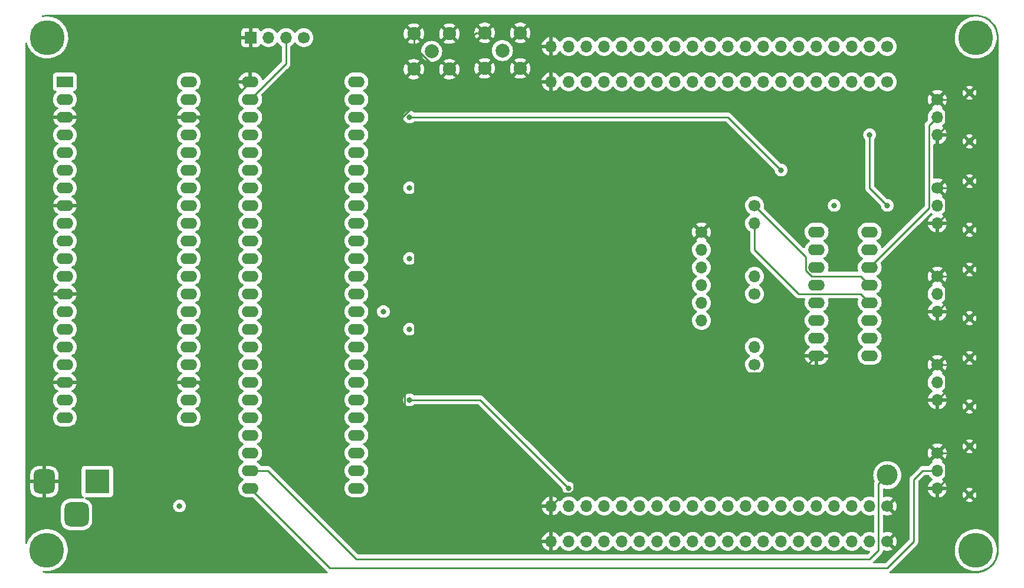
<source format=gbr>
%TF.GenerationSoftware,KiCad,Pcbnew,(6.0.5)*%
%TF.CreationDate,2022-08-06T22:36:06+10:00*%
%TF.ProjectId,glitcher,676c6974-6368-4657-922e-6b696361645f,rev?*%
%TF.SameCoordinates,Original*%
%TF.FileFunction,Copper,L5,Inr*%
%TF.FilePolarity,Positive*%
%FSLAX46Y46*%
G04 Gerber Fmt 4.6, Leading zero omitted, Abs format (unit mm)*
G04 Created by KiCad (PCBNEW (6.0.5)) date 2022-08-06 22:36:06*
%MOMM*%
%LPD*%
G01*
G04 APERTURE LIST*
G04 Aperture macros list*
%AMRoundRect*
0 Rectangle with rounded corners*
0 $1 Rounding radius*
0 $2 $3 $4 $5 $6 $7 $8 $9 X,Y pos of 4 corners*
0 Add a 4 corners polygon primitive as box body*
4,1,4,$2,$3,$4,$5,$6,$7,$8,$9,$2,$3,0*
0 Add four circle primitives for the rounded corners*
1,1,$1+$1,$2,$3*
1,1,$1+$1,$4,$5*
1,1,$1+$1,$6,$7*
1,1,$1+$1,$8,$9*
0 Add four rect primitives between the rounded corners*
20,1,$1+$1,$2,$3,$4,$5,0*
20,1,$1+$1,$4,$5,$6,$7,0*
20,1,$1+$1,$6,$7,$8,$9,0*
20,1,$1+$1,$8,$9,$2,$3,0*%
G04 Aperture macros list end*
%TA.AperFunction,ComponentPad*%
%ADD10C,2.006600*%
%TD*%
%TA.AperFunction,ComponentPad*%
%ADD11C,1.905000*%
%TD*%
%TA.AperFunction,ComponentPad*%
%ADD12C,1.700000*%
%TD*%
%TA.AperFunction,ComponentPad*%
%ADD13O,1.700000X1.700000*%
%TD*%
%TA.AperFunction,ComponentPad*%
%ADD14C,5.000000*%
%TD*%
%TA.AperFunction,ComponentPad*%
%ADD15C,0.970000*%
%TD*%
%TA.AperFunction,ComponentPad*%
%ADD16R,1.700000X1.700000*%
%TD*%
%TA.AperFunction,ComponentPad*%
%ADD17C,2.999999*%
%TD*%
%TA.AperFunction,ComponentPad*%
%ADD18O,2.400000X1.600000*%
%TD*%
%TA.AperFunction,ComponentPad*%
%ADD19R,2.400000X1.600000*%
%TD*%
%TA.AperFunction,ComponentPad*%
%ADD20R,3.500001X3.500001*%
%TD*%
%TA.AperFunction,ComponentPad*%
%ADD21RoundRect,0.750000X-0.749999X-1.000000X0.749999X-1.000000X0.749999X1.000000X-0.749999X1.000000X0*%
%TD*%
%TA.AperFunction,ComponentPad*%
%ADD22RoundRect,0.875000X-0.875000X-0.875000X0.875000X-0.875000X0.875000X0.875000X-0.875000X0.875000X0*%
%TD*%
%TA.AperFunction,ViaPad*%
%ADD23C,0.800000*%
%TD*%
%TA.AperFunction,Conductor*%
%ADD24C,0.250000*%
%TD*%
G04 APERTURE END LIST*
D10*
%TO.N,GL_HVPULSE*%
%TO.C,J_HVPULSE1*%
X144780000Y-73660000D03*
D11*
%TO.N,GND*%
X142227300Y-71107300D03*
X142227300Y-76212700D03*
X147332700Y-76212700D03*
X147332700Y-71107300D03*
%TD*%
D12*
%TO.N,GND*%
%TO.C,J4*%
X217349870Y-80561946D03*
D13*
%TO.N,X_OUT*%
X217349880Y-83101946D03*
%TO.N,GND*%
X217349880Y-85641946D03*
%TD*%
D12*
%TO.N,X_OUT*%
%TO.C,J_RIGHTEXP_OUTER1*%
X210184880Y-78021946D03*
D13*
%TO.N,Y_OUT*%
X207644880Y-78021946D03*
%TO.N,Z_OUT*%
X205104880Y-78021946D03*
%TO.N,FREE_RIGHT4*%
X202564880Y-78021946D03*
%TO.N,FPGA_GPIO_16*%
X200024880Y-78021946D03*
%TO.N,FPGA_GPIO_17*%
X197484880Y-78021946D03*
%TO.N,FPGA_GPIO_18*%
X194944880Y-78021946D03*
%TO.N,FPGA_GPIO_12*%
X192404880Y-78021946D03*
%TO.N,FPGA_GPIO_11*%
X189864880Y-78021946D03*
%TO.N,FPGA_GPIO_10*%
X187324880Y-78021946D03*
%TO.N,FPGA_GPIO_9*%
X184784880Y-78021946D03*
%TO.N,FPGA_GPIO_8*%
X182244880Y-78021946D03*
%TO.N,FPGA_GPIO_7*%
X179704880Y-78021946D03*
%TO.N,FPGA_GPIO_6*%
X177164880Y-78021946D03*
%TO.N,FPGA_GPIO_5*%
X174624880Y-78021946D03*
%TO.N,FPGA_GPIO_4*%
X172084880Y-78021946D03*
%TO.N,FPGA_GPIO_3*%
X169544880Y-78021946D03*
%TO.N,FPGA_GPIO_2*%
X167004880Y-78021946D03*
%TO.N,VCC_3V3_ALWAYS*%
X164464880Y-78021946D03*
%TO.N,GND*%
X161924880Y-78021946D03*
%TD*%
D14*
%TO.N,N/C*%
%TO.C,REF\u002A\u002A*%
X222884880Y-145331946D03*
%TD*%
D12*
%TO.N,GND*%
%TO.C,J_LEFTEXP1*%
X210184880Y-144061946D03*
D13*
%TO.N,FREE_LEFT2*%
X207644880Y-144061946D03*
%TO.N,RPI_GP2*%
X205104880Y-144061946D03*
%TO.N,RPI_GP3*%
X202564880Y-144061946D03*
%TO.N,RPI_GP4*%
X200024880Y-144061946D03*
%TO.N,RPI_GP5*%
X197484880Y-144061946D03*
%TO.N,RPI_GP6*%
X194944880Y-144061946D03*
%TO.N,RPI_GP7*%
X192404880Y-144061946D03*
%TO.N,RPI_GP8*%
X189864880Y-144061946D03*
%TO.N,RPI_GP9*%
X187324880Y-144061946D03*
%TO.N,RPI_GP10*%
X184784880Y-144061946D03*
%TO.N,RPI_GP11*%
X182244880Y-144061946D03*
%TO.N,RPI_GP12*%
X179704880Y-144061946D03*
%TO.N,RPI_GP13*%
X177164880Y-144061946D03*
%TO.N,RPI_GP14*%
X174624880Y-144061946D03*
%TO.N,RPI_GP15*%
X172084880Y-144061946D03*
%TO.N,FREE_LEFT17*%
X169544880Y-144061946D03*
%TO.N,FREE_LEFT18*%
X167004880Y-144061946D03*
%TO.N,VCC_SWITCHED*%
X164464880Y-144061946D03*
%TO.N,GND*%
X161924880Y-144061946D03*
%TD*%
D12*
%TO.N,GND*%
%TO.C,J_LEFTEXP_OUTER1*%
X210184882Y-138981938D03*
D13*
%TO.N,FREE_LEFT2*%
X207644880Y-138981946D03*
%TO.N,RPI_GP2*%
X205104880Y-138981946D03*
%TO.N,RPI_GP3*%
X202564880Y-138981946D03*
%TO.N,RPI_GP4*%
X200024880Y-138981946D03*
%TO.N,RPI_GP5*%
X197484880Y-138981946D03*
%TO.N,RPI_GP6*%
X194944880Y-138981946D03*
%TO.N,RPI_GP7*%
X192404880Y-138981946D03*
%TO.N,RPI_GP8*%
X189864880Y-138981946D03*
%TO.N,RPI_GP9*%
X187324880Y-138981946D03*
%TO.N,RPI_GP10*%
X184784880Y-138981946D03*
%TO.N,RPI_GP11*%
X182244880Y-138981946D03*
%TO.N,RPI_GP12*%
X179704880Y-138981946D03*
%TO.N,RPI_GP13*%
X177164880Y-138981946D03*
%TO.N,RPI_GP14*%
X174624880Y-138981946D03*
%TO.N,RPI_GP15*%
X172084880Y-138981946D03*
%TO.N,FREE_LEFT17*%
X169544880Y-138981946D03*
%TO.N,FREE_LEFT18*%
X167004880Y-138981946D03*
%TO.N,VCC_SWITCHED*%
X164464880Y-138981946D03*
%TO.N,GND*%
X161924882Y-138981938D03*
%TD*%
D15*
%TO.N,GND*%
%TO.C,HS2_OUT1*%
X221984880Y-124694446D03*
X221984880Y-117709446D03*
%TD*%
D12*
%TO.N,GND*%
%TO.C,J2*%
X183514880Y-99611946D03*
D13*
%TO.N,VCC_3V3*%
X183514880Y-102151946D03*
%TO.N,VCC_2V5*%
X183514880Y-104691946D03*
%TO.N,VCC_1V8*%
X183514880Y-107231946D03*
%TO.N,VCC_1V2*%
X183514880Y-109771946D03*
%TO.N,VCC_VADJ*%
X183514880Y-112311946D03*
%TD*%
D15*
%TO.N,GND*%
%TO.C,SMA_Y1*%
X221984880Y-99294446D03*
X221984880Y-92309446D03*
%TD*%
%TO.N,GND*%
%TO.C,TRIG_IN1*%
X221984880Y-130409446D03*
X221984880Y-137394446D03*
%TD*%
D12*
%TO.N,GND*%
%TO.C,J7*%
X217349870Y-105961946D03*
D13*
%TO.N,Z_OUT*%
X217349880Y-108501946D03*
%TO.N,GND*%
X217349880Y-111041946D03*
%TD*%
D12*
%TO.N,VCC*%
%TO.C,J_EXT_UART1*%
X126429167Y-71671948D03*
D13*
%TO.N,RPI_GP0*%
X123889166Y-71671946D03*
%TO.N,RPI_GP1*%
X121349166Y-71671946D03*
D16*
%TO.N,GND*%
X118809167Y-71671948D03*
%TD*%
D12*
%TO.N,X_OUT*%
%TO.C,J_RIGHTEXP1*%
X210184880Y-72941946D03*
D13*
%TO.N,Y_OUT*%
X207644880Y-72941946D03*
%TO.N,Z_OUT*%
X205104880Y-72941946D03*
%TO.N,FREE_RIGHT4*%
X202564880Y-72941946D03*
%TO.N,FPGA_GPIO_16*%
X200024880Y-72941946D03*
%TO.N,FPGA_GPIO_17*%
X197484880Y-72941946D03*
%TO.N,FPGA_GPIO_18*%
X194944880Y-72941946D03*
%TO.N,FPGA_GPIO_12*%
X192404880Y-72941946D03*
%TO.N,FPGA_GPIO_11*%
X189864880Y-72941946D03*
%TO.N,FPGA_GPIO_10*%
X187324880Y-72941946D03*
%TO.N,FPGA_GPIO_9*%
X184784880Y-72941946D03*
%TO.N,FPGA_GPIO_8*%
X182244880Y-72941946D03*
%TO.N,FPGA_GPIO_7*%
X179704880Y-72941946D03*
%TO.N,FPGA_GPIO_6*%
X177164880Y-72941946D03*
%TO.N,FPGA_GPIO_5*%
X174624880Y-72941946D03*
%TO.N,FPGA_GPIO_4*%
X172084880Y-72941946D03*
%TO.N,FPGA_GPIO_3*%
X169544880Y-72941946D03*
%TO.N,FPGA_GPIO_2*%
X167004880Y-72941946D03*
%TO.N,VCC_3V3_ALWAYS*%
X164464880Y-72941946D03*
%TO.N,GND*%
X161924880Y-72941946D03*
%TD*%
D14*
%TO.N,N/C*%
%TO.C,REF\u002A\u002A*%
X222884880Y-71671946D03*
%TD*%
D12*
%TO.N,GND*%
%TO.C,J5*%
X217349870Y-93261946D03*
D13*
%TO.N,Y_OUT*%
X217349880Y-95801946D03*
%TO.N,GND*%
X217349880Y-98341946D03*
%TD*%
D12*
%TO.N,GND*%
%TO.C,J6*%
X217349870Y-131361946D03*
D13*
%TO.N,TRIG_IN*%
X217349880Y-133901946D03*
%TO.N,GND*%
X217349880Y-136441946D03*
%TD*%
D14*
%TO.N,N/C*%
%TO.C,REF\u002A\u002A*%
X89599166Y-71671946D03*
%TD*%
D17*
%TO.N,GL_GATE*%
%TO.C,REF\u002A\u002A*%
X210184880Y-134536946D03*
%TD*%
D12*
%TO.N,Net-(PINS_Z_INPUT1-Pad1)*%
%TO.C,PINS_Z_INPUT1*%
X191134880Y-118661946D03*
D13*
%TO.N,Net-(PINS_Z_INPUT1-Pad2)*%
X191134880Y-116121946D03*
%TD*%
D18*
%TO.N,MAX4619_C*%
%TO.C,U2*%
X133984884Y-136441938D03*
%TO.N,MAX4619_B*%
X133984880Y-133901946D03*
%TO.N,MAX4619_A*%
X133984880Y-131361946D03*
%TO.N,FPGA_GPIO_12*%
X133984880Y-128821946D03*
%TO.N,FPGA_GPIO_11*%
X133984880Y-126281946D03*
%TO.N,FPGA_GPIO_10*%
X133984880Y-123741946D03*
%TO.N,FPGA_GPIO_9*%
X133984880Y-121201946D03*
%TO.N,FPGA_GPIO_8*%
X133984880Y-118661946D03*
%TO.N,FPGA_GPIO_7*%
X133984880Y-116121946D03*
%TO.N,FPGA_GPIO_6*%
X133984880Y-113581946D03*
%TO.N,FPGA_GPIO_5*%
X133984880Y-111041946D03*
%TO.N,FPGA_GPIO_4*%
X133984880Y-108501946D03*
%TO.N,FPGA_GPIO_3*%
X133984880Y-105961946D03*
%TO.N,FPGA_GPIO_2*%
X133984880Y-103421946D03*
%TO.N,FPGA_GPIO_1*%
X133984880Y-100881946D03*
%TO.N,unconnected-(U2-Pad16)*%
X133984880Y-98341946D03*
%TO.N,FPGA_GPIO_16*%
X133984880Y-95801946D03*
%TO.N,FPGA_GPIO_17*%
X133984880Y-93261946D03*
%TO.N,FPGA_GPIO_18*%
X133984880Y-90721946D03*
%TO.N,unconnected-(U2-Pad20)*%
X133984880Y-88181946D03*
%TO.N,unconnected-(U2-Pad21)*%
X133984880Y-85641946D03*
%TO.N,GL_TRIG2*%
X133984880Y-83101946D03*
%TO.N,GL_HVPULSE*%
X133984880Y-80561946D03*
%TO.N,Net-(FB1-Pad2)*%
X133984880Y-78021946D03*
%TO.N,GND*%
X118744880Y-78021946D03*
%TO.N,RPI_GP0*%
X118744880Y-80561946D03*
%TO.N,RPI_GP1*%
X118744880Y-83101946D03*
%TO.N,FPGA_3*%
X118744880Y-85641946D03*
%TO.N,FPGA_4*%
X118744880Y-88181946D03*
%TO.N,unconnected-(U2-Pad30)*%
X118744880Y-90721946D03*
%TO.N,unconnected-(U2-Pad31)*%
X118744880Y-93261946D03*
%TO.N,unconnected-(U2-Pad32)*%
X118744880Y-95801946D03*
%TO.N,unconnected-(U2-Pad33)*%
X118744880Y-98341946D03*
%TO.N,unconnected-(U2-Pad34)*%
X118744880Y-100881946D03*
%TO.N,unconnected-(U2-Pad35)*%
X118744880Y-103421946D03*
%TO.N,unconnected-(U2-Pad36)*%
X118744880Y-105961946D03*
%TO.N,unconnected-(U2-Pad37)*%
X118744880Y-108501946D03*
%TO.N,unconnected-(U2-Pad38)*%
X118744880Y-111041946D03*
%TO.N,unconnected-(U2-Pad39)*%
X118744880Y-113581946D03*
%TO.N,unconnected-(U2-Pad40)*%
X118744880Y-116121946D03*
%TO.N,unconnected-(U2-Pad41)*%
X118744880Y-118661946D03*
%TO.N,unconnected-(U2-Pad42)*%
X118744880Y-121201946D03*
%TO.N,unconnected-(U2-Pad43)*%
X118744880Y-123741946D03*
%TO.N,unconnected-(U2-Pad44)*%
X118744880Y-126281946D03*
%TO.N,unconnected-(U2-Pad45)*%
X118744880Y-128821946D03*
%TO.N,unconnected-(U2-Pad46)*%
X118744880Y-131361946D03*
%TO.N,GL_GATE*%
X118744880Y-133901946D03*
%TO.N,TRIG_IN*%
X118744880Y-136441946D03*
%TD*%
D10*
%TO.N,GL_TRIG2*%
%TO.C,J_TRIG2*%
X154940000Y-73538000D03*
D11*
%TO.N,GND*%
X152387300Y-70985300D03*
X152387300Y-76090704D03*
X157492700Y-76090704D03*
X157492700Y-70985304D03*
%TD*%
D18*
%TO.N,Net-(PINS_Y_INPUT1-Pad2)*%
%TO.C,U3*%
X200034888Y-99601938D03*
%TO.N,Net-(PINS_Y_INPUT1-Pad1)*%
X200034880Y-102141946D03*
%TO.N,Net-(PINS_Z_INPUT1-Pad2)*%
X200034880Y-104681946D03*
%TO.N,Z_OUT*%
X200034880Y-107221946D03*
%TO.N,Net-(PINS_Z_INPUT1-Pad1)*%
X200034880Y-109761946D03*
%TO.N,MAX4619_EN*%
X200034880Y-112301946D03*
%TO.N,unconnected-(U3-Pad7)*%
X200034880Y-114841946D03*
%TO.N,GND*%
X200034880Y-117381946D03*
%TO.N,MAX4619_C*%
X207654880Y-117381946D03*
%TO.N,MAX4619_B*%
X207654880Y-114841946D03*
%TO.N,MAX4619_A*%
X207654880Y-112301946D03*
%TO.N,Net-(PINS_X_INPUT1-Pad2)*%
X207654880Y-109761946D03*
%TO.N,Net-(PINS_X_INPUT1-Pad1)*%
X207654880Y-107221946D03*
%TO.N,X_OUT*%
X207654880Y-104681946D03*
%TO.N,Y_OUT*%
X207654880Y-102141946D03*
%TO.N,VCC_3V3_ALWAYS*%
X207654880Y-99601946D03*
%TD*%
D19*
%TO.N,RPI_GP0*%
%TO.C,U1*%
X92134166Y-78026946D03*
D18*
%TO.N,RPI_GP1*%
X92134166Y-80566946D03*
%TO.N,GND*%
X92134166Y-83106946D03*
%TO.N,RPI_GP2*%
X92134166Y-85646946D03*
%TO.N,RPI_GP3*%
X92134166Y-88186946D03*
%TO.N,RPI_GP4*%
X92134166Y-90726946D03*
%TO.N,RPI_GP5*%
X92134166Y-93266946D03*
%TO.N,GND*%
X92134166Y-95806946D03*
%TO.N,RPI_GP6*%
X92134166Y-98346946D03*
%TO.N,RPI_GP7*%
X92134166Y-100886946D03*
%TO.N,RPI_GP8*%
X92134166Y-103426946D03*
%TO.N,RPI_GP9*%
X92134166Y-105966946D03*
%TO.N,GND*%
X92134166Y-108506946D03*
%TO.N,RPI_GP10*%
X92134166Y-111046946D03*
%TO.N,RPI_GP11*%
X92134166Y-113586946D03*
%TO.N,RPI_GP12*%
X92134166Y-116126946D03*
%TO.N,RPI_GP13*%
X92134166Y-118666946D03*
%TO.N,GND*%
X92134166Y-121206946D03*
%TO.N,RPI_GP14*%
X92134166Y-123746946D03*
%TO.N,RPI_GP15*%
X92134166Y-126286946D03*
%TO.N,RPI_GP16*%
X109914166Y-126286946D03*
%TO.N,RPI_GP17*%
X109914166Y-123746946D03*
%TO.N,GND*%
X109914166Y-121206946D03*
%TO.N,unconnected-(U1-Pad24)*%
X109914166Y-118666946D03*
%TO.N,unconnected-(U1-Pad25)*%
X109914166Y-116126946D03*
%TO.N,unconnected-(U1-Pad26)*%
X109914166Y-113586946D03*
%TO.N,FPGA_4*%
X109914166Y-111046946D03*
%TO.N,unconnected-(U1-Pad28)*%
X109914166Y-108506946D03*
%TO.N,FPGA_3*%
X109914166Y-105966946D03*
%TO.N,unconnected-(U1-Pad30)*%
X109914166Y-103426946D03*
%TO.N,Net-(TP2-Pad1)*%
X109914166Y-100886946D03*
%TO.N,Net-(TP1-Pad1)*%
X109914166Y-98346946D03*
%TO.N,unconnected-(U1-Pad33)*%
X109914166Y-95806946D03*
%TO.N,unconnected-(U1-Pad34)*%
X109914166Y-93266946D03*
%TO.N,unconnected-(U1-Pad35)*%
X109914166Y-90726946D03*
%TO.N,unconnected-(U1-Pad36)*%
X109914166Y-88186946D03*
%TO.N,unconnected-(U1-Pad37)*%
X109914166Y-85646946D03*
%TO.N,GND*%
X109914166Y-83106946D03*
%TO.N,Net-(JP2-Pad1)*%
X109914166Y-80566946D03*
%TO.N,unconnected-(U1-Pad40)*%
X109914166Y-78026946D03*
%TD*%
D20*
%TO.N,VCC*%
%TO.C,J1*%
X96804890Y-135484438D03*
D21*
%TO.N,GND*%
X89184890Y-135484438D03*
D22*
%TO.N,N/C*%
X93804892Y-140184442D03*
%TD*%
D14*
%TO.N,N/C*%
%TO.C,REF\u002A\u002A*%
X89534879Y-145331946D03*
%TD*%
D12*
%TO.N,GND*%
%TO.C,J3*%
X217349870Y-118661946D03*
D13*
%TO.N,HS2_OUT*%
X217349880Y-121201946D03*
%TO.N,GND*%
X217349880Y-123741946D03*
%TD*%
D12*
%TO.N,Net-(PINS_Y_INPUT1-Pad1)*%
%TO.C,PINS_Y_INPUT1*%
X191134880Y-108501946D03*
D13*
%TO.N,Net-(PINS_Y_INPUT1-Pad2)*%
X191134880Y-105961946D03*
%TD*%
D15*
%TO.N,GND*%
%TO.C,SMA_Z1*%
X221984880Y-111994446D03*
X221984880Y-105009446D03*
%TD*%
%TO.N,GND*%
%TO.C,SMA_X1*%
X221984880Y-86594446D03*
X221984880Y-79609446D03*
%TD*%
D12*
%TO.N,Net-(PINS_X_INPUT1-Pad1)*%
%TO.C,PINS_X_INPUT1*%
X191134880Y-95801946D03*
D13*
%TO.N,Net-(PINS_X_INPUT1-Pad2)*%
X191134880Y-98341946D03*
%TD*%
D23*
%TO.N,GND*%
X161924880Y-105961946D03*
X141604880Y-98341946D03*
X179704880Y-118661946D03*
X179769166Y-128821946D03*
X179704880Y-108501946D03*
X161924880Y-126281946D03*
X179704880Y-98341946D03*
X141604880Y-108501946D03*
X179704880Y-88181946D03*
X207644880Y-128821946D03*
X141604880Y-118661946D03*
X141604880Y-128821946D03*
X108584880Y-141521946D03*
X161924880Y-85641946D03*
X141604880Y-88181946D03*
X161924880Y-95801946D03*
X161924880Y-116121946D03*
%TO.N,VCC*%
X108584880Y-138981946D03*
%TO.N,VCC_3V3_ALWAYS*%
X207644880Y-85641946D03*
X210184880Y-95801946D03*
%TO.N,MAX4619_EN*%
X202564880Y-95801946D03*
%TO.N,RPI_GP7*%
X137859166Y-111041946D03*
%TO.N,VCC_SWITCHED*%
X164464880Y-136441946D03*
X141604880Y-113581946D03*
X141604880Y-123741946D03*
X141604880Y-93261946D03*
X141604880Y-103421946D03*
X194944880Y-90721946D03*
X141604880Y-83101946D03*
%TD*%
D24*
%TO.N,GND*%
X112459166Y-122471946D02*
X113729166Y-122471946D01*
X221032380Y-123741946D02*
X221984880Y-124694446D01*
X161924880Y-105961946D02*
X164464880Y-108501946D01*
X145660266Y-78021946D02*
X144861106Y-78821106D01*
X159384880Y-108501946D02*
X141604880Y-108501946D01*
X217349870Y-118661946D02*
X218524391Y-119836467D01*
X144861106Y-78821106D02*
X140334880Y-83347332D01*
X163740369Y-137166457D02*
X161924880Y-138981946D01*
X161924880Y-95801946D02*
X159384880Y-98341946D01*
X164464880Y-98341946D02*
X179704880Y-98341946D01*
X142329391Y-99066457D02*
X141604880Y-98341946D01*
X142227300Y-72985109D02*
X144861106Y-75618915D01*
X217349870Y-80561946D02*
X218524391Y-81736467D01*
X218524391Y-94436467D02*
X218524391Y-97167435D01*
X111189166Y-83101946D02*
X113664880Y-83101946D01*
X217349880Y-111041946D02*
X221032380Y-111041946D01*
X113729166Y-136377660D02*
X113729166Y-122471946D01*
X182244880Y-98341946D02*
X183514880Y-99611946D01*
X164764983Y-137166457D02*
X163740369Y-137166457D01*
X140880369Y-128097435D02*
X140880369Y-119386457D01*
X111189166Y-121201946D02*
X112459166Y-122471946D01*
X179704880Y-98341946D02*
X182244880Y-98341946D01*
X218524391Y-109867435D02*
X217349880Y-111041946D01*
X159384880Y-88181946D02*
X141604880Y-88181946D01*
X142227300Y-71107300D02*
X142227300Y-72985109D01*
X161924880Y-95801946D02*
X164464880Y-98341946D01*
X217349870Y-131361946D02*
X221032380Y-131361946D01*
X221032380Y-85641946D02*
X221984880Y-86594446D01*
X221032380Y-136441946D02*
X221984880Y-137394446D01*
X218524391Y-97167435D02*
X217349880Y-98341946D01*
X142329391Y-107777435D02*
X142329391Y-99066457D01*
X164464880Y-118661946D02*
X179704880Y-118661946D01*
X161924880Y-116121946D02*
X159384880Y-118661946D01*
X113729166Y-121646700D02*
X113729166Y-85641946D01*
X141604880Y-118661946D02*
X142329391Y-117937435D01*
X221032380Y-118661946D02*
X221984880Y-117709446D01*
X218524391Y-135267435D02*
X217349880Y-136441946D01*
X218524391Y-132536467D02*
X218524391Y-135267435D01*
X144861106Y-75618915D02*
X144861106Y-78821106D01*
X221032380Y-98341946D02*
X221984880Y-99294446D01*
X161924880Y-116121946D02*
X164464880Y-118661946D01*
X141604880Y-128821946D02*
X140880369Y-128097435D01*
X221032380Y-111041946D02*
X221984880Y-111994446D01*
X142329391Y-117937435D02*
X142329391Y-109226457D01*
X218524391Y-81736467D02*
X218524391Y-84467435D01*
X141604880Y-108501946D02*
X142329391Y-107777435D01*
X149308054Y-72794546D02*
X151117300Y-70985300D01*
X207644880Y-128366936D02*
X217349870Y-118661946D01*
X221032380Y-131361946D02*
X221984880Y-130409446D01*
X217349870Y-93261946D02*
X221032380Y-93261946D01*
X140880369Y-119386457D02*
X141604880Y-118661946D01*
X149308054Y-78021946D02*
X149308054Y-72794546D01*
X151117300Y-70985300D02*
X152387300Y-70985300D01*
X180879391Y-119836457D02*
X197580369Y-119836457D01*
X159384880Y-98341946D02*
X141604880Y-98341946D01*
X165189391Y-136742049D02*
X164764983Y-137166457D01*
X159384880Y-118661946D02*
X141604880Y-118661946D01*
X141604880Y-98341946D02*
X142329391Y-97617435D01*
X218524391Y-122567435D02*
X217349880Y-123741946D01*
X113729166Y-85641946D02*
X111189166Y-83101946D01*
X217349880Y-136441946D02*
X221032380Y-136441946D01*
X221032380Y-80561946D02*
X221984880Y-79609446D01*
X221032380Y-93261946D02*
X221984880Y-92309446D01*
X108584880Y-141521946D02*
X113729166Y-136377660D01*
X218524391Y-119836467D02*
X218524391Y-122567435D01*
X217349870Y-105961946D02*
X218524391Y-107136467D01*
X217349870Y-131361946D02*
X218524391Y-132536467D01*
X217349880Y-85641946D02*
X221032380Y-85641946D01*
X113664880Y-83101946D02*
X118744880Y-78021946D01*
X142329391Y-97617435D02*
X142329391Y-88906457D01*
X140334880Y-83347332D02*
X140334880Y-86911946D01*
X217349880Y-123741946D02*
X221032380Y-123741946D01*
X217349870Y-105961946D02*
X221032380Y-105961946D01*
X161924880Y-78021946D02*
X149308054Y-78021946D01*
X179769166Y-118726232D02*
X179704880Y-118661946D01*
X197580369Y-119836457D02*
X200034880Y-117381946D01*
X217349870Y-118661946D02*
X221032380Y-118661946D01*
X165189391Y-129546457D02*
X165189391Y-136742049D01*
X113729166Y-122471946D02*
X113729166Y-121201946D01*
X161924880Y-85641946D02*
X164464880Y-88181946D01*
X161924880Y-85641946D02*
X159384880Y-88181946D01*
X207644880Y-128821946D02*
X207644880Y-128366936D01*
X217349870Y-80561946D02*
X221032380Y-80561946D01*
X218524391Y-84467435D02*
X217349880Y-85641946D01*
X221032380Y-105961946D02*
X221984880Y-105009446D01*
X142329391Y-88906457D02*
X141604880Y-88181946D01*
X164464880Y-88181946D02*
X179704880Y-88181946D01*
X218524391Y-107136467D02*
X218524391Y-109867435D01*
X164464880Y-108501946D02*
X179704880Y-108501946D01*
X179769166Y-128821946D02*
X179769166Y-118726232D01*
X140334880Y-86911946D02*
X141604880Y-88181946D01*
X161924880Y-126281946D02*
X165189391Y-129546457D01*
X217349870Y-93261946D02*
X218524391Y-94436467D01*
X217349880Y-98341946D02*
X221032380Y-98341946D01*
X179704880Y-118661946D02*
X180879391Y-119836457D01*
X149308054Y-78021946D02*
X145660266Y-78021946D01*
X161924880Y-105961946D02*
X159384880Y-108501946D01*
X142329391Y-109226457D02*
X141604880Y-108501946D01*
%TO.N,VCC_3V3_ALWAYS*%
X207644880Y-93261946D02*
X210184880Y-95801946D01*
X207644880Y-85641946D02*
X207644880Y-93261946D01*
%TO.N,X_OUT*%
X207654880Y-104681946D02*
X216175369Y-96161457D01*
X216175369Y-96161457D02*
X216175369Y-84276457D01*
X216175369Y-84276457D02*
X217349880Y-83101946D01*
%TO.N,TRIG_IN*%
X210184880Y-147871948D02*
X213994880Y-144061948D01*
X130174882Y-147871948D02*
X210184880Y-147871948D01*
X213994880Y-135171948D02*
X215264882Y-133901946D01*
X213994880Y-144061948D02*
X213994880Y-135171948D01*
X118744880Y-136441946D02*
X130174882Y-147871948D01*
X215264882Y-133901946D02*
X217349880Y-133901946D01*
%TO.N,Net-(PINS_X_INPUT1-Pad1)*%
X206394880Y-105961946D02*
X207654880Y-107221946D01*
X199324569Y-105961946D02*
X206394880Y-105961946D01*
X198510360Y-103177426D02*
X198510360Y-105147737D01*
X191134880Y-95801946D02*
X198510360Y-103177426D01*
X198510360Y-105147737D02*
X199324569Y-105961946D01*
%TO.N,Net-(PINS_X_INPUT1-Pad2)*%
X197484880Y-108501946D02*
X191134880Y-102151946D01*
X206394880Y-108501946D02*
X197484880Y-108501946D01*
X207654880Y-109761946D02*
X206394880Y-108501946D01*
X191134880Y-102151946D02*
X191134880Y-98341946D01*
%TO.N,RPI_GP0*%
X118744880Y-80561946D02*
X123889166Y-75417660D01*
X123889166Y-75417660D02*
X123889166Y-71671946D01*
%TO.N,GL_GATE*%
X208914880Y-145331948D02*
X208914880Y-135806946D01*
X118744880Y-133901946D02*
X121284878Y-133901946D01*
X121284878Y-133901946D02*
X133984880Y-146601948D01*
X207644880Y-146601948D02*
X208914880Y-145331948D01*
X133984880Y-146601948D02*
X207644880Y-146601948D01*
X208914880Y-135806946D02*
X210184880Y-134536946D01*
%TO.N,VCC_SWITCHED*%
X141604880Y-83101946D02*
X187324880Y-83101946D01*
X164464880Y-136441946D02*
X151764880Y-123741946D01*
X151764880Y-123741946D02*
X141604880Y-123741946D01*
X187324880Y-83101946D02*
X194944880Y-90721946D01*
%TD*%
%TA.AperFunction,Conductor*%
%TO.N,GND*%
G36*
X222854901Y-68371946D02*
G01*
X222869734Y-68374256D01*
X222869738Y-68374256D01*
X222878607Y-68375637D01*
X222897319Y-68373190D01*
X222920249Y-68372299D01*
X223223385Y-68388184D01*
X223236496Y-68389562D01*
X223564783Y-68441557D01*
X223577676Y-68444297D01*
X223898734Y-68530323D01*
X223911263Y-68534395D01*
X224130092Y-68618395D01*
X224221551Y-68653503D01*
X224233600Y-68658867D01*
X224529749Y-68809762D01*
X224541171Y-68816357D01*
X224819915Y-68997377D01*
X224830582Y-69005127D01*
X225037869Y-69172985D01*
X225088875Y-69214289D01*
X225098676Y-69223114D01*
X225333697Y-69458136D01*
X225342522Y-69467937D01*
X225551687Y-69726237D01*
X225559439Y-69736907D01*
X225740458Y-70015656D01*
X225747052Y-70027078D01*
X225897942Y-70323220D01*
X225903300Y-70335253D01*
X226016548Y-70630281D01*
X226022410Y-70645552D01*
X226026485Y-70658095D01*
X226112507Y-70979143D01*
X226115249Y-70992041D01*
X226166605Y-71316311D01*
X226167240Y-71320321D01*
X226168617Y-71333433D01*
X226183997Y-71626935D01*
X226184124Y-71629365D01*
X226182796Y-71655343D01*
X226181189Y-71665664D01*
X226182353Y-71674567D01*
X226185317Y-71697236D01*
X226186380Y-71713571D01*
X226186380Y-145282575D01*
X226184879Y-145301963D01*
X226182570Y-145316789D01*
X226182570Y-145316796D01*
X226181189Y-145325664D01*
X226182353Y-145334567D01*
X226182353Y-145334570D01*
X226183635Y-145344376D01*
X226184526Y-145367305D01*
X226174058Y-145567008D01*
X226168636Y-145670440D01*
X226167258Y-145683556D01*
X226125302Y-145948446D01*
X226115259Y-146011849D01*
X226112518Y-146024741D01*
X226065706Y-146199442D01*
X226026494Y-146345778D01*
X226022419Y-146358321D01*
X225903306Y-146668617D01*
X225897942Y-146680665D01*
X225747047Y-146976810D01*
X225740453Y-146988231D01*
X225559434Y-147266978D01*
X225551682Y-147277648D01*
X225342515Y-147535949D01*
X225333690Y-147545750D01*
X225098672Y-147780770D01*
X225088871Y-147789595D01*
X224830569Y-147998766D01*
X224819912Y-148006510D01*
X224760419Y-148045146D01*
X224541153Y-148187542D01*
X224529731Y-148194136D01*
X224233599Y-148345026D01*
X224221551Y-148350391D01*
X224094944Y-148398993D01*
X223911243Y-148469512D01*
X223898710Y-148473583D01*
X223784466Y-148504197D01*
X223577667Y-148559612D01*
X223564767Y-148562354D01*
X223432884Y-148583245D01*
X223236487Y-148614355D01*
X223223386Y-148615732D01*
X223017686Y-148626517D01*
X222927732Y-148631233D01*
X222901753Y-148629906D01*
X222900022Y-148629637D01*
X222900021Y-148629637D01*
X222891145Y-148628255D01*
X222863137Y-148631918D01*
X222859589Y-148632382D01*
X222843249Y-148633446D01*
X210602332Y-148633446D01*
X210534211Y-148613444D01*
X210487718Y-148559788D01*
X210477614Y-148489514D01*
X210507108Y-148424934D01*
X210538192Y-148398993D01*
X210569415Y-148380528D01*
X210569418Y-148380526D01*
X210576242Y-148376490D01*
X210590563Y-148362169D01*
X210605597Y-148349328D01*
X210615574Y-148342079D01*
X210621987Y-148337420D01*
X210650178Y-148303343D01*
X210658168Y-148294564D01*
X213715445Y-145237287D01*
X219872768Y-145237287D01*
X219872863Y-145240917D01*
X219872863Y-145240918D01*
X219878768Y-145466424D01*
X219881850Y-145584117D01*
X219930736Y-145927606D01*
X220018777Y-146263199D01*
X220144807Y-146586449D01*
X220146504Y-146589654D01*
X220279993Y-146841771D01*
X220307155Y-146893072D01*
X220309205Y-146896055D01*
X220309207Y-146896058D01*
X220501613Y-147176010D01*
X220501619Y-147176017D01*
X220503670Y-147179002D01*
X220731746Y-147440451D01*
X220734431Y-147442894D01*
X220944148Y-147633721D01*
X220988361Y-147673952D01*
X221270113Y-147876412D01*
X221573268Y-148045146D01*
X221893808Y-148177918D01*
X221897302Y-148178913D01*
X221897304Y-148178914D01*
X222223983Y-148271971D01*
X222223988Y-148271972D01*
X222227484Y-148272968D01*
X222412974Y-148303343D01*
X222566292Y-148328450D01*
X222566299Y-148328451D01*
X222569873Y-148329036D01*
X222618177Y-148331314D01*
X222912811Y-148345209D01*
X222912812Y-148345209D01*
X222916438Y-148345380D01*
X222964859Y-148342079D01*
X223258953Y-148322030D01*
X223258961Y-148322029D01*
X223262584Y-148321782D01*
X223266159Y-148321119D01*
X223266162Y-148321119D01*
X223600159Y-148259216D01*
X223600163Y-148259215D01*
X223603724Y-148258555D01*
X223935336Y-148156538D01*
X224253025Y-148017082D01*
X224497391Y-147874287D01*
X224549440Y-147843872D01*
X224549442Y-147843871D01*
X224552580Y-147842037D01*
X224634180Y-147780770D01*
X224827124Y-147635904D01*
X224827128Y-147635901D01*
X224830031Y-147633721D01*
X225081699Y-147394896D01*
X225304250Y-147128729D01*
X225494733Y-146838745D01*
X225623326Y-146583067D01*
X225648997Y-146532026D01*
X225649000Y-146532018D01*
X225650624Y-146528790D01*
X225769857Y-146202972D01*
X225770702Y-146199450D01*
X225770705Y-146199442D01*
X225850004Y-145869137D01*
X225850005Y-145869133D01*
X225850851Y-145865608D01*
X225855238Y-145829357D01*
X225892196Y-145523950D01*
X225892196Y-145523943D01*
X225892532Y-145521171D01*
X225893127Y-145502258D01*
X225897729Y-145355800D01*
X225898479Y-145331946D01*
X225898300Y-145328841D01*
X225878716Y-144989192D01*
X225878715Y-144989187D01*
X225878507Y-144985572D01*
X225857051Y-144862634D01*
X225819480Y-144647361D01*
X225819478Y-144647354D01*
X225818856Y-144643788D01*
X225793847Y-144559357D01*
X225769922Y-144478589D01*
X225720317Y-144311126D01*
X225651446Y-144149659D01*
X225585620Y-143995332D01*
X225585618Y-143995329D01*
X225584196Y-143991994D01*
X225534449Y-143904777D01*
X225414088Y-143693762D01*
X225412297Y-143690622D01*
X225206898Y-143411006D01*
X225203190Y-143407015D01*
X225035633Y-143226703D01*
X224970722Y-143156850D01*
X224706899Y-142931524D01*
X224669011Y-142906064D01*
X224517358Y-142804158D01*
X224418927Y-142738015D01*
X224355499Y-142705277D01*
X224113841Y-142580548D01*
X224110621Y-142578886D01*
X223786069Y-142456248D01*
X223782548Y-142455364D01*
X223782543Y-142455362D01*
X223621258Y-142414850D01*
X223449572Y-142371726D01*
X223427356Y-142368801D01*
X223109195Y-142326914D01*
X223109187Y-142326913D01*
X223105591Y-142326440D01*
X222960925Y-142324167D01*
X222762326Y-142321047D01*
X222762322Y-142321047D01*
X222758684Y-142320990D01*
X222755070Y-142321351D01*
X222755064Y-142321351D01*
X222511723Y-142345640D01*
X222413449Y-142355449D01*
X222074463Y-142429360D01*
X222071036Y-142430533D01*
X222071030Y-142430535D01*
X221992176Y-142457533D01*
X221746219Y-142541743D01*
X221433068Y-142691109D01*
X221139159Y-142875478D01*
X221136323Y-142877750D01*
X221136316Y-142877755D01*
X221063003Y-142936490D01*
X220868389Y-143092405D01*
X220624346Y-143339017D01*
X220622105Y-143341875D01*
X220565612Y-143413924D01*
X220410266Y-143612044D01*
X220408373Y-143615133D01*
X220408371Y-143615136D01*
X220362113Y-143690622D01*
X220228985Y-143907867D01*
X220227460Y-143911152D01*
X220227458Y-143911156D01*
X220153017Y-144071526D01*
X220082907Y-144222566D01*
X220026596Y-144392834D01*
X219990211Y-144502853D01*
X219973967Y-144551969D01*
X219973231Y-144555524D01*
X219973230Y-144555527D01*
X219918508Y-144819769D01*
X219903610Y-144891710D01*
X219872768Y-145237287D01*
X213715445Y-145237287D01*
X214387127Y-144565605D01*
X214395417Y-144558061D01*
X214401898Y-144553948D01*
X214448539Y-144504280D01*
X214451293Y-144501439D01*
X214471015Y-144481717D01*
X214473492Y-144478524D01*
X214481197Y-144469503D01*
X214506039Y-144443048D01*
X214511466Y-144437269D01*
X214515287Y-144430319D01*
X214521226Y-144419516D01*
X214532082Y-144402989D01*
X214539637Y-144393250D01*
X214539638Y-144393248D01*
X214544494Y-144386988D01*
X214562054Y-144346408D01*
X214567271Y-144335760D01*
X214584755Y-144303957D01*
X214584756Y-144303955D01*
X214588575Y-144297008D01*
X214593613Y-144277385D01*
X214600017Y-144258682D01*
X214604913Y-144247368D01*
X214604913Y-144247367D01*
X214608061Y-144240093D01*
X214609300Y-144232270D01*
X214609303Y-144232260D01*
X214614979Y-144196424D01*
X214617385Y-144184804D01*
X214626408Y-144149659D01*
X214626408Y-144149658D01*
X214628380Y-144141978D01*
X214628380Y-144121724D01*
X214629931Y-144102013D01*
X214631860Y-144089834D01*
X214633100Y-144082005D01*
X214628939Y-144037986D01*
X214628380Y-144026129D01*
X214628380Y-138252555D01*
X221491601Y-138252555D01*
X221496510Y-138259113D01*
X221580030Y-138305790D01*
X221591270Y-138310701D01*
X221764757Y-138367070D01*
X221776731Y-138369703D01*
X221957872Y-138391303D01*
X221970121Y-138391560D01*
X222152005Y-138377565D01*
X222164085Y-138375434D01*
X222339775Y-138326380D01*
X222351208Y-138321946D01*
X222469222Y-138262333D01*
X222479506Y-138252688D01*
X222477268Y-138246044D01*
X221997692Y-137766468D01*
X221983748Y-137758854D01*
X221981915Y-137758985D01*
X221975300Y-137763236D01*
X221498361Y-138240175D01*
X221491601Y-138252555D01*
X214628380Y-138252555D01*
X214628380Y-136709912D01*
X216018137Y-136709912D01*
X216048445Y-136844392D01*
X216051525Y-136854221D01*
X216131650Y-137051549D01*
X216136293Y-137060740D01*
X216247574Y-137242334D01*
X216253657Y-137250645D01*
X216393093Y-137411613D01*
X216400460Y-137418829D01*
X216564314Y-137554862D01*
X216572761Y-137560777D01*
X216756636Y-137668225D01*
X216765922Y-137672675D01*
X216964881Y-137748649D01*
X216974779Y-137751525D01*
X217078130Y-137772552D01*
X217092179Y-137771356D01*
X217095880Y-137761011D01*
X217095880Y-137760463D01*
X217603880Y-137760463D01*
X217607944Y-137774305D01*
X217621358Y-137776339D01*
X217628064Y-137775480D01*
X217638142Y-137773338D01*
X217842135Y-137712137D01*
X217851722Y-137708379D01*
X218042975Y-137614685D01*
X218051825Y-137609410D01*
X218225208Y-137485738D01*
X218233080Y-137479085D01*
X218325830Y-137386658D01*
X220987688Y-137386658D01*
X221002951Y-137568428D01*
X221005166Y-137580493D01*
X221055445Y-137755837D01*
X221059963Y-137767249D01*
X221117166Y-137878553D01*
X221126887Y-137888774D01*
X221133686Y-137886430D01*
X221612858Y-137407258D01*
X221619236Y-137395578D01*
X222349288Y-137395578D01*
X222349419Y-137397411D01*
X222353670Y-137404026D01*
X222830539Y-137880895D01*
X222842919Y-137887655D01*
X222849653Y-137882614D01*
X222893374Y-137805653D01*
X222898367Y-137794437D01*
X222955942Y-137621360D01*
X222958662Y-137609388D01*
X222981853Y-137425810D01*
X222982345Y-137418781D01*
X222982636Y-137397951D01*
X222982343Y-137390958D01*
X222964283Y-137206771D01*
X222961900Y-137194736D01*
X222909178Y-137020111D01*
X222904503Y-137008770D01*
X222852352Y-136910687D01*
X222842490Y-136900604D01*
X222835364Y-136903172D01*
X222356902Y-137381634D01*
X222349288Y-137395578D01*
X221619236Y-137395578D01*
X221620472Y-137393314D01*
X221620341Y-137391481D01*
X221616090Y-137384866D01*
X221139046Y-136907822D01*
X221126666Y-136901062D01*
X221120278Y-136905844D01*
X221070734Y-136995962D01*
X221065897Y-137007247D01*
X221010741Y-137181121D01*
X221008193Y-137193110D01*
X220987859Y-137374389D01*
X220987688Y-137386658D01*
X218325830Y-137386658D01*
X218383932Y-137328758D01*
X218390610Y-137320911D01*
X218514883Y-137147966D01*
X218520193Y-137139129D01*
X218614550Y-136948213D01*
X218618349Y-136938618D01*
X218680257Y-136734856D01*
X218682435Y-136724783D01*
X218683866Y-136713908D01*
X218681655Y-136699724D01*
X218668497Y-136695946D01*
X217621995Y-136695946D01*
X217606756Y-136700421D01*
X217605551Y-136701811D01*
X217603880Y-136709494D01*
X217603880Y-137760463D01*
X217095880Y-137760463D01*
X217095880Y-136714061D01*
X217091405Y-136698822D01*
X217090015Y-136697617D01*
X217082332Y-136695946D01*
X216033105Y-136695946D01*
X216019574Y-136699919D01*
X216018137Y-136709912D01*
X214628380Y-136709912D01*
X214628380Y-136536662D01*
X221490814Y-136536662D01*
X221493269Y-136543625D01*
X221972068Y-137022424D01*
X221986012Y-137030038D01*
X221987845Y-137029907D01*
X221994460Y-137025656D01*
X222471646Y-136548470D01*
X222478406Y-136536090D01*
X222473747Y-136529867D01*
X222376963Y-136477536D01*
X222365658Y-136472784D01*
X222191404Y-136418843D01*
X222179391Y-136416377D01*
X221997974Y-136397309D01*
X221985706Y-136397224D01*
X221804049Y-136413756D01*
X221792000Y-136416054D01*
X221617008Y-136467557D01*
X221605631Y-136472154D01*
X221500963Y-136526873D01*
X221490814Y-136536662D01*
X214628380Y-136536662D01*
X214628380Y-135486543D01*
X214648382Y-135418422D01*
X214665285Y-135397447D01*
X215490383Y-134572350D01*
X215552695Y-134538325D01*
X215579478Y-134535446D01*
X216074154Y-134535446D01*
X216142275Y-134555448D01*
X216181587Y-134595611D01*
X216249867Y-134707034D01*
X216396130Y-134875884D01*
X216568006Y-135018578D01*
X216607741Y-135041797D01*
X216641835Y-135061720D01*
X216690559Y-135113358D01*
X216703630Y-135183141D01*
X216676899Y-135248913D01*
X216636442Y-135282273D01*
X216628337Y-135286492D01*
X216619618Y-135291982D01*
X216449313Y-135419851D01*
X216441606Y-135426694D01*
X216294470Y-135580663D01*
X216287984Y-135588673D01*
X216167978Y-135764595D01*
X216162880Y-135773569D01*
X216073218Y-135966729D01*
X216069655Y-135976416D01*
X216014269Y-136176129D01*
X216015792Y-136184553D01*
X216028172Y-136187946D01*
X218668224Y-136187946D01*
X218681755Y-136183973D01*
X218683060Y-136174893D01*
X218641094Y-136007821D01*
X218637774Y-135998070D01*
X218552852Y-135802760D01*
X218547985Y-135793685D01*
X218432306Y-135614872D01*
X218426016Y-135606703D01*
X218282686Y-135449186D01*
X218275153Y-135442161D01*
X218108019Y-135310168D01*
X218099436Y-135304466D01*
X218062482Y-135284066D01*
X218012511Y-135233633D01*
X217997739Y-135164191D01*
X218022855Y-135097785D01*
X218050207Y-135071178D01*
X218091398Y-135041797D01*
X218229740Y-134943119D01*
X218261668Y-134911303D01*
X218382544Y-134790848D01*
X218387976Y-134785435D01*
X218411874Y-134752178D01*
X218515315Y-134608223D01*
X218518333Y-134604023D01*
X218522491Y-134595611D01*
X218615016Y-134408399D01*
X218615017Y-134408397D01*
X218617310Y-134403757D01*
X218682250Y-134190015D01*
X218711409Y-133968536D01*
X218713036Y-133901946D01*
X218694732Y-133679307D01*
X218640311Y-133462648D01*
X218551234Y-133257786D01*
X218429894Y-133070223D01*
X218279550Y-132904997D01*
X218275499Y-132901798D01*
X218275495Y-132901794D01*
X218108294Y-132769746D01*
X218108290Y-132769744D01*
X218104239Y-132766544D01*
X218099715Y-132764046D01*
X218099711Y-132764044D01*
X218062444Y-132743472D01*
X218012472Y-132693040D01*
X217997700Y-132623598D01*
X218022815Y-132557192D01*
X218050167Y-132530585D01*
X218099117Y-132495669D01*
X218107518Y-132484969D01*
X218100530Y-132471816D01*
X217362682Y-131733968D01*
X217348738Y-131726354D01*
X217346905Y-131726485D01*
X217340290Y-131730736D01*
X216596607Y-132474419D01*
X216589847Y-132486799D01*
X216595128Y-132493853D01*
X216641844Y-132521152D01*
X216690568Y-132572791D01*
X216703639Y-132642573D01*
X216676908Y-132708345D01*
X216636455Y-132741702D01*
X216623487Y-132748453D01*
X216619354Y-132751556D01*
X216619351Y-132751558D01*
X216598012Y-132767580D01*
X216444845Y-132882581D01*
X216290509Y-133044084D01*
X216287595Y-133048356D01*
X216287594Y-133048357D01*
X216174975Y-133213450D01*
X216120064Y-133258453D01*
X216070887Y-133268446D01*
X215343649Y-133268446D01*
X215332466Y-133267919D01*
X215324973Y-133266244D01*
X215317047Y-133266493D01*
X215317046Y-133266493D01*
X215256896Y-133268384D01*
X215252937Y-133268446D01*
X215225026Y-133268446D01*
X215221092Y-133268943D01*
X215221091Y-133268943D01*
X215221026Y-133268951D01*
X215209189Y-133269884D01*
X215176931Y-133270898D01*
X215172912Y-133271024D01*
X215164993Y-133271273D01*
X215145539Y-133276925D01*
X215126182Y-133280933D01*
X215113952Y-133282478D01*
X215113951Y-133282478D01*
X215106085Y-133283472D01*
X215098714Y-133286391D01*
X215098712Y-133286391D01*
X215064970Y-133299750D01*
X215053740Y-133303595D01*
X215018899Y-133313717D01*
X215018898Y-133313717D01*
X215011289Y-133315928D01*
X215004470Y-133319961D01*
X215004465Y-133319963D01*
X214993854Y-133326239D01*
X214976106Y-133334934D01*
X214957265Y-133342394D01*
X214950849Y-133347056D01*
X214950848Y-133347056D01*
X214921495Y-133368382D01*
X214911575Y-133374898D01*
X214880347Y-133393366D01*
X214880344Y-133393368D01*
X214873520Y-133397404D01*
X214859199Y-133411725D01*
X214844166Y-133424565D01*
X214827775Y-133436474D01*
X214806122Y-133462648D01*
X214799584Y-133470551D01*
X214791594Y-133479330D01*
X213602627Y-134668296D01*
X213594341Y-134675836D01*
X213587862Y-134679948D01*
X213582437Y-134685725D01*
X213541237Y-134729599D01*
X213538482Y-134732441D01*
X213518745Y-134752178D01*
X213516265Y-134755375D01*
X213508562Y-134764395D01*
X213478294Y-134796627D01*
X213474475Y-134803573D01*
X213474473Y-134803576D01*
X213468532Y-134814382D01*
X213457681Y-134830901D01*
X213445266Y-134846907D01*
X213442121Y-134854176D01*
X213442118Y-134854180D01*
X213427706Y-134887485D01*
X213422489Y-134898135D01*
X213401185Y-134936888D01*
X213399214Y-134944563D01*
X213399214Y-134944564D01*
X213396147Y-134956510D01*
X213389743Y-134975214D01*
X213381699Y-134993803D01*
X213380460Y-135001626D01*
X213380457Y-135001636D01*
X213374781Y-135037472D01*
X213372375Y-135049092D01*
X213366705Y-135071178D01*
X213361380Y-135091918D01*
X213361380Y-135112172D01*
X213359829Y-135131882D01*
X213356660Y-135151891D01*
X213357406Y-135159783D01*
X213360821Y-135195909D01*
X213361380Y-135207767D01*
X213361380Y-143747354D01*
X213341378Y-143815475D01*
X213324475Y-143836449D01*
X209959380Y-147201543D01*
X209897068Y-147235569D01*
X209870285Y-147238448D01*
X208208474Y-147238448D01*
X208140353Y-147218446D01*
X208093860Y-147164790D01*
X208083756Y-147094516D01*
X208113250Y-147029936D01*
X208119379Y-147023353D01*
X209307127Y-145835605D01*
X209315417Y-145828061D01*
X209321898Y-145823948D01*
X209368539Y-145774280D01*
X209371293Y-145771439D01*
X209391014Y-145751718D01*
X209393492Y-145748523D01*
X209401198Y-145739501D01*
X209426038Y-145713049D01*
X209431466Y-145707269D01*
X209441226Y-145689516D01*
X209452079Y-145672993D01*
X209459633Y-145663254D01*
X209464493Y-145656989D01*
X209482056Y-145616405D01*
X209487263Y-145605775D01*
X209508575Y-145567008D01*
X209510546Y-145559331D01*
X209510548Y-145559326D01*
X209513612Y-145547390D01*
X209520018Y-145528678D01*
X209524913Y-145517367D01*
X209528061Y-145510093D01*
X209529301Y-145502265D01*
X209529303Y-145502258D01*
X209534979Y-145466424D01*
X209537385Y-145454805D01*
X209545860Y-145421794D01*
X209582173Y-145360787D01*
X209645705Y-145329097D01*
X209712851Y-145335416D01*
X209799881Y-145368649D01*
X209809779Y-145371525D01*
X210018475Y-145413984D01*
X210028703Y-145415203D01*
X210241530Y-145423008D01*
X210251816Y-145422541D01*
X210463065Y-145395480D01*
X210473142Y-145393338D01*
X210677135Y-145332137D01*
X210686722Y-145328379D01*
X210877978Y-145234684D01*
X210886824Y-145229411D01*
X210934127Y-145195669D01*
X210942528Y-145184969D01*
X210935540Y-145171816D01*
X209914765Y-144151041D01*
X209880739Y-144088729D01*
X209882574Y-144063078D01*
X210549288Y-144063078D01*
X210549419Y-144064911D01*
X210553670Y-144071526D01*
X211295354Y-144813210D01*
X211307364Y-144819769D01*
X211319103Y-144810801D01*
X211349884Y-144767965D01*
X211355195Y-144759126D01*
X211449550Y-144568213D01*
X211453349Y-144558618D01*
X211515256Y-144354861D01*
X211517435Y-144344780D01*
X211545470Y-144131833D01*
X211545989Y-144125158D01*
X211547452Y-144065310D01*
X211547258Y-144058592D01*
X211529661Y-143844550D01*
X211527976Y-143834370D01*
X211476094Y-143627821D01*
X211472774Y-143618070D01*
X211387852Y-143422760D01*
X211382985Y-143413685D01*
X211317943Y-143313143D01*
X211307257Y-143303941D01*
X211297692Y-143308344D01*
X210556902Y-144049134D01*
X210549288Y-144063078D01*
X209882574Y-144063078D01*
X209885804Y-144017914D01*
X209914765Y-143972851D01*
X210938269Y-142949347D01*
X210945290Y-142936490D01*
X210938491Y-142927159D01*
X210934434Y-142924464D01*
X210747997Y-142821545D01*
X210738585Y-142817315D01*
X210537839Y-142746226D01*
X210527869Y-142743592D01*
X210318207Y-142706247D01*
X210307953Y-142705277D01*
X210094996Y-142702674D01*
X210084712Y-142703394D01*
X209874201Y-142735607D01*
X209864173Y-142737996D01*
X209713525Y-142787234D01*
X209642561Y-142789385D01*
X209581699Y-142752828D01*
X209550263Y-142689171D01*
X209548380Y-142667469D01*
X209548380Y-140375591D01*
X209568382Y-140307470D01*
X209622038Y-140260977D01*
X209692312Y-140250873D01*
X209719329Y-140257881D01*
X209799883Y-140288641D01*
X209809781Y-140291517D01*
X210018477Y-140333976D01*
X210028705Y-140335195D01*
X210241532Y-140343000D01*
X210251818Y-140342533D01*
X210463067Y-140315472D01*
X210473144Y-140313330D01*
X210677137Y-140252129D01*
X210686724Y-140248371D01*
X210877980Y-140154676D01*
X210886826Y-140149403D01*
X210934129Y-140115661D01*
X210942530Y-140104961D01*
X210935542Y-140091808D01*
X209914767Y-139071033D01*
X209880741Y-139008721D01*
X209882576Y-138983070D01*
X210549290Y-138983070D01*
X210549421Y-138984903D01*
X210553672Y-138991518D01*
X211295356Y-139733202D01*
X211307366Y-139739761D01*
X211319105Y-139730793D01*
X211349886Y-139687957D01*
X211355197Y-139679118D01*
X211449552Y-139488205D01*
X211453351Y-139478610D01*
X211515258Y-139274853D01*
X211517437Y-139264772D01*
X211545472Y-139051825D01*
X211545991Y-139045150D01*
X211547454Y-138985302D01*
X211547260Y-138978584D01*
X211529663Y-138764542D01*
X211527978Y-138754362D01*
X211476096Y-138547813D01*
X211472776Y-138538062D01*
X211387854Y-138342752D01*
X211382987Y-138333677D01*
X211317945Y-138233135D01*
X211307259Y-138223933D01*
X211297694Y-138228336D01*
X210556904Y-138969126D01*
X210549290Y-138983070D01*
X209882576Y-138983070D01*
X209885806Y-138937906D01*
X209914767Y-138892843D01*
X210938271Y-137869339D01*
X210945292Y-137856482D01*
X210938493Y-137847151D01*
X210934436Y-137844456D01*
X210747999Y-137741537D01*
X210738587Y-137737307D01*
X210537841Y-137666218D01*
X210527871Y-137663584D01*
X210318209Y-137626239D01*
X210307955Y-137625269D01*
X210094998Y-137622666D01*
X210084714Y-137623386D01*
X209874203Y-137655599D01*
X209864175Y-137657988D01*
X209713525Y-137707227D01*
X209642561Y-137709378D01*
X209581699Y-137672822D01*
X209550263Y-137609164D01*
X209548380Y-137587462D01*
X209548380Y-136611935D01*
X209568382Y-136543814D01*
X209622038Y-136497321D01*
X209692312Y-136487217D01*
X209710160Y-136491122D01*
X209745716Y-136501654D01*
X209749950Y-136502302D01*
X209749955Y-136502303D01*
X210012178Y-136542428D01*
X210012180Y-136542428D01*
X210016420Y-136543077D01*
X210155792Y-136545267D01*
X210285951Y-136547312D01*
X210285957Y-136547312D01*
X210290242Y-136547379D01*
X210562115Y-136514479D01*
X210740971Y-136467557D01*
X210822863Y-136446073D01*
X210822864Y-136446073D01*
X210827006Y-136444986D01*
X211080016Y-136340186D01*
X211316462Y-136202018D01*
X211319828Y-136199379D01*
X211319835Y-136199374D01*
X211528596Y-136035683D01*
X211531968Y-136033039D01*
X211565856Y-135998070D01*
X211660801Y-135900094D01*
X211722548Y-135836376D01*
X211725081Y-135832928D01*
X211725085Y-135832923D01*
X211882136Y-135619123D01*
X211884674Y-135615668D01*
X211886720Y-135611900D01*
X212013297Y-135378775D01*
X212013298Y-135378773D01*
X212015347Y-135374999D01*
X212078539Y-135207767D01*
X212110630Y-135122841D01*
X212110631Y-135122837D01*
X212112148Y-135118823D01*
X212147123Y-134966114D01*
X212172328Y-134856063D01*
X212172329Y-134856059D01*
X212173286Y-134851879D01*
X212174289Y-134840647D01*
X212197410Y-134581573D01*
X212197410Y-134581571D01*
X212197630Y-134579107D01*
X212198072Y-134536946D01*
X212179446Y-134263724D01*
X212178579Y-134259538D01*
X212178578Y-134259530D01*
X212124781Y-133999761D01*
X212123911Y-133995559D01*
X212032496Y-133737411D01*
X211906892Y-133494058D01*
X211897397Y-133480547D01*
X211805073Y-133349184D01*
X211749424Y-133270003D01*
X211679253Y-133194490D01*
X211565926Y-133072535D01*
X211565923Y-133072532D01*
X211563005Y-133069392D01*
X211351084Y-132895937D01*
X211117584Y-132752848D01*
X211102137Y-132746067D01*
X210870756Y-132644498D01*
X210866824Y-132642772D01*
X210842121Y-132635735D01*
X210799513Y-132623598D01*
X210603446Y-132567747D01*
X210599204Y-132567143D01*
X210599198Y-132567142D01*
X210342335Y-132530585D01*
X210332323Y-132529160D01*
X210188469Y-132528407D01*
X210062757Y-132527749D01*
X210062751Y-132527749D01*
X210058471Y-132527727D01*
X210054227Y-132528286D01*
X210054223Y-132528286D01*
X209935182Y-132543958D01*
X209786958Y-132563472D01*
X209782818Y-132564605D01*
X209782816Y-132564605D01*
X209752893Y-132572791D01*
X209522808Y-132635735D01*
X209518860Y-132637419D01*
X209274862Y-132741493D01*
X209274858Y-132741495D01*
X209270910Y-132743179D01*
X209235414Y-132764423D01*
X209039606Y-132881611D01*
X209039602Y-132881614D01*
X209035924Y-132883815D01*
X208822199Y-133055041D01*
X208710845Y-133172383D01*
X208641748Y-133245197D01*
X208633689Y-133253689D01*
X208473883Y-133476083D01*
X208466222Y-133490553D01*
X208360768Y-133689721D01*
X208345738Y-133718107D01*
X208251624Y-133975283D01*
X208193285Y-134242853D01*
X208191642Y-134263724D01*
X208178991Y-134424477D01*
X208171798Y-134515864D01*
X208187563Y-134789266D01*
X208188388Y-134793471D01*
X208188389Y-134793479D01*
X208215163Y-134929947D01*
X208240286Y-135057998D01*
X208245368Y-135072842D01*
X208325734Y-135307572D01*
X208328992Y-135317089D01*
X208330918Y-135320918D01*
X208360367Y-135379471D01*
X208373105Y-135449315D01*
X208363440Y-135486124D01*
X208347707Y-135522482D01*
X208342489Y-135533133D01*
X208321185Y-135571886D01*
X208319214Y-135579561D01*
X208319214Y-135579562D01*
X208316147Y-135591508D01*
X208309743Y-135610212D01*
X208307727Y-135614872D01*
X208301699Y-135628801D01*
X208300460Y-135636624D01*
X208300457Y-135636634D01*
X208294781Y-135672470D01*
X208292375Y-135684090D01*
X208281380Y-135726916D01*
X208281380Y-135747170D01*
X208279829Y-135766880D01*
X208276660Y-135786889D01*
X208277406Y-135794781D01*
X208280821Y-135830907D01*
X208281380Y-135842765D01*
X208281380Y-137587817D01*
X208261378Y-137655938D01*
X208207722Y-137702431D01*
X208137448Y-137712535D01*
X208113320Y-137706590D01*
X208101576Y-137702431D01*
X208031605Y-137677653D01*
X207997967Y-137665741D01*
X207997963Y-137665740D01*
X207993092Y-137664015D01*
X207987999Y-137663108D01*
X207987996Y-137663107D01*
X207778253Y-137625746D01*
X207778247Y-137625745D01*
X207773164Y-137624840D01*
X207699332Y-137623938D01*
X207554961Y-137622174D01*
X207554959Y-137622174D01*
X207549791Y-137622111D01*
X207328971Y-137655901D01*
X207116636Y-137725303D01*
X206918487Y-137828453D01*
X206914354Y-137831556D01*
X206914351Y-137831558D01*
X206764691Y-137943926D01*
X206739845Y-137962581D01*
X206585509Y-138124084D01*
X206478081Y-138281567D01*
X206423173Y-138326567D01*
X206352648Y-138334738D01*
X206288901Y-138303484D01*
X206268204Y-138279000D01*
X206187702Y-138154563D01*
X206187700Y-138154560D01*
X206184894Y-138150223D01*
X206034550Y-137984997D01*
X206030499Y-137981798D01*
X206030495Y-137981794D01*
X205863294Y-137849746D01*
X205863290Y-137849744D01*
X205859239Y-137846544D01*
X205832846Y-137831974D01*
X205791358Y-137809072D01*
X205663669Y-137738584D01*
X205658800Y-137736860D01*
X205658796Y-137736858D01*
X205457967Y-137665741D01*
X205457963Y-137665740D01*
X205453092Y-137664015D01*
X205447999Y-137663108D01*
X205447996Y-137663107D01*
X205238253Y-137625746D01*
X205238247Y-137625745D01*
X205233164Y-137624840D01*
X205159332Y-137623938D01*
X205014961Y-137622174D01*
X205014959Y-137622174D01*
X205009791Y-137622111D01*
X204788971Y-137655901D01*
X204576636Y-137725303D01*
X204378487Y-137828453D01*
X204374354Y-137831556D01*
X204374351Y-137831558D01*
X204224691Y-137943926D01*
X204199845Y-137962581D01*
X204045509Y-138124084D01*
X203938081Y-138281567D01*
X203883173Y-138326567D01*
X203812648Y-138334738D01*
X203748901Y-138303484D01*
X203728204Y-138279000D01*
X203647702Y-138154563D01*
X203647700Y-138154560D01*
X203644894Y-138150223D01*
X203494550Y-137984997D01*
X203490499Y-137981798D01*
X203490495Y-137981794D01*
X203323294Y-137849746D01*
X203323290Y-137849744D01*
X203319239Y-137846544D01*
X203292846Y-137831974D01*
X203251358Y-137809072D01*
X203123669Y-137738584D01*
X203118800Y-137736860D01*
X203118796Y-137736858D01*
X202917967Y-137665741D01*
X202917963Y-137665740D01*
X202913092Y-137664015D01*
X202907999Y-137663108D01*
X202907996Y-137663107D01*
X202698253Y-137625746D01*
X202698247Y-137625745D01*
X202693164Y-137624840D01*
X202619332Y-137623938D01*
X202474961Y-137622174D01*
X202474959Y-137622174D01*
X202469791Y-137622111D01*
X202248971Y-137655901D01*
X202036636Y-137725303D01*
X201838487Y-137828453D01*
X201834354Y-137831556D01*
X201834351Y-137831558D01*
X201684691Y-137943926D01*
X201659845Y-137962581D01*
X201505509Y-138124084D01*
X201398081Y-138281567D01*
X201343173Y-138326567D01*
X201272648Y-138334738D01*
X201208901Y-138303484D01*
X201188204Y-138279000D01*
X201107702Y-138154563D01*
X201107700Y-138154560D01*
X201104894Y-138150223D01*
X200954550Y-137984997D01*
X200950499Y-137981798D01*
X200950495Y-137981794D01*
X200783294Y-137849746D01*
X200783290Y-137849744D01*
X200779239Y-137846544D01*
X200752846Y-137831974D01*
X200711358Y-137809072D01*
X200583669Y-137738584D01*
X200578800Y-137736860D01*
X200578796Y-137736858D01*
X200377967Y-137665741D01*
X200377963Y-137665740D01*
X200373092Y-137664015D01*
X200367999Y-137663108D01*
X200367996Y-137663107D01*
X200158253Y-137625746D01*
X200158247Y-137625745D01*
X200153164Y-137624840D01*
X200079332Y-137623938D01*
X199934961Y-137622174D01*
X199934959Y-137622174D01*
X199929791Y-137622111D01*
X199708971Y-137655901D01*
X199496636Y-137725303D01*
X199298487Y-137828453D01*
X199294354Y-137831556D01*
X199294351Y-137831558D01*
X199144691Y-137943926D01*
X199119845Y-137962581D01*
X198965509Y-138124084D01*
X198858081Y-138281567D01*
X198803173Y-138326567D01*
X198732648Y-138334738D01*
X198668901Y-138303484D01*
X198648204Y-138279000D01*
X198567702Y-138154563D01*
X198567700Y-138154560D01*
X198564894Y-138150223D01*
X198414550Y-137984997D01*
X198410499Y-137981798D01*
X198410495Y-137981794D01*
X198243294Y-137849746D01*
X198243290Y-137849744D01*
X198239239Y-137846544D01*
X198212846Y-137831974D01*
X198171358Y-137809072D01*
X198043669Y-137738584D01*
X198038800Y-137736860D01*
X198038796Y-137736858D01*
X197837967Y-137665741D01*
X197837963Y-137665740D01*
X197833092Y-137664015D01*
X197827999Y-137663108D01*
X197827996Y-137663107D01*
X197618253Y-137625746D01*
X197618247Y-137625745D01*
X197613164Y-137624840D01*
X197539332Y-137623938D01*
X197394961Y-137622174D01*
X197394959Y-137622174D01*
X197389791Y-137622111D01*
X197168971Y-137655901D01*
X196956636Y-137725303D01*
X196758487Y-137828453D01*
X196754354Y-137831556D01*
X196754351Y-137831558D01*
X196604691Y-137943926D01*
X196579845Y-137962581D01*
X196425509Y-138124084D01*
X196318081Y-138281567D01*
X196263173Y-138326567D01*
X196192648Y-138334738D01*
X196128901Y-138303484D01*
X196108204Y-138279000D01*
X196027702Y-138154563D01*
X196027700Y-138154560D01*
X196024894Y-138150223D01*
X195874550Y-137984997D01*
X195870499Y-137981798D01*
X195870495Y-137981794D01*
X195703294Y-137849746D01*
X195703290Y-137849744D01*
X195699239Y-137846544D01*
X195672846Y-137831974D01*
X195631358Y-137809072D01*
X195503669Y-137738584D01*
X195498800Y-137736860D01*
X195498796Y-137736858D01*
X195297967Y-137665741D01*
X195297963Y-137665740D01*
X195293092Y-137664015D01*
X195287999Y-137663108D01*
X195287996Y-137663107D01*
X195078253Y-137625746D01*
X195078247Y-137625745D01*
X195073164Y-137624840D01*
X194999332Y-137623938D01*
X194854961Y-137622174D01*
X194854959Y-137622174D01*
X194849791Y-137622111D01*
X194628971Y-137655901D01*
X194416636Y-137725303D01*
X194218487Y-137828453D01*
X194214354Y-137831556D01*
X194214351Y-137831558D01*
X194064691Y-137943926D01*
X194039845Y-137962581D01*
X193885509Y-138124084D01*
X193778081Y-138281567D01*
X193723173Y-138326567D01*
X193652648Y-138334738D01*
X193588901Y-138303484D01*
X193568204Y-138279000D01*
X193487702Y-138154563D01*
X193487700Y-138154560D01*
X193484894Y-138150223D01*
X193334550Y-137984997D01*
X193330499Y-137981798D01*
X193330495Y-137981794D01*
X193163294Y-137849746D01*
X193163290Y-137849744D01*
X193159239Y-137846544D01*
X193132846Y-137831974D01*
X193091358Y-137809072D01*
X192963669Y-137738584D01*
X192958800Y-137736860D01*
X192958796Y-137736858D01*
X192757967Y-137665741D01*
X192757963Y-137665740D01*
X192753092Y-137664015D01*
X192747999Y-137663108D01*
X192747996Y-137663107D01*
X192538253Y-137625746D01*
X192538247Y-137625745D01*
X192533164Y-137624840D01*
X192459332Y-137623938D01*
X192314961Y-137622174D01*
X192314959Y-137622174D01*
X192309791Y-137622111D01*
X192088971Y-137655901D01*
X191876636Y-137725303D01*
X191678487Y-137828453D01*
X191674354Y-137831556D01*
X191674351Y-137831558D01*
X191524691Y-137943926D01*
X191499845Y-137962581D01*
X191345509Y-138124084D01*
X191238081Y-138281567D01*
X191183173Y-138326567D01*
X191112648Y-138334738D01*
X191048901Y-138303484D01*
X191028204Y-138279000D01*
X190947702Y-138154563D01*
X190947700Y-138154560D01*
X190944894Y-138150223D01*
X190794550Y-137984997D01*
X190790499Y-137981798D01*
X190790495Y-137981794D01*
X190623294Y-137849746D01*
X190623290Y-137849744D01*
X190619239Y-137846544D01*
X190592846Y-137831974D01*
X190551358Y-137809072D01*
X190423669Y-137738584D01*
X190418800Y-137736860D01*
X190418796Y-137736858D01*
X190217967Y-137665741D01*
X190217963Y-137665740D01*
X190213092Y-137664015D01*
X190207999Y-137663108D01*
X190207996Y-137663107D01*
X189998253Y-137625746D01*
X189998247Y-137625745D01*
X189993164Y-137624840D01*
X189919332Y-137623938D01*
X189774961Y-137622174D01*
X189774959Y-137622174D01*
X189769791Y-137622111D01*
X189548971Y-137655901D01*
X189336636Y-137725303D01*
X189138487Y-137828453D01*
X189134354Y-137831556D01*
X189134351Y-137831558D01*
X188984691Y-137943926D01*
X188959845Y-137962581D01*
X188805509Y-138124084D01*
X188698081Y-138281567D01*
X188643173Y-138326567D01*
X188572648Y-138334738D01*
X188508901Y-138303484D01*
X188488204Y-138279000D01*
X188407702Y-138154563D01*
X188407700Y-138154560D01*
X188404894Y-138150223D01*
X188254550Y-137984997D01*
X188250499Y-137981798D01*
X188250495Y-137981794D01*
X188083294Y-137849746D01*
X188083290Y-137849744D01*
X188079239Y-137846544D01*
X188052846Y-137831974D01*
X188011358Y-137809072D01*
X187883669Y-137738584D01*
X187878800Y-137736860D01*
X187878796Y-137736858D01*
X187677967Y-137665741D01*
X187677963Y-137665740D01*
X187673092Y-137664015D01*
X187667999Y-137663108D01*
X187667996Y-137663107D01*
X187458253Y-137625746D01*
X187458247Y-137625745D01*
X187453164Y-137624840D01*
X187379332Y-137623938D01*
X187234961Y-137622174D01*
X187234959Y-137622174D01*
X187229791Y-137622111D01*
X187008971Y-137655901D01*
X186796636Y-137725303D01*
X186598487Y-137828453D01*
X186594354Y-137831556D01*
X186594351Y-137831558D01*
X186444691Y-137943926D01*
X186419845Y-137962581D01*
X186265509Y-138124084D01*
X186158081Y-138281567D01*
X186103173Y-138326567D01*
X186032648Y-138334738D01*
X185968901Y-138303484D01*
X185948204Y-138279000D01*
X185867702Y-138154563D01*
X185867700Y-138154560D01*
X185864894Y-138150223D01*
X185714550Y-137984997D01*
X185710499Y-137981798D01*
X185710495Y-137981794D01*
X185543294Y-137849746D01*
X185543290Y-137849744D01*
X185539239Y-137846544D01*
X185512846Y-137831974D01*
X185471358Y-137809072D01*
X185343669Y-137738584D01*
X185338800Y-137736860D01*
X185338796Y-137736858D01*
X185137967Y-137665741D01*
X185137963Y-137665740D01*
X185133092Y-137664015D01*
X185127999Y-137663108D01*
X185127996Y-137663107D01*
X184918253Y-137625746D01*
X184918247Y-137625745D01*
X184913164Y-137624840D01*
X184839332Y-137623938D01*
X184694961Y-137622174D01*
X184694959Y-137622174D01*
X184689791Y-137622111D01*
X184468971Y-137655901D01*
X184256636Y-137725303D01*
X184058487Y-137828453D01*
X184054354Y-137831556D01*
X184054351Y-137831558D01*
X183904691Y-137943926D01*
X183879845Y-137962581D01*
X183725509Y-138124084D01*
X183618081Y-138281567D01*
X183563173Y-138326567D01*
X183492648Y-138334738D01*
X183428901Y-138303484D01*
X183408204Y-138279000D01*
X183327702Y-138154563D01*
X183327700Y-138154560D01*
X183324894Y-138150223D01*
X183174550Y-137984997D01*
X183170499Y-137981798D01*
X183170495Y-137981794D01*
X183003294Y-137849746D01*
X183003290Y-137849744D01*
X182999239Y-137846544D01*
X182972846Y-137831974D01*
X182931358Y-137809072D01*
X182803669Y-137738584D01*
X182798800Y-137736860D01*
X182798796Y-137736858D01*
X182597967Y-137665741D01*
X182597963Y-137665740D01*
X182593092Y-137664015D01*
X182587999Y-137663108D01*
X182587996Y-137663107D01*
X182378253Y-137625746D01*
X182378247Y-137625745D01*
X182373164Y-137624840D01*
X182299332Y-137623938D01*
X182154961Y-137622174D01*
X182154959Y-137622174D01*
X182149791Y-137622111D01*
X181928971Y-137655901D01*
X181716636Y-137725303D01*
X181518487Y-137828453D01*
X181514354Y-137831556D01*
X181514351Y-137831558D01*
X181364691Y-137943926D01*
X181339845Y-137962581D01*
X181185509Y-138124084D01*
X181078081Y-138281567D01*
X181023173Y-138326567D01*
X180952648Y-138334738D01*
X180888901Y-138303484D01*
X180868204Y-138279000D01*
X180787702Y-138154563D01*
X180787700Y-138154560D01*
X180784894Y-138150223D01*
X180634550Y-137984997D01*
X180630499Y-137981798D01*
X180630495Y-137981794D01*
X180463294Y-137849746D01*
X180463290Y-137849744D01*
X180459239Y-137846544D01*
X180432846Y-137831974D01*
X180391358Y-137809072D01*
X180263669Y-137738584D01*
X180258800Y-137736860D01*
X180258796Y-137736858D01*
X180057967Y-137665741D01*
X180057963Y-137665740D01*
X180053092Y-137664015D01*
X180047999Y-137663108D01*
X180047996Y-137663107D01*
X179838253Y-137625746D01*
X179838247Y-137625745D01*
X179833164Y-137624840D01*
X179759332Y-137623938D01*
X179614961Y-137622174D01*
X179614959Y-137622174D01*
X179609791Y-137622111D01*
X179388971Y-137655901D01*
X179176636Y-137725303D01*
X178978487Y-137828453D01*
X178974354Y-137831556D01*
X178974351Y-137831558D01*
X178824691Y-137943926D01*
X178799845Y-137962581D01*
X178645509Y-138124084D01*
X178538081Y-138281567D01*
X178483173Y-138326567D01*
X178412648Y-138334738D01*
X178348901Y-138303484D01*
X178328204Y-138279000D01*
X178247702Y-138154563D01*
X178247700Y-138154560D01*
X178244894Y-138150223D01*
X178094550Y-137984997D01*
X178090499Y-137981798D01*
X178090495Y-137981794D01*
X177923294Y-137849746D01*
X177923290Y-137849744D01*
X177919239Y-137846544D01*
X177892846Y-137831974D01*
X177851358Y-137809072D01*
X177723669Y-137738584D01*
X177718800Y-137736860D01*
X177718796Y-137736858D01*
X177517967Y-137665741D01*
X177517963Y-137665740D01*
X177513092Y-137664015D01*
X177507999Y-137663108D01*
X177507996Y-137663107D01*
X177298253Y-137625746D01*
X177298247Y-137625745D01*
X177293164Y-137624840D01*
X177219332Y-137623938D01*
X177074961Y-137622174D01*
X177074959Y-137622174D01*
X177069791Y-137622111D01*
X176848971Y-137655901D01*
X176636636Y-137725303D01*
X176438487Y-137828453D01*
X176434354Y-137831556D01*
X176434351Y-137831558D01*
X176284691Y-137943926D01*
X176259845Y-137962581D01*
X176105509Y-138124084D01*
X175998081Y-138281567D01*
X175943173Y-138326567D01*
X175872648Y-138334738D01*
X175808901Y-138303484D01*
X175788204Y-138279000D01*
X175707702Y-138154563D01*
X175707700Y-138154560D01*
X175704894Y-138150223D01*
X175554550Y-137984997D01*
X175550499Y-137981798D01*
X175550495Y-137981794D01*
X175383294Y-137849746D01*
X175383290Y-137849744D01*
X175379239Y-137846544D01*
X175352846Y-137831974D01*
X175311358Y-137809072D01*
X175183669Y-137738584D01*
X175178800Y-137736860D01*
X175178796Y-137736858D01*
X174977967Y-137665741D01*
X174977963Y-137665740D01*
X174973092Y-137664015D01*
X174967999Y-137663108D01*
X174967996Y-137663107D01*
X174758253Y-137625746D01*
X174758247Y-137625745D01*
X174753164Y-137624840D01*
X174679332Y-137623938D01*
X174534961Y-137622174D01*
X174534959Y-137622174D01*
X174529791Y-137622111D01*
X174308971Y-137655901D01*
X174096636Y-137725303D01*
X173898487Y-137828453D01*
X173894354Y-137831556D01*
X173894351Y-137831558D01*
X173744691Y-137943926D01*
X173719845Y-137962581D01*
X173565509Y-138124084D01*
X173458081Y-138281567D01*
X173403173Y-138326567D01*
X173332648Y-138334738D01*
X173268901Y-138303484D01*
X173248204Y-138279000D01*
X173167702Y-138154563D01*
X173167700Y-138154560D01*
X173164894Y-138150223D01*
X173014550Y-137984997D01*
X173010499Y-137981798D01*
X173010495Y-137981794D01*
X172843294Y-137849746D01*
X172843290Y-137849744D01*
X172839239Y-137846544D01*
X172812846Y-137831974D01*
X172771358Y-137809072D01*
X172643669Y-137738584D01*
X172638800Y-137736860D01*
X172638796Y-137736858D01*
X172437967Y-137665741D01*
X172437963Y-137665740D01*
X172433092Y-137664015D01*
X172427999Y-137663108D01*
X172427996Y-137663107D01*
X172218253Y-137625746D01*
X172218247Y-137625745D01*
X172213164Y-137624840D01*
X172139332Y-137623938D01*
X171994961Y-137622174D01*
X171994959Y-137622174D01*
X171989791Y-137622111D01*
X171768971Y-137655901D01*
X171556636Y-137725303D01*
X171358487Y-137828453D01*
X171354354Y-137831556D01*
X171354351Y-137831558D01*
X171204691Y-137943926D01*
X171179845Y-137962581D01*
X171025509Y-138124084D01*
X170918081Y-138281567D01*
X170863173Y-138326567D01*
X170792648Y-138334738D01*
X170728901Y-138303484D01*
X170708204Y-138279000D01*
X170627702Y-138154563D01*
X170627700Y-138154560D01*
X170624894Y-138150223D01*
X170474550Y-137984997D01*
X170470499Y-137981798D01*
X170470495Y-137981794D01*
X170303294Y-137849746D01*
X170303290Y-137849744D01*
X170299239Y-137846544D01*
X170272846Y-137831974D01*
X170231358Y-137809072D01*
X170103669Y-137738584D01*
X170098800Y-137736860D01*
X170098796Y-137736858D01*
X169897967Y-137665741D01*
X169897963Y-137665740D01*
X169893092Y-137664015D01*
X169887999Y-137663108D01*
X169887996Y-137663107D01*
X169678253Y-137625746D01*
X169678247Y-137625745D01*
X169673164Y-137624840D01*
X169599332Y-137623938D01*
X169454961Y-137622174D01*
X169454959Y-137622174D01*
X169449791Y-137622111D01*
X169228971Y-137655901D01*
X169016636Y-137725303D01*
X168818487Y-137828453D01*
X168814354Y-137831556D01*
X168814351Y-137831558D01*
X168664691Y-137943926D01*
X168639845Y-137962581D01*
X168485509Y-138124084D01*
X168378081Y-138281567D01*
X168323173Y-138326567D01*
X168252648Y-138334738D01*
X168188901Y-138303484D01*
X168168204Y-138279000D01*
X168087702Y-138154563D01*
X168087700Y-138154560D01*
X168084894Y-138150223D01*
X167934550Y-137984997D01*
X167930499Y-137981798D01*
X167930495Y-137981794D01*
X167763294Y-137849746D01*
X167763290Y-137849744D01*
X167759239Y-137846544D01*
X167732846Y-137831974D01*
X167691358Y-137809072D01*
X167563669Y-137738584D01*
X167558800Y-137736860D01*
X167558796Y-137736858D01*
X167357967Y-137665741D01*
X167357963Y-137665740D01*
X167353092Y-137664015D01*
X167347999Y-137663108D01*
X167347996Y-137663107D01*
X167138253Y-137625746D01*
X167138247Y-137625745D01*
X167133164Y-137624840D01*
X167059332Y-137623938D01*
X166914961Y-137622174D01*
X166914959Y-137622174D01*
X166909791Y-137622111D01*
X166688971Y-137655901D01*
X166476636Y-137725303D01*
X166278487Y-137828453D01*
X166274354Y-137831556D01*
X166274351Y-137831558D01*
X166124691Y-137943926D01*
X166099845Y-137962581D01*
X165945509Y-138124084D01*
X165838081Y-138281567D01*
X165783173Y-138326567D01*
X165712648Y-138334738D01*
X165648901Y-138303484D01*
X165628204Y-138279000D01*
X165547702Y-138154563D01*
X165547700Y-138154560D01*
X165544894Y-138150223D01*
X165394550Y-137984997D01*
X165390499Y-137981798D01*
X165390495Y-137981794D01*
X165223294Y-137849746D01*
X165223290Y-137849744D01*
X165219239Y-137846544D01*
X165192846Y-137831974D01*
X165151358Y-137809072D01*
X165023669Y-137738584D01*
X165018800Y-137736860D01*
X165018796Y-137736858D01*
X164817967Y-137665741D01*
X164817963Y-137665740D01*
X164813092Y-137664015D01*
X164807999Y-137663108D01*
X164807996Y-137663107D01*
X164598253Y-137625746D01*
X164598247Y-137625745D01*
X164593164Y-137624840D01*
X164519332Y-137623938D01*
X164374961Y-137622174D01*
X164374959Y-137622174D01*
X164369791Y-137622111D01*
X164148971Y-137655901D01*
X163936636Y-137725303D01*
X163738487Y-137828453D01*
X163734354Y-137831556D01*
X163734351Y-137831558D01*
X163584691Y-137943926D01*
X163559845Y-137962581D01*
X163405509Y-138124084D01*
X163298084Y-138281564D01*
X163297782Y-138282006D01*
X163242871Y-138327009D01*
X163172346Y-138335180D01*
X163108599Y-138303926D01*
X163087902Y-138279442D01*
X163007309Y-138154864D01*
X163001018Y-138146695D01*
X162857688Y-137989178D01*
X162850155Y-137982153D01*
X162683021Y-137850160D01*
X162674434Y-137844455D01*
X162487999Y-137741537D01*
X162478587Y-137737307D01*
X162277841Y-137666218D01*
X162267870Y-137663584D01*
X162196719Y-137650910D01*
X162183422Y-137652370D01*
X162178882Y-137666927D01*
X162178882Y-140300455D01*
X162182946Y-140314297D01*
X162196360Y-140316331D01*
X162203066Y-140315472D01*
X162213144Y-140313330D01*
X162417137Y-140252129D01*
X162426724Y-140248371D01*
X162617977Y-140154677D01*
X162626827Y-140149402D01*
X162800210Y-140025730D01*
X162808082Y-140019077D01*
X162958934Y-139868750D01*
X162965612Y-139860903D01*
X163092904Y-139683757D01*
X163094160Y-139684659D01*
X163141269Y-139641298D01*
X163211208Y-139629091D01*
X163276645Y-139656634D01*
X163304458Y-139688455D01*
X163362171Y-139782634D01*
X163364867Y-139787034D01*
X163511130Y-139955884D01*
X163683006Y-140098578D01*
X163875880Y-140211284D01*
X164084572Y-140290976D01*
X164089640Y-140292007D01*
X164089643Y-140292008D01*
X164165642Y-140307470D01*
X164303477Y-140335513D01*
X164308652Y-140335703D01*
X164308654Y-140335703D01*
X164521553Y-140343510D01*
X164521557Y-140343510D01*
X164526717Y-140343699D01*
X164531837Y-140343043D01*
X164531839Y-140343043D01*
X164743168Y-140315971D01*
X164743169Y-140315971D01*
X164748296Y-140315314D01*
X164757529Y-140312544D01*
X164957309Y-140252607D01*
X164957314Y-140252605D01*
X164962264Y-140251120D01*
X165162874Y-140152842D01*
X165344740Y-140023119D01*
X165502976Y-139865435D01*
X165512550Y-139852112D01*
X165633333Y-139684023D01*
X165634656Y-139684974D01*
X165681525Y-139641803D01*
X165751460Y-139629571D01*
X165816906Y-139657090D01*
X165844755Y-139688940D01*
X165904867Y-139787034D01*
X166051130Y-139955884D01*
X166223006Y-140098578D01*
X166415880Y-140211284D01*
X166624572Y-140290976D01*
X166629640Y-140292007D01*
X166629643Y-140292008D01*
X166705642Y-140307470D01*
X166843477Y-140335513D01*
X166848652Y-140335703D01*
X166848654Y-140335703D01*
X167061553Y-140343510D01*
X167061557Y-140343510D01*
X167066717Y-140343699D01*
X167071837Y-140343043D01*
X167071839Y-140343043D01*
X167283168Y-140315971D01*
X167283169Y-140315971D01*
X167288296Y-140315314D01*
X167297529Y-140312544D01*
X167497309Y-140252607D01*
X167497314Y-140252605D01*
X167502264Y-140251120D01*
X167702874Y-140152842D01*
X167884740Y-140023119D01*
X168042976Y-139865435D01*
X168052550Y-139852112D01*
X168173333Y-139684023D01*
X168174656Y-139684974D01*
X168221525Y-139641803D01*
X168291460Y-139629571D01*
X168356906Y-139657090D01*
X168384755Y-139688940D01*
X168444867Y-139787034D01*
X168591130Y-139955884D01*
X168763006Y-140098578D01*
X168955880Y-140211284D01*
X169164572Y-140290976D01*
X169169640Y-140292007D01*
X169169643Y-140292008D01*
X169245642Y-140307470D01*
X169383477Y-140335513D01*
X169388652Y-140335703D01*
X169388654Y-140335703D01*
X169601553Y-140343510D01*
X169601557Y-140343510D01*
X169606717Y-140343699D01*
X169611837Y-140343043D01*
X169611839Y-140343043D01*
X169823168Y-140315971D01*
X169823169Y-140315971D01*
X169828296Y-140315314D01*
X169837529Y-140312544D01*
X170037309Y-140252607D01*
X170037314Y-140252605D01*
X170042264Y-140251120D01*
X170242874Y-140152842D01*
X170424740Y-140023119D01*
X170582976Y-139865435D01*
X170592550Y-139852112D01*
X170713333Y-139684023D01*
X170714656Y-139684974D01*
X170761525Y-139641803D01*
X170831460Y-139629571D01*
X170896906Y-139657090D01*
X170924755Y-139688940D01*
X170984867Y-139787034D01*
X171131130Y-139955884D01*
X171303006Y-140098578D01*
X171495880Y-140211284D01*
X171704572Y-140290976D01*
X171709640Y-140292007D01*
X171709643Y-140292008D01*
X171785642Y-140307470D01*
X171923477Y-140335513D01*
X171928652Y-140335703D01*
X171928654Y-140335703D01*
X172141553Y-140343510D01*
X172141557Y-140343510D01*
X172146717Y-140343699D01*
X172151837Y-140343043D01*
X172151839Y-140343043D01*
X172363168Y-140315971D01*
X172363169Y-140315971D01*
X172368296Y-140315314D01*
X172377529Y-140312544D01*
X172577309Y-140252607D01*
X172577314Y-140252605D01*
X172582264Y-140251120D01*
X172782874Y-140152842D01*
X172964740Y-140023119D01*
X173122976Y-139865435D01*
X173132550Y-139852112D01*
X173253333Y-139684023D01*
X173254656Y-139684974D01*
X173301525Y-139641803D01*
X173371460Y-139629571D01*
X173436906Y-139657090D01*
X173464755Y-139688940D01*
X173524867Y-139787034D01*
X173671130Y-139955884D01*
X173843006Y-140098578D01*
X174035880Y-140211284D01*
X174244572Y-140290976D01*
X174249640Y-140292007D01*
X174249643Y-140292008D01*
X174325642Y-140307470D01*
X174463477Y-140335513D01*
X174468652Y-140335703D01*
X174468654Y-140335703D01*
X174681553Y-140343510D01*
X174681557Y-140343510D01*
X174686717Y-140343699D01*
X174691837Y-140343043D01*
X174691839Y-140343043D01*
X174903168Y-140315971D01*
X174903169Y-140315971D01*
X174908296Y-140315314D01*
X174917529Y-140312544D01*
X175117309Y-140252607D01*
X175117314Y-140252605D01*
X175122264Y-140251120D01*
X175322874Y-140152842D01*
X175504740Y-140023119D01*
X175662976Y-139865435D01*
X175672550Y-139852112D01*
X175793333Y-139684023D01*
X175794656Y-139684974D01*
X175841525Y-139641803D01*
X175911460Y-139629571D01*
X175976906Y-139657090D01*
X176004755Y-139688940D01*
X176064867Y-139787034D01*
X176211130Y-139955884D01*
X176383006Y-140098578D01*
X176575880Y-140211284D01*
X176784572Y-140290976D01*
X176789640Y-140292007D01*
X176789643Y-140292008D01*
X176865642Y-140307470D01*
X177003477Y-140335513D01*
X177008652Y-140335703D01*
X177008654Y-140335703D01*
X177221553Y-140343510D01*
X177221557Y-140343510D01*
X177226717Y-140343699D01*
X177231837Y-140343043D01*
X177231839Y-140343043D01*
X177443168Y-140315971D01*
X177443169Y-140315971D01*
X177448296Y-140315314D01*
X177457529Y-140312544D01*
X177657309Y-140252607D01*
X177657314Y-140252605D01*
X177662264Y-140251120D01*
X177862874Y-140152842D01*
X178044740Y-140023119D01*
X178202976Y-139865435D01*
X178212550Y-139852112D01*
X178333333Y-139684023D01*
X178334656Y-139684974D01*
X178381525Y-139641803D01*
X178451460Y-139629571D01*
X178516906Y-139657090D01*
X178544755Y-139688940D01*
X178604867Y-139787034D01*
X178751130Y-139955884D01*
X178923006Y-140098578D01*
X179115880Y-140211284D01*
X179324572Y-140290976D01*
X179329640Y-140292007D01*
X179329643Y-140292008D01*
X179405642Y-140307470D01*
X179543477Y-140335513D01*
X179548652Y-140335703D01*
X179548654Y-140335703D01*
X179761553Y-140343510D01*
X179761557Y-140343510D01*
X179766717Y-140343699D01*
X179771837Y-140343043D01*
X179771839Y-140343043D01*
X179983168Y-140315971D01*
X179983169Y-140315971D01*
X179988296Y-140315314D01*
X179997529Y-140312544D01*
X180197309Y-140252607D01*
X180197314Y-140252605D01*
X180202264Y-140251120D01*
X180402874Y-140152842D01*
X180584740Y-140023119D01*
X180742976Y-139865435D01*
X180752550Y-139852112D01*
X180873333Y-139684023D01*
X180874656Y-139684974D01*
X180921525Y-139641803D01*
X180991460Y-139629571D01*
X181056906Y-139657090D01*
X181084755Y-139688940D01*
X181144867Y-139787034D01*
X181291130Y-139955884D01*
X181463006Y-140098578D01*
X181655880Y-140211284D01*
X181864572Y-140290976D01*
X181869640Y-140292007D01*
X181869643Y-140292008D01*
X181945642Y-140307470D01*
X182083477Y-140335513D01*
X182088652Y-140335703D01*
X182088654Y-140335703D01*
X182301553Y-140343510D01*
X182301557Y-140343510D01*
X182306717Y-140343699D01*
X182311837Y-140343043D01*
X182311839Y-140343043D01*
X182523168Y-140315971D01*
X182523169Y-140315971D01*
X182528296Y-140315314D01*
X182537529Y-140312544D01*
X182737309Y-140252607D01*
X182737314Y-140252605D01*
X182742264Y-140251120D01*
X182942874Y-140152842D01*
X183124740Y-140023119D01*
X183282976Y-139865435D01*
X183292550Y-139852112D01*
X183413333Y-139684023D01*
X183414656Y-139684974D01*
X183461525Y-139641803D01*
X183531460Y-139629571D01*
X183596906Y-139657090D01*
X183624755Y-139688940D01*
X183684867Y-139787034D01*
X183831130Y-139955884D01*
X184003006Y-140098578D01*
X184195880Y-140211284D01*
X184404572Y-140290976D01*
X184409640Y-140292007D01*
X184409643Y-140292008D01*
X184485642Y-140307470D01*
X184623477Y-140335513D01*
X184628652Y-140335703D01*
X184628654Y-140335703D01*
X184841553Y-140343510D01*
X184841557Y-140343510D01*
X184846717Y-140343699D01*
X184851837Y-140343043D01*
X184851839Y-140343043D01*
X185063168Y-140315971D01*
X185063169Y-140315971D01*
X185068296Y-140315314D01*
X185077529Y-140312544D01*
X185277309Y-140252607D01*
X185277314Y-140252605D01*
X185282264Y-140251120D01*
X185482874Y-140152842D01*
X185664740Y-140023119D01*
X185822976Y-139865435D01*
X185832550Y-139852112D01*
X185953333Y-139684023D01*
X185954656Y-139684974D01*
X186001525Y-139641803D01*
X186071460Y-139629571D01*
X186136906Y-139657090D01*
X186164755Y-139688940D01*
X186224867Y-139787034D01*
X186371130Y-139955884D01*
X186543006Y-140098578D01*
X186735880Y-140211284D01*
X186944572Y-140290976D01*
X186949640Y-140292007D01*
X186949643Y-140292008D01*
X187025642Y-140307470D01*
X187163477Y-140335513D01*
X187168652Y-140335703D01*
X187168654Y-140335703D01*
X187381553Y-140343510D01*
X187381557Y-140343510D01*
X187386717Y-140343699D01*
X187391837Y-140343043D01*
X187391839Y-140343043D01*
X187603168Y-140315971D01*
X187603169Y-140315971D01*
X187608296Y-140315314D01*
X187617529Y-140312544D01*
X187817309Y-140252607D01*
X187817314Y-140252605D01*
X187822264Y-140251120D01*
X188022874Y-140152842D01*
X188204740Y-140023119D01*
X188362976Y-139865435D01*
X188372550Y-139852112D01*
X188493333Y-139684023D01*
X188494656Y-139684974D01*
X188541525Y-139641803D01*
X188611460Y-139629571D01*
X188676906Y-139657090D01*
X188704755Y-139688940D01*
X188764867Y-139787034D01*
X188911130Y-139955884D01*
X189083006Y-140098578D01*
X189275880Y-140211284D01*
X189484572Y-140290976D01*
X189489640Y-140292007D01*
X189489643Y-140292008D01*
X189565642Y-140307470D01*
X189703477Y-140335513D01*
X189708652Y-140335703D01*
X189708654Y-140335703D01*
X189921553Y-140343510D01*
X189921557Y-140343510D01*
X189926717Y-140343699D01*
X189931837Y-140343043D01*
X189931839Y-140343043D01*
X190143168Y-140315971D01*
X190143169Y-140315971D01*
X190148296Y-140315314D01*
X190157529Y-140312544D01*
X190357309Y-140252607D01*
X190357314Y-140252605D01*
X190362264Y-140251120D01*
X190562874Y-140152842D01*
X190744740Y-140023119D01*
X190902976Y-139865435D01*
X190912550Y-139852112D01*
X191033333Y-139684023D01*
X191034656Y-139684974D01*
X191081525Y-139641803D01*
X191151460Y-139629571D01*
X191216906Y-139657090D01*
X191244755Y-139688940D01*
X191304867Y-139787034D01*
X191451130Y-139955884D01*
X191623006Y-140098578D01*
X191815880Y-140211284D01*
X192024572Y-140290976D01*
X192029640Y-140292007D01*
X192029643Y-140292008D01*
X192105642Y-140307470D01*
X192243477Y-140335513D01*
X192248652Y-140335703D01*
X192248654Y-140335703D01*
X192461553Y-140343510D01*
X192461557Y-140343510D01*
X192466717Y-140343699D01*
X192471837Y-140343043D01*
X192471839Y-140343043D01*
X192683168Y-140315971D01*
X192683169Y-140315971D01*
X192688296Y-140315314D01*
X192697529Y-140312544D01*
X192897309Y-140252607D01*
X192897314Y-140252605D01*
X192902264Y-140251120D01*
X193102874Y-140152842D01*
X193284740Y-140023119D01*
X193442976Y-139865435D01*
X193452550Y-139852112D01*
X193573333Y-139684023D01*
X193574656Y-139684974D01*
X193621525Y-139641803D01*
X193691460Y-139629571D01*
X193756906Y-139657090D01*
X193784755Y-139688940D01*
X193844867Y-139787034D01*
X193991130Y-139955884D01*
X194163006Y-140098578D01*
X194355880Y-140211284D01*
X194564572Y-140290976D01*
X194569640Y-140292007D01*
X194569643Y-140292008D01*
X194645642Y-140307470D01*
X194783477Y-140335513D01*
X194788652Y-140335703D01*
X194788654Y-140335703D01*
X195001553Y-140343510D01*
X195001557Y-140343510D01*
X195006717Y-140343699D01*
X195011837Y-140343043D01*
X195011839Y-140343043D01*
X195223168Y-140315971D01*
X195223169Y-140315971D01*
X195228296Y-140315314D01*
X195237529Y-140312544D01*
X195437309Y-140252607D01*
X195437314Y-140252605D01*
X195442264Y-140251120D01*
X195642874Y-140152842D01*
X195824740Y-140023119D01*
X195982976Y-139865435D01*
X195992550Y-139852112D01*
X196113333Y-139684023D01*
X196114656Y-139684974D01*
X196161525Y-139641803D01*
X196231460Y-139629571D01*
X196296906Y-139657090D01*
X196324755Y-139688940D01*
X196384867Y-139787034D01*
X196531130Y-139955884D01*
X196703006Y-140098578D01*
X196895880Y-140211284D01*
X197104572Y-140290976D01*
X197109640Y-140292007D01*
X197109643Y-140292008D01*
X197185642Y-140307470D01*
X197323477Y-140335513D01*
X197328652Y-140335703D01*
X197328654Y-140335703D01*
X197541553Y-140343510D01*
X197541557Y-140343510D01*
X197546717Y-140343699D01*
X197551837Y-140343043D01*
X197551839Y-140343043D01*
X197763168Y-140315971D01*
X197763169Y-140315971D01*
X197768296Y-140315314D01*
X197777529Y-140312544D01*
X197977309Y-140252607D01*
X197977314Y-140252605D01*
X197982264Y-140251120D01*
X198182874Y-140152842D01*
X198364740Y-140023119D01*
X198522976Y-139865435D01*
X198532550Y-139852112D01*
X198653333Y-139684023D01*
X198654656Y-139684974D01*
X198701525Y-139641803D01*
X198771460Y-139629571D01*
X198836906Y-139657090D01*
X198864755Y-139688940D01*
X198924867Y-139787034D01*
X199071130Y-139955884D01*
X199243006Y-140098578D01*
X199435880Y-140211284D01*
X199644572Y-140290976D01*
X199649640Y-140292007D01*
X199649643Y-140292008D01*
X199725642Y-140307470D01*
X199863477Y-140335513D01*
X199868652Y-140335703D01*
X199868654Y-140335703D01*
X200081553Y-140343510D01*
X200081557Y-140343510D01*
X200086717Y-140343699D01*
X200091837Y-140343043D01*
X200091839Y-140343043D01*
X200303168Y-140315971D01*
X200303169Y-140315971D01*
X200308296Y-140315314D01*
X200317529Y-140312544D01*
X200517309Y-140252607D01*
X200517314Y-140252605D01*
X200522264Y-140251120D01*
X200722874Y-140152842D01*
X200904740Y-140023119D01*
X201062976Y-139865435D01*
X201072550Y-139852112D01*
X201193333Y-139684023D01*
X201194656Y-139684974D01*
X201241525Y-139641803D01*
X201311460Y-139629571D01*
X201376906Y-139657090D01*
X201404755Y-139688940D01*
X201464867Y-139787034D01*
X201611130Y-139955884D01*
X201783006Y-140098578D01*
X201975880Y-140211284D01*
X202184572Y-140290976D01*
X202189640Y-140292007D01*
X202189643Y-140292008D01*
X202265642Y-140307470D01*
X202403477Y-140335513D01*
X202408652Y-140335703D01*
X202408654Y-140335703D01*
X202621553Y-140343510D01*
X202621557Y-140343510D01*
X202626717Y-140343699D01*
X202631837Y-140343043D01*
X202631839Y-140343043D01*
X202843168Y-140315971D01*
X202843169Y-140315971D01*
X202848296Y-140315314D01*
X202857529Y-140312544D01*
X203057309Y-140252607D01*
X203057314Y-140252605D01*
X203062264Y-140251120D01*
X203262874Y-140152842D01*
X203444740Y-140023119D01*
X203602976Y-139865435D01*
X203612550Y-139852112D01*
X203733333Y-139684023D01*
X203734656Y-139684974D01*
X203781525Y-139641803D01*
X203851460Y-139629571D01*
X203916906Y-139657090D01*
X203944755Y-139688940D01*
X204004867Y-139787034D01*
X204151130Y-139955884D01*
X204323006Y-140098578D01*
X204515880Y-140211284D01*
X204724572Y-140290976D01*
X204729640Y-140292007D01*
X204729643Y-140292008D01*
X204805642Y-140307470D01*
X204943477Y-140335513D01*
X204948652Y-140335703D01*
X204948654Y-140335703D01*
X205161553Y-140343510D01*
X205161557Y-140343510D01*
X205166717Y-140343699D01*
X205171837Y-140343043D01*
X205171839Y-140343043D01*
X205383168Y-140315971D01*
X205383169Y-140315971D01*
X205388296Y-140315314D01*
X205397529Y-140312544D01*
X205597309Y-140252607D01*
X205597314Y-140252605D01*
X205602264Y-140251120D01*
X205802874Y-140152842D01*
X205984740Y-140023119D01*
X206142976Y-139865435D01*
X206152550Y-139852112D01*
X206273333Y-139684023D01*
X206274656Y-139684974D01*
X206321525Y-139641803D01*
X206391460Y-139629571D01*
X206456906Y-139657090D01*
X206484755Y-139688940D01*
X206544867Y-139787034D01*
X206691130Y-139955884D01*
X206863006Y-140098578D01*
X207055880Y-140211284D01*
X207264572Y-140290976D01*
X207269640Y-140292007D01*
X207269643Y-140292008D01*
X207345642Y-140307470D01*
X207483477Y-140335513D01*
X207488652Y-140335703D01*
X207488654Y-140335703D01*
X207701553Y-140343510D01*
X207701557Y-140343510D01*
X207706717Y-140343699D01*
X207711837Y-140343043D01*
X207711839Y-140343043D01*
X207923168Y-140315971D01*
X207923169Y-140315971D01*
X207928296Y-140315314D01*
X207941516Y-140311348D01*
X208119172Y-140258048D01*
X208190168Y-140257631D01*
X208250118Y-140295664D01*
X208279990Y-140360070D01*
X208281380Y-140378734D01*
X208281380Y-142667817D01*
X208261378Y-142735938D01*
X208207722Y-142782431D01*
X208137448Y-142792535D01*
X208113320Y-142786590D01*
X208101576Y-142782431D01*
X208074826Y-142772959D01*
X207997967Y-142745741D01*
X207997963Y-142745740D01*
X207993092Y-142744015D01*
X207987999Y-142743108D01*
X207987996Y-142743107D01*
X207778253Y-142705746D01*
X207778247Y-142705745D01*
X207773164Y-142704840D01*
X207699332Y-142703938D01*
X207554961Y-142702174D01*
X207554959Y-142702174D01*
X207549791Y-142702111D01*
X207328971Y-142735901D01*
X207116636Y-142805303D01*
X206918487Y-142908453D01*
X206914354Y-142911556D01*
X206914351Y-142911558D01*
X206890127Y-142929746D01*
X206739845Y-143042581D01*
X206585509Y-143204084D01*
X206478081Y-143361567D01*
X206423173Y-143406567D01*
X206352648Y-143414738D01*
X206288901Y-143383484D01*
X206268204Y-143359000D01*
X206187702Y-143234563D01*
X206187700Y-143234560D01*
X206184894Y-143230223D01*
X206034550Y-143064997D01*
X206030499Y-143061798D01*
X206030495Y-143061794D01*
X205863294Y-142929746D01*
X205863290Y-142929744D01*
X205859239Y-142926544D01*
X205822908Y-142906488D01*
X205807016Y-142897715D01*
X205663669Y-142818584D01*
X205658800Y-142816860D01*
X205658796Y-142816858D01*
X205457967Y-142745741D01*
X205457963Y-142745740D01*
X205453092Y-142744015D01*
X205447999Y-142743108D01*
X205447996Y-142743107D01*
X205238253Y-142705746D01*
X205238247Y-142705745D01*
X205233164Y-142704840D01*
X205159332Y-142703938D01*
X205014961Y-142702174D01*
X205014959Y-142702174D01*
X205009791Y-142702111D01*
X204788971Y-142735901D01*
X204576636Y-142805303D01*
X204378487Y-142908453D01*
X204374354Y-142911556D01*
X204374351Y-142911558D01*
X204350127Y-142929746D01*
X204199845Y-143042581D01*
X204045509Y-143204084D01*
X203938081Y-143361567D01*
X203883173Y-143406567D01*
X203812648Y-143414738D01*
X203748901Y-143383484D01*
X203728204Y-143359000D01*
X203647702Y-143234563D01*
X203647700Y-143234560D01*
X203644894Y-143230223D01*
X203494550Y-143064997D01*
X203490499Y-143061798D01*
X203490495Y-143061794D01*
X203323294Y-142929746D01*
X203323290Y-142929744D01*
X203319239Y-142926544D01*
X203282908Y-142906488D01*
X203267016Y-142897715D01*
X203123669Y-142818584D01*
X203118800Y-142816860D01*
X203118796Y-142816858D01*
X202917967Y-142745741D01*
X202917963Y-142745740D01*
X202913092Y-142744015D01*
X202907999Y-142743108D01*
X202907996Y-142743107D01*
X202698253Y-142705746D01*
X202698247Y-142705745D01*
X202693164Y-142704840D01*
X202619332Y-142703938D01*
X202474961Y-142702174D01*
X202474959Y-142702174D01*
X202469791Y-142702111D01*
X202248971Y-142735901D01*
X202036636Y-142805303D01*
X201838487Y-142908453D01*
X201834354Y-142911556D01*
X201834351Y-142911558D01*
X201810127Y-142929746D01*
X201659845Y-143042581D01*
X201505509Y-143204084D01*
X201398081Y-143361567D01*
X201343173Y-143406567D01*
X201272648Y-143414738D01*
X201208901Y-143383484D01*
X201188204Y-143359000D01*
X201107702Y-143234563D01*
X201107700Y-143234560D01*
X201104894Y-143230223D01*
X200954550Y-143064997D01*
X200950499Y-143061798D01*
X200950495Y-143061794D01*
X200783294Y-142929746D01*
X200783290Y-142929744D01*
X200779239Y-142926544D01*
X200742908Y-142906488D01*
X200727016Y-142897715D01*
X200583669Y-142818584D01*
X200578800Y-142816860D01*
X200578796Y-142816858D01*
X200377967Y-142745741D01*
X200377963Y-142745740D01*
X200373092Y-142744015D01*
X200367999Y-142743108D01*
X200367996Y-142743107D01*
X200158253Y-142705746D01*
X200158247Y-142705745D01*
X200153164Y-142704840D01*
X200079332Y-142703938D01*
X199934961Y-142702174D01*
X199934959Y-142702174D01*
X199929791Y-142702111D01*
X199708971Y-142735901D01*
X199496636Y-142805303D01*
X199298487Y-142908453D01*
X199294354Y-142911556D01*
X199294351Y-142911558D01*
X199270127Y-142929746D01*
X199119845Y-143042581D01*
X198965509Y-143204084D01*
X198858081Y-143361567D01*
X198803173Y-143406567D01*
X198732648Y-143414738D01*
X198668901Y-143383484D01*
X198648204Y-143359000D01*
X198567702Y-143234563D01*
X198567700Y-143234560D01*
X198564894Y-143230223D01*
X198414550Y-143064997D01*
X198410499Y-143061798D01*
X198410495Y-143061794D01*
X198243294Y-142929746D01*
X198243290Y-142929744D01*
X198239239Y-142926544D01*
X198202908Y-142906488D01*
X198187016Y-142897715D01*
X198043669Y-142818584D01*
X198038800Y-142816860D01*
X198038796Y-142816858D01*
X197837967Y-142745741D01*
X197837963Y-142745740D01*
X197833092Y-142744015D01*
X197827999Y-142743108D01*
X197827996Y-142743107D01*
X197618253Y-142705746D01*
X197618247Y-142705745D01*
X197613164Y-142704840D01*
X197539332Y-142703938D01*
X197394961Y-142702174D01*
X197394959Y-142702174D01*
X197389791Y-142702111D01*
X197168971Y-142735901D01*
X196956636Y-142805303D01*
X196758487Y-142908453D01*
X196754354Y-142911556D01*
X196754351Y-142911558D01*
X196730127Y-142929746D01*
X196579845Y-143042581D01*
X196425509Y-143204084D01*
X196318081Y-143361567D01*
X196263173Y-143406567D01*
X196192648Y-143414738D01*
X196128901Y-143383484D01*
X196108204Y-143359000D01*
X196027702Y-143234563D01*
X196027700Y-143234560D01*
X196024894Y-143230223D01*
X195874550Y-143064997D01*
X195870499Y-143061798D01*
X195870495Y-143061794D01*
X195703294Y-142929746D01*
X195703290Y-142929744D01*
X195699239Y-142926544D01*
X195662908Y-142906488D01*
X195647016Y-142897715D01*
X195503669Y-142818584D01*
X195498800Y-142816860D01*
X195498796Y-142816858D01*
X195297967Y-142745741D01*
X195297963Y-142745740D01*
X195293092Y-142744015D01*
X195287999Y-142743108D01*
X195287996Y-142743107D01*
X195078253Y-142705746D01*
X195078247Y-142705745D01*
X195073164Y-142704840D01*
X194999332Y-142703938D01*
X194854961Y-142702174D01*
X194854959Y-142702174D01*
X194849791Y-142702111D01*
X194628971Y-142735901D01*
X194416636Y-142805303D01*
X194218487Y-142908453D01*
X194214354Y-142911556D01*
X194214351Y-142911558D01*
X194190127Y-142929746D01*
X194039845Y-143042581D01*
X193885509Y-143204084D01*
X193778081Y-143361567D01*
X193723173Y-143406567D01*
X193652648Y-143414738D01*
X193588901Y-143383484D01*
X193568204Y-143359000D01*
X193487702Y-143234563D01*
X193487700Y-143234560D01*
X193484894Y-143230223D01*
X193334550Y-143064997D01*
X193330499Y-143061798D01*
X193330495Y-143061794D01*
X193163294Y-142929746D01*
X193163290Y-142929744D01*
X193159239Y-142926544D01*
X193122908Y-142906488D01*
X193107016Y-142897715D01*
X192963669Y-142818584D01*
X192958800Y-142816860D01*
X192958796Y-142816858D01*
X192757967Y-142745741D01*
X192757963Y-142745740D01*
X192753092Y-142744015D01*
X192747999Y-142743108D01*
X192747996Y-142743107D01*
X192538253Y-142705746D01*
X192538247Y-142705745D01*
X192533164Y-142704840D01*
X192459332Y-142703938D01*
X192314961Y-142702174D01*
X192314959Y-142702174D01*
X192309791Y-142702111D01*
X192088971Y-142735901D01*
X191876636Y-142805303D01*
X191678487Y-142908453D01*
X191674354Y-142911556D01*
X191674351Y-142911558D01*
X191650127Y-142929746D01*
X191499845Y-143042581D01*
X191345509Y-143204084D01*
X191238081Y-143361567D01*
X191183173Y-143406567D01*
X191112648Y-143414738D01*
X191048901Y-143383484D01*
X191028204Y-143359000D01*
X190947702Y-143234563D01*
X190947700Y-143234560D01*
X190944894Y-143230223D01*
X190794550Y-143064997D01*
X190790499Y-143061798D01*
X190790495Y-143061794D01*
X190623294Y-142929746D01*
X190623290Y-142929744D01*
X190619239Y-142926544D01*
X190582908Y-142906488D01*
X190567016Y-142897715D01*
X190423669Y-142818584D01*
X190418800Y-142816860D01*
X190418796Y-142816858D01*
X190217967Y-142745741D01*
X190217963Y-142745740D01*
X190213092Y-142744015D01*
X190207999Y-142743108D01*
X190207996Y-142743107D01*
X189998253Y-142705746D01*
X189998247Y-142705745D01*
X189993164Y-142704840D01*
X189919332Y-142703938D01*
X189774961Y-142702174D01*
X189774959Y-142702174D01*
X189769791Y-142702111D01*
X189548971Y-142735901D01*
X189336636Y-142805303D01*
X189138487Y-142908453D01*
X189134354Y-142911556D01*
X189134351Y-142911558D01*
X189110127Y-142929746D01*
X188959845Y-143042581D01*
X188805509Y-143204084D01*
X188698081Y-143361567D01*
X188643173Y-143406567D01*
X188572648Y-143414738D01*
X188508901Y-143383484D01*
X188488204Y-143359000D01*
X188407702Y-143234563D01*
X188407700Y-143234560D01*
X188404894Y-143230223D01*
X188254550Y-143064997D01*
X188250499Y-143061798D01*
X188250495Y-143061794D01*
X188083294Y-142929746D01*
X188083290Y-142929744D01*
X188079239Y-142926544D01*
X188042908Y-142906488D01*
X188027016Y-142897715D01*
X187883669Y-142818584D01*
X187878800Y-142816860D01*
X187878796Y-142816858D01*
X187677967Y-142745741D01*
X187677963Y-142745740D01*
X187673092Y-142744015D01*
X187667999Y-142743108D01*
X187667996Y-142743107D01*
X187458253Y-142705746D01*
X187458247Y-142705745D01*
X187453164Y-142704840D01*
X187379332Y-142703938D01*
X187234961Y-142702174D01*
X187234959Y-142702174D01*
X187229791Y-142702111D01*
X187008971Y-142735901D01*
X186796636Y-142805303D01*
X186598487Y-142908453D01*
X186594354Y-142911556D01*
X186594351Y-142911558D01*
X186570127Y-142929746D01*
X186419845Y-143042581D01*
X186265509Y-143204084D01*
X186158081Y-143361567D01*
X186103173Y-143406567D01*
X186032648Y-143414738D01*
X185968901Y-143383484D01*
X185948204Y-143359000D01*
X185867702Y-143234563D01*
X185867700Y-143234560D01*
X185864894Y-143230223D01*
X185714550Y-143064997D01*
X185710499Y-143061798D01*
X185710495Y-143061794D01*
X185543294Y-142929746D01*
X185543290Y-142929744D01*
X185539239Y-142926544D01*
X185502908Y-142906488D01*
X185487016Y-142897715D01*
X185343669Y-142818584D01*
X185338800Y-142816860D01*
X185338796Y-142816858D01*
X185137967Y-142745741D01*
X185137963Y-142745740D01*
X185133092Y-142744015D01*
X185127999Y-142743108D01*
X185127996Y-142743107D01*
X184918253Y-142705746D01*
X184918247Y-142705745D01*
X184913164Y-142704840D01*
X184839332Y-142703938D01*
X184694961Y-142702174D01*
X184694959Y-142702174D01*
X184689791Y-142702111D01*
X184468971Y-142735901D01*
X184256636Y-142805303D01*
X184058487Y-142908453D01*
X184054354Y-142911556D01*
X184054351Y-142911558D01*
X184030127Y-142929746D01*
X183879845Y-143042581D01*
X183725509Y-143204084D01*
X183618081Y-143361567D01*
X183563173Y-143406567D01*
X183492648Y-143414738D01*
X183428901Y-143383484D01*
X183408204Y-143359000D01*
X183327702Y-143234563D01*
X183327700Y-143234560D01*
X183324894Y-143230223D01*
X183174550Y-143064997D01*
X183170499Y-143061798D01*
X183170495Y-143061794D01*
X183003294Y-142929746D01*
X183003290Y-142929744D01*
X182999239Y-142926544D01*
X182962908Y-142906488D01*
X182947016Y-142897715D01*
X182803669Y-142818584D01*
X182798800Y-142816860D01*
X182798796Y-142816858D01*
X182597967Y-142745741D01*
X182597963Y-142745740D01*
X182593092Y-142744015D01*
X182587999Y-142743108D01*
X182587996Y-142743107D01*
X182378253Y-142705746D01*
X182378247Y-142705745D01*
X182373164Y-142704840D01*
X182299332Y-142703938D01*
X182154961Y-142702174D01*
X182154959Y-142702174D01*
X182149791Y-142702111D01*
X181928971Y-142735901D01*
X181716636Y-142805303D01*
X181518487Y-142908453D01*
X181514354Y-142911556D01*
X181514351Y-142911558D01*
X181490127Y-142929746D01*
X181339845Y-143042581D01*
X181185509Y-143204084D01*
X181078081Y-143361567D01*
X181023173Y-143406567D01*
X180952648Y-143414738D01*
X180888901Y-143383484D01*
X180868204Y-143359000D01*
X180787702Y-143234563D01*
X180787700Y-143234560D01*
X180784894Y-143230223D01*
X180634550Y-143064997D01*
X180630499Y-143061798D01*
X180630495Y-143061794D01*
X180463294Y-142929746D01*
X180463290Y-142929744D01*
X180459239Y-142926544D01*
X180422908Y-142906488D01*
X180407016Y-142897715D01*
X180263669Y-142818584D01*
X180258800Y-142816860D01*
X180258796Y-142816858D01*
X180057967Y-142745741D01*
X180057963Y-142745740D01*
X180053092Y-142744015D01*
X180047999Y-142743108D01*
X180047996Y-142743107D01*
X179838253Y-142705746D01*
X179838247Y-142705745D01*
X179833164Y-142704840D01*
X179759332Y-142703938D01*
X179614961Y-142702174D01*
X179614959Y-142702174D01*
X179609791Y-142702111D01*
X179388971Y-142735901D01*
X179176636Y-142805303D01*
X178978487Y-142908453D01*
X178974354Y-142911556D01*
X178974351Y-142911558D01*
X178950127Y-142929746D01*
X178799845Y-143042581D01*
X178645509Y-143204084D01*
X178538081Y-143361567D01*
X178483173Y-143406567D01*
X178412648Y-143414738D01*
X178348901Y-143383484D01*
X178328204Y-143359000D01*
X178247702Y-143234563D01*
X178247700Y-143234560D01*
X178244894Y-143230223D01*
X178094550Y-143064997D01*
X178090499Y-143061798D01*
X178090495Y-143061794D01*
X177923294Y-142929746D01*
X177923290Y-142929744D01*
X177919239Y-142926544D01*
X177882908Y-142906488D01*
X177867016Y-142897715D01*
X177723669Y-142818584D01*
X177718800Y-142816860D01*
X177718796Y-142816858D01*
X177517967Y-142745741D01*
X177517963Y-142745740D01*
X177513092Y-142744015D01*
X177507999Y-142743108D01*
X177507996Y-142743107D01*
X177298253Y-142705746D01*
X177298247Y-142705745D01*
X177293164Y-142704840D01*
X177219332Y-142703938D01*
X177074961Y-142702174D01*
X177074959Y-142702174D01*
X177069791Y-142702111D01*
X176848971Y-142735901D01*
X176636636Y-142805303D01*
X176438487Y-142908453D01*
X176434354Y-142911556D01*
X176434351Y-142911558D01*
X176410127Y-142929746D01*
X176259845Y-143042581D01*
X176105509Y-143204084D01*
X175998081Y-143361567D01*
X175943173Y-143406567D01*
X175872648Y-143414738D01*
X175808901Y-143383484D01*
X175788204Y-143359000D01*
X175707702Y-143234563D01*
X175707700Y-143234560D01*
X175704894Y-143230223D01*
X175554550Y-143064997D01*
X175550499Y-143061798D01*
X175550495Y-143061794D01*
X175383294Y-142929746D01*
X175383290Y-142929744D01*
X175379239Y-142926544D01*
X175342908Y-142906488D01*
X175327016Y-142897715D01*
X175183669Y-142818584D01*
X175178800Y-142816860D01*
X175178796Y-142816858D01*
X174977967Y-142745741D01*
X174977963Y-142745740D01*
X174973092Y-142744015D01*
X174967999Y-142743108D01*
X174967996Y-142743107D01*
X174758253Y-142705746D01*
X174758247Y-142705745D01*
X174753164Y-142704840D01*
X174679332Y-142703938D01*
X174534961Y-142702174D01*
X174534959Y-142702174D01*
X174529791Y-142702111D01*
X174308971Y-142735901D01*
X174096636Y-142805303D01*
X173898487Y-142908453D01*
X173894354Y-142911556D01*
X173894351Y-142911558D01*
X173870127Y-142929746D01*
X173719845Y-143042581D01*
X173565509Y-143204084D01*
X173458081Y-143361567D01*
X173403173Y-143406567D01*
X173332648Y-143414738D01*
X173268901Y-143383484D01*
X173248204Y-143359000D01*
X173167702Y-143234563D01*
X173167700Y-143234560D01*
X173164894Y-143230223D01*
X173014550Y-143064997D01*
X173010499Y-143061798D01*
X173010495Y-143061794D01*
X172843294Y-142929746D01*
X172843290Y-142929744D01*
X172839239Y-142926544D01*
X172802908Y-142906488D01*
X172787016Y-142897715D01*
X172643669Y-142818584D01*
X172638800Y-142816860D01*
X172638796Y-142816858D01*
X172437967Y-142745741D01*
X172437963Y-142745740D01*
X172433092Y-142744015D01*
X172427999Y-142743108D01*
X172427996Y-142743107D01*
X172218253Y-142705746D01*
X172218247Y-142705745D01*
X172213164Y-142704840D01*
X172139332Y-142703938D01*
X171994961Y-142702174D01*
X171994959Y-142702174D01*
X171989791Y-142702111D01*
X171768971Y-142735901D01*
X171556636Y-142805303D01*
X171358487Y-142908453D01*
X171354354Y-142911556D01*
X171354351Y-142911558D01*
X171330127Y-142929746D01*
X171179845Y-143042581D01*
X171025509Y-143204084D01*
X170918081Y-143361567D01*
X170863173Y-143406567D01*
X170792648Y-143414738D01*
X170728901Y-143383484D01*
X170708204Y-143359000D01*
X170627702Y-143234563D01*
X170627700Y-143234560D01*
X170624894Y-143230223D01*
X170474550Y-143064997D01*
X170470499Y-143061798D01*
X170470495Y-143061794D01*
X170303294Y-142929746D01*
X170303290Y-142929744D01*
X170299239Y-142926544D01*
X170262908Y-142906488D01*
X170247016Y-142897715D01*
X170103669Y-142818584D01*
X170098800Y-142816860D01*
X170098796Y-142816858D01*
X169897967Y-142745741D01*
X169897963Y-142745740D01*
X169893092Y-142744015D01*
X169887999Y-142743108D01*
X169887996Y-142743107D01*
X169678253Y-142705746D01*
X169678247Y-142705745D01*
X169673164Y-142704840D01*
X169599332Y-142703938D01*
X169454961Y-142702174D01*
X169454959Y-142702174D01*
X169449791Y-142702111D01*
X169228971Y-142735901D01*
X169016636Y-142805303D01*
X168818487Y-142908453D01*
X168814354Y-142911556D01*
X168814351Y-142911558D01*
X168790127Y-142929746D01*
X168639845Y-143042581D01*
X168485509Y-143204084D01*
X168378081Y-143361567D01*
X168323173Y-143406567D01*
X168252648Y-143414738D01*
X168188901Y-143383484D01*
X168168204Y-143359000D01*
X168087702Y-143234563D01*
X168087700Y-143234560D01*
X168084894Y-143230223D01*
X167934550Y-143064997D01*
X167930499Y-143061798D01*
X167930495Y-143061794D01*
X167763294Y-142929746D01*
X167763290Y-142929744D01*
X167759239Y-142926544D01*
X167722908Y-142906488D01*
X167707016Y-142897715D01*
X167563669Y-142818584D01*
X167558800Y-142816860D01*
X167558796Y-142816858D01*
X167357967Y-142745741D01*
X167357963Y-142745740D01*
X167353092Y-142744015D01*
X167347999Y-142743108D01*
X167347996Y-142743107D01*
X167138253Y-142705746D01*
X167138247Y-142705745D01*
X167133164Y-142704840D01*
X167059332Y-142703938D01*
X166914961Y-142702174D01*
X166914959Y-142702174D01*
X166909791Y-142702111D01*
X166688971Y-142735901D01*
X166476636Y-142805303D01*
X166278487Y-142908453D01*
X166274354Y-142911556D01*
X166274351Y-142911558D01*
X166250127Y-142929746D01*
X166099845Y-143042581D01*
X165945509Y-143204084D01*
X165838081Y-143361567D01*
X165783173Y-143406567D01*
X165712648Y-143414738D01*
X165648901Y-143383484D01*
X165628204Y-143359000D01*
X165547702Y-143234563D01*
X165547700Y-143234560D01*
X165544894Y-143230223D01*
X165394550Y-143064997D01*
X165390499Y-143061798D01*
X165390495Y-143061794D01*
X165223294Y-142929746D01*
X165223290Y-142929744D01*
X165219239Y-142926544D01*
X165182908Y-142906488D01*
X165167016Y-142897715D01*
X165023669Y-142818584D01*
X165018800Y-142816860D01*
X165018796Y-142816858D01*
X164817967Y-142745741D01*
X164817963Y-142745740D01*
X164813092Y-142744015D01*
X164807999Y-142743108D01*
X164807996Y-142743107D01*
X164598253Y-142705746D01*
X164598247Y-142705745D01*
X164593164Y-142704840D01*
X164519332Y-142703938D01*
X164374961Y-142702174D01*
X164374959Y-142702174D01*
X164369791Y-142702111D01*
X164148971Y-142735901D01*
X163936636Y-142805303D01*
X163738487Y-142908453D01*
X163734354Y-142911556D01*
X163734351Y-142911558D01*
X163710127Y-142929746D01*
X163559845Y-143042581D01*
X163405509Y-143204084D01*
X163402600Y-143208349D01*
X163402594Y-143208357D01*
X163390284Y-143226403D01*
X163298084Y-143361564D01*
X163297778Y-143362012D01*
X163242867Y-143407015D01*
X163172342Y-143415186D01*
X163108595Y-143383932D01*
X163087898Y-143359448D01*
X163007306Y-143234872D01*
X163001016Y-143226703D01*
X162857686Y-143069186D01*
X162850153Y-143062161D01*
X162683019Y-142930168D01*
X162674432Y-142924463D01*
X162487997Y-142821545D01*
X162478585Y-142817315D01*
X162277839Y-142746226D01*
X162267868Y-142743592D01*
X162196717Y-142730918D01*
X162183420Y-142732378D01*
X162178880Y-142746935D01*
X162178880Y-145380463D01*
X162182944Y-145394305D01*
X162196358Y-145396339D01*
X162203064Y-145395480D01*
X162213142Y-145393338D01*
X162417135Y-145332137D01*
X162426722Y-145328379D01*
X162617975Y-145234685D01*
X162626825Y-145229410D01*
X162800208Y-145105738D01*
X162808080Y-145099085D01*
X162958932Y-144948758D01*
X162965610Y-144940911D01*
X163092902Y-144763765D01*
X163094159Y-144764668D01*
X163141253Y-144721308D01*
X163211191Y-144709091D01*
X163276631Y-144736624D01*
X163304459Y-144768457D01*
X163364867Y-144867034D01*
X163511130Y-145035884D01*
X163683006Y-145178578D01*
X163875880Y-145291284D01*
X163880705Y-145293126D01*
X163880706Y-145293127D01*
X163942671Y-145316789D01*
X164084572Y-145370976D01*
X164089640Y-145372007D01*
X164089643Y-145372008D01*
X164184742Y-145391356D01*
X164303477Y-145415513D01*
X164308652Y-145415703D01*
X164308654Y-145415703D01*
X164521553Y-145423510D01*
X164521557Y-145423510D01*
X164526717Y-145423699D01*
X164531837Y-145423043D01*
X164531839Y-145423043D01*
X164743168Y-145395971D01*
X164743169Y-145395971D01*
X164748296Y-145395314D01*
X164753246Y-145393829D01*
X164957309Y-145332607D01*
X164957314Y-145332605D01*
X164962264Y-145331120D01*
X165162874Y-145232842D01*
X165344740Y-145103119D01*
X165502976Y-144945435D01*
X165633333Y-144764023D01*
X165634656Y-144764974D01*
X165681525Y-144721803D01*
X165751460Y-144709571D01*
X165816906Y-144737090D01*
X165844755Y-144768940D01*
X165904867Y-144867034D01*
X166051130Y-145035884D01*
X166223006Y-145178578D01*
X166415880Y-145291284D01*
X166420705Y-145293126D01*
X166420706Y-145293127D01*
X166482671Y-145316789D01*
X166624572Y-145370976D01*
X166629640Y-145372007D01*
X166629643Y-145372008D01*
X166724742Y-145391356D01*
X166843477Y-145415513D01*
X166848652Y-145415703D01*
X166848654Y-145415703D01*
X167061553Y-145423510D01*
X167061557Y-145423510D01*
X167066717Y-145423699D01*
X167071837Y-145423043D01*
X167071839Y-145423043D01*
X167283168Y-145395971D01*
X167283169Y-145395971D01*
X167288296Y-145395314D01*
X167293246Y-145393829D01*
X167497309Y-145332607D01*
X167497314Y-145332605D01*
X167502264Y-145331120D01*
X167702874Y-145232842D01*
X167884740Y-145103119D01*
X168042976Y-144945435D01*
X168173333Y-144764023D01*
X168174656Y-144764974D01*
X168221525Y-144721803D01*
X168291460Y-144709571D01*
X168356906Y-144737090D01*
X168384755Y-144768940D01*
X168444867Y-144867034D01*
X168591130Y-145035884D01*
X168763006Y-145178578D01*
X168955880Y-145291284D01*
X168960705Y-145293126D01*
X168960706Y-145293127D01*
X169022671Y-145316789D01*
X169164572Y-145370976D01*
X169169640Y-145372007D01*
X169169643Y-145372008D01*
X169264742Y-145391356D01*
X169383477Y-145415513D01*
X169388652Y-145415703D01*
X169388654Y-145415703D01*
X169601553Y-145423510D01*
X169601557Y-145423510D01*
X169606717Y-145423699D01*
X169611837Y-145423043D01*
X169611839Y-145423043D01*
X169823168Y-145395971D01*
X169823169Y-145395971D01*
X169828296Y-145395314D01*
X169833246Y-145393829D01*
X170037309Y-145332607D01*
X170037314Y-145332605D01*
X170042264Y-145331120D01*
X170242874Y-145232842D01*
X170424740Y-145103119D01*
X170582976Y-144945435D01*
X170713333Y-144764023D01*
X170714656Y-144764974D01*
X170761525Y-144721803D01*
X170831460Y-144709571D01*
X170896906Y-144737090D01*
X170924755Y-144768940D01*
X170984867Y-144867034D01*
X171131130Y-145035884D01*
X171303006Y-145178578D01*
X171495880Y-145291284D01*
X171500705Y-145293126D01*
X171500706Y-145293127D01*
X171562671Y-145316789D01*
X171704572Y-145370976D01*
X171709640Y-145372007D01*
X171709643Y-145372008D01*
X171804742Y-145391356D01*
X171923477Y-145415513D01*
X171928652Y-145415703D01*
X171928654Y-145415703D01*
X172141553Y-145423510D01*
X172141557Y-145423510D01*
X172146717Y-145423699D01*
X172151837Y-145423043D01*
X172151839Y-145423043D01*
X172363168Y-145395971D01*
X172363169Y-145395971D01*
X172368296Y-145395314D01*
X172373246Y-145393829D01*
X172577309Y-145332607D01*
X172577314Y-145332605D01*
X172582264Y-145331120D01*
X172782874Y-145232842D01*
X172964740Y-145103119D01*
X173122976Y-144945435D01*
X173253333Y-144764023D01*
X173254656Y-144764974D01*
X173301525Y-144721803D01*
X173371460Y-144709571D01*
X173436906Y-144737090D01*
X173464755Y-144768940D01*
X173524867Y-144867034D01*
X173671130Y-145035884D01*
X173843006Y-145178578D01*
X174035880Y-145291284D01*
X174040705Y-145293126D01*
X174040706Y-145293127D01*
X174102671Y-145316789D01*
X174244572Y-145370976D01*
X174249640Y-145372007D01*
X174249643Y-145372008D01*
X174344742Y-145391356D01*
X174463477Y-145415513D01*
X174468652Y-145415703D01*
X174468654Y-145415703D01*
X174681553Y-145423510D01*
X174681557Y-145423510D01*
X174686717Y-145423699D01*
X174691837Y-145423043D01*
X174691839Y-145423043D01*
X174903168Y-145395971D01*
X174903169Y-145395971D01*
X174908296Y-145395314D01*
X174913246Y-145393829D01*
X175117309Y-145332607D01*
X175117314Y-145332605D01*
X175122264Y-145331120D01*
X175322874Y-145232842D01*
X175504740Y-145103119D01*
X175662976Y-144945435D01*
X175793333Y-144764023D01*
X175794656Y-144764974D01*
X175841525Y-144721803D01*
X175911460Y-144709571D01*
X175976906Y-144737090D01*
X176004755Y-144768940D01*
X176064867Y-144867034D01*
X176211130Y-145035884D01*
X176383006Y-145178578D01*
X176575880Y-145291284D01*
X176580705Y-145293126D01*
X176580706Y-145293127D01*
X176642671Y-145316789D01*
X176784572Y-145370976D01*
X176789640Y-145372007D01*
X176789643Y-145372008D01*
X176884742Y-145391356D01*
X177003477Y-145415513D01*
X177008652Y-145415703D01*
X177008654Y-145415703D01*
X177221553Y-145423510D01*
X177221557Y-145423510D01*
X177226717Y-145423699D01*
X177231837Y-145423043D01*
X177231839Y-145423043D01*
X177443168Y-145395971D01*
X177443169Y-145395971D01*
X177448296Y-145395314D01*
X177453246Y-145393829D01*
X177657309Y-145332607D01*
X177657314Y-145332605D01*
X177662264Y-145331120D01*
X177862874Y-145232842D01*
X178044740Y-145103119D01*
X178202976Y-144945435D01*
X178333333Y-144764023D01*
X178334656Y-144764974D01*
X178381525Y-144721803D01*
X178451460Y-144709571D01*
X178516906Y-144737090D01*
X178544755Y-144768940D01*
X178604867Y-144867034D01*
X178751130Y-145035884D01*
X178923006Y-145178578D01*
X179115880Y-145291284D01*
X179120705Y-145293126D01*
X179120706Y-145293127D01*
X179182671Y-145316789D01*
X179324572Y-145370976D01*
X179329640Y-145372007D01*
X179329643Y-145372008D01*
X179424742Y-145391356D01*
X179543477Y-145415513D01*
X179548652Y-145415703D01*
X179548654Y-145415703D01*
X179761553Y-145423510D01*
X179761557Y-145423510D01*
X179766717Y-145423699D01*
X179771837Y-145423043D01*
X179771839Y-145423043D01*
X179983168Y-145395971D01*
X179983169Y-145395971D01*
X179988296Y-145395314D01*
X179993246Y-145393829D01*
X180197309Y-145332607D01*
X180197314Y-145332605D01*
X180202264Y-145331120D01*
X180402874Y-145232842D01*
X180584740Y-145103119D01*
X180742976Y-144945435D01*
X180873333Y-144764023D01*
X180874656Y-144764974D01*
X180921525Y-144721803D01*
X180991460Y-144709571D01*
X181056906Y-144737090D01*
X181084755Y-144768940D01*
X181144867Y-144867034D01*
X181291130Y-145035884D01*
X181463006Y-145178578D01*
X181655880Y-145291284D01*
X181660705Y-145293126D01*
X181660706Y-145293127D01*
X181722671Y-145316789D01*
X181864572Y-145370976D01*
X181869640Y-145372007D01*
X181869643Y-145372008D01*
X181964742Y-145391356D01*
X182083477Y-145415513D01*
X182088652Y-145415703D01*
X182088654Y-145415703D01*
X182301553Y-145423510D01*
X182301557Y-145423510D01*
X182306717Y-145423699D01*
X182311837Y-145423043D01*
X182311839Y-145423043D01*
X182523168Y-145395971D01*
X182523169Y-145395971D01*
X182528296Y-145395314D01*
X182533246Y-145393829D01*
X182737309Y-145332607D01*
X182737314Y-145332605D01*
X182742264Y-145331120D01*
X182942874Y-145232842D01*
X183124740Y-145103119D01*
X183282976Y-144945435D01*
X183413333Y-144764023D01*
X183414656Y-144764974D01*
X183461525Y-144721803D01*
X183531460Y-144709571D01*
X183596906Y-144737090D01*
X183624755Y-144768940D01*
X183684867Y-144867034D01*
X183831130Y-145035884D01*
X184003006Y-145178578D01*
X184195880Y-145291284D01*
X184200705Y-145293126D01*
X184200706Y-145293127D01*
X184262671Y-145316789D01*
X184404572Y-145370976D01*
X184409640Y-145372007D01*
X184409643Y-145372008D01*
X184504742Y-145391356D01*
X184623477Y-145415513D01*
X184628652Y-145415703D01*
X184628654Y-145415703D01*
X184841553Y-145423510D01*
X184841557Y-145423510D01*
X184846717Y-145423699D01*
X184851837Y-145423043D01*
X184851839Y-145423043D01*
X185063168Y-145395971D01*
X185063169Y-145395971D01*
X185068296Y-145395314D01*
X185073246Y-145393829D01*
X185277309Y-145332607D01*
X185277314Y-145332605D01*
X185282264Y-145331120D01*
X185482874Y-145232842D01*
X185664740Y-145103119D01*
X185822976Y-144945435D01*
X185953333Y-144764023D01*
X185954656Y-144764974D01*
X186001525Y-144721803D01*
X186071460Y-144709571D01*
X186136906Y-144737090D01*
X186164755Y-144768940D01*
X186224867Y-144867034D01*
X186371130Y-145035884D01*
X186543006Y-145178578D01*
X186735880Y-145291284D01*
X186740705Y-145293126D01*
X186740706Y-145293127D01*
X186802671Y-145316789D01*
X186944572Y-145370976D01*
X186949640Y-145372007D01*
X186949643Y-145372008D01*
X187044742Y-145391356D01*
X187163477Y-145415513D01*
X187168652Y-145415703D01*
X187168654Y-145415703D01*
X187381553Y-145423510D01*
X187381557Y-145423510D01*
X187386717Y-145423699D01*
X187391837Y-145423043D01*
X187391839Y-145423043D01*
X187603168Y-145395971D01*
X187603169Y-145395971D01*
X187608296Y-145395314D01*
X187613246Y-145393829D01*
X187817309Y-145332607D01*
X187817314Y-145332605D01*
X187822264Y-145331120D01*
X188022874Y-145232842D01*
X188204740Y-145103119D01*
X188362976Y-144945435D01*
X188493333Y-144764023D01*
X188494656Y-144764974D01*
X188541525Y-144721803D01*
X188611460Y-144709571D01*
X188676906Y-144737090D01*
X188704755Y-144768940D01*
X188764867Y-144867034D01*
X188911130Y-145035884D01*
X189083006Y-145178578D01*
X189275880Y-145291284D01*
X189280705Y-145293126D01*
X189280706Y-145293127D01*
X189342671Y-145316789D01*
X189484572Y-145370976D01*
X189489640Y-145372007D01*
X189489643Y-145372008D01*
X189584742Y-145391356D01*
X189703477Y-145415513D01*
X189708652Y-145415703D01*
X189708654Y-145415703D01*
X189921553Y-145423510D01*
X189921557Y-145423510D01*
X189926717Y-145423699D01*
X189931837Y-145423043D01*
X189931839Y-145423043D01*
X190143168Y-145395971D01*
X190143169Y-145395971D01*
X190148296Y-145395314D01*
X190153246Y-145393829D01*
X190357309Y-145332607D01*
X190357314Y-145332605D01*
X190362264Y-145331120D01*
X190562874Y-145232842D01*
X190744740Y-145103119D01*
X190902976Y-144945435D01*
X191033333Y-144764023D01*
X191034656Y-144764974D01*
X191081525Y-144721803D01*
X191151460Y-144709571D01*
X191216906Y-144737090D01*
X191244755Y-144768940D01*
X191304867Y-144867034D01*
X191451130Y-145035884D01*
X191623006Y-145178578D01*
X191815880Y-145291284D01*
X191820705Y-145293126D01*
X191820706Y-145293127D01*
X191882671Y-145316789D01*
X192024572Y-145370976D01*
X192029640Y-145372007D01*
X192029643Y-145372008D01*
X192124742Y-145391356D01*
X192243477Y-145415513D01*
X192248652Y-145415703D01*
X192248654Y-145415703D01*
X192461553Y-145423510D01*
X192461557Y-145423510D01*
X192466717Y-145423699D01*
X192471837Y-145423043D01*
X192471839Y-145423043D01*
X192683168Y-145395971D01*
X192683169Y-145395971D01*
X192688296Y-145395314D01*
X192693246Y-145393829D01*
X192897309Y-145332607D01*
X192897314Y-145332605D01*
X192902264Y-145331120D01*
X193102874Y-145232842D01*
X193284740Y-145103119D01*
X193442976Y-144945435D01*
X193573333Y-144764023D01*
X193574656Y-144764974D01*
X193621525Y-144721803D01*
X193691460Y-144709571D01*
X193756906Y-144737090D01*
X193784755Y-144768940D01*
X193844867Y-144867034D01*
X193991130Y-145035884D01*
X194163006Y-145178578D01*
X194355880Y-145291284D01*
X194360705Y-145293126D01*
X194360706Y-145293127D01*
X194422671Y-145316789D01*
X194564572Y-145370976D01*
X194569640Y-145372007D01*
X194569643Y-145372008D01*
X194664742Y-145391356D01*
X194783477Y-145415513D01*
X194788652Y-145415703D01*
X194788654Y-145415703D01*
X195001553Y-145423510D01*
X195001557Y-145423510D01*
X195006717Y-145423699D01*
X195011837Y-145423043D01*
X195011839Y-145423043D01*
X195223168Y-145395971D01*
X195223169Y-145395971D01*
X195228296Y-145395314D01*
X195233246Y-145393829D01*
X195437309Y-145332607D01*
X195437314Y-145332605D01*
X195442264Y-145331120D01*
X195642874Y-145232842D01*
X195824740Y-145103119D01*
X195982976Y-144945435D01*
X196113333Y-144764023D01*
X196114656Y-144764974D01*
X196161525Y-144721803D01*
X196231460Y-144709571D01*
X196296906Y-144737090D01*
X196324755Y-144768940D01*
X196384867Y-144867034D01*
X196531130Y-145035884D01*
X196703006Y-145178578D01*
X196895880Y-145291284D01*
X196900705Y-145293126D01*
X196900706Y-145293127D01*
X196962671Y-145316789D01*
X197104572Y-145370976D01*
X197109640Y-145372007D01*
X197109643Y-145372008D01*
X197204742Y-145391356D01*
X197323477Y-145415513D01*
X197328652Y-145415703D01*
X197328654Y-145415703D01*
X197541553Y-145423510D01*
X197541557Y-145423510D01*
X197546717Y-145423699D01*
X197551837Y-145423043D01*
X197551839Y-145423043D01*
X197763168Y-145395971D01*
X197763169Y-145395971D01*
X197768296Y-145395314D01*
X197773246Y-145393829D01*
X197977309Y-145332607D01*
X197977314Y-145332605D01*
X197982264Y-145331120D01*
X198182874Y-145232842D01*
X198364740Y-145103119D01*
X198522976Y-144945435D01*
X198653333Y-144764023D01*
X198654656Y-144764974D01*
X198701525Y-144721803D01*
X198771460Y-144709571D01*
X198836906Y-144737090D01*
X198864755Y-144768940D01*
X198924867Y-144867034D01*
X199071130Y-145035884D01*
X199243006Y-145178578D01*
X199435880Y-145291284D01*
X199440705Y-145293126D01*
X199440706Y-145293127D01*
X199502671Y-145316789D01*
X199644572Y-145370976D01*
X199649640Y-145372007D01*
X199649643Y-145372008D01*
X199744742Y-145391356D01*
X199863477Y-145415513D01*
X199868652Y-145415703D01*
X199868654Y-145415703D01*
X200081553Y-145423510D01*
X200081557Y-145423510D01*
X200086717Y-145423699D01*
X200091837Y-145423043D01*
X200091839Y-145423043D01*
X200303168Y-145395971D01*
X200303169Y-145395971D01*
X200308296Y-145395314D01*
X200313246Y-145393829D01*
X200517309Y-145332607D01*
X200517314Y-145332605D01*
X200522264Y-145331120D01*
X200722874Y-145232842D01*
X200904740Y-145103119D01*
X201062976Y-144945435D01*
X201193333Y-144764023D01*
X201194656Y-144764974D01*
X201241525Y-144721803D01*
X201311460Y-144709571D01*
X201376906Y-144737090D01*
X201404755Y-144768940D01*
X201464867Y-144867034D01*
X201611130Y-145035884D01*
X201783006Y-145178578D01*
X201975880Y-145291284D01*
X201980705Y-145293126D01*
X201980706Y-145293127D01*
X202042671Y-145316789D01*
X202184572Y-145370976D01*
X202189640Y-145372007D01*
X202189643Y-145372008D01*
X202284742Y-145391356D01*
X202403477Y-145415513D01*
X202408652Y-145415703D01*
X202408654Y-145415703D01*
X202621553Y-145423510D01*
X202621557Y-145423510D01*
X202626717Y-145423699D01*
X202631837Y-145423043D01*
X202631839Y-145423043D01*
X202843168Y-145395971D01*
X202843169Y-145395971D01*
X202848296Y-145395314D01*
X202853246Y-145393829D01*
X203057309Y-145332607D01*
X203057314Y-145332605D01*
X203062264Y-145331120D01*
X203262874Y-145232842D01*
X203444740Y-145103119D01*
X203602976Y-144945435D01*
X203733333Y-144764023D01*
X203734656Y-144764974D01*
X203781525Y-144721803D01*
X203851460Y-144709571D01*
X203916906Y-144737090D01*
X203944755Y-144768940D01*
X204004867Y-144867034D01*
X204151130Y-145035884D01*
X204323006Y-145178578D01*
X204515880Y-145291284D01*
X204520705Y-145293126D01*
X204520706Y-145293127D01*
X204582671Y-145316789D01*
X204724572Y-145370976D01*
X204729640Y-145372007D01*
X204729643Y-145372008D01*
X204824742Y-145391356D01*
X204943477Y-145415513D01*
X204948652Y-145415703D01*
X204948654Y-145415703D01*
X205161553Y-145423510D01*
X205161557Y-145423510D01*
X205166717Y-145423699D01*
X205171837Y-145423043D01*
X205171839Y-145423043D01*
X205383168Y-145395971D01*
X205383169Y-145395971D01*
X205388296Y-145395314D01*
X205393246Y-145393829D01*
X205597309Y-145332607D01*
X205597314Y-145332605D01*
X205602264Y-145331120D01*
X205802874Y-145232842D01*
X205984740Y-145103119D01*
X206142976Y-144945435D01*
X206273333Y-144764023D01*
X206274656Y-144764974D01*
X206321525Y-144721803D01*
X206391460Y-144709571D01*
X206456906Y-144737090D01*
X206484755Y-144768940D01*
X206544867Y-144867034D01*
X206691130Y-145035884D01*
X206863006Y-145178578D01*
X207055880Y-145291284D01*
X207060705Y-145293126D01*
X207060706Y-145293127D01*
X207122671Y-145316789D01*
X207264572Y-145370976D01*
X207269640Y-145372007D01*
X207269643Y-145372008D01*
X207364742Y-145391356D01*
X207483477Y-145415513D01*
X207488651Y-145415703D01*
X207488653Y-145415703D01*
X207546182Y-145417812D01*
X207630531Y-145420905D01*
X207697872Y-145443389D01*
X207742368Y-145498713D01*
X207749890Y-145569310D01*
X207715008Y-145635915D01*
X207419380Y-145931543D01*
X207357068Y-145965569D01*
X207330285Y-145968448D01*
X134299474Y-145968448D01*
X134231353Y-145948446D01*
X134210379Y-145931543D01*
X132608748Y-144329912D01*
X160593137Y-144329912D01*
X160623445Y-144464392D01*
X160626525Y-144474221D01*
X160706650Y-144671549D01*
X160711293Y-144680740D01*
X160822574Y-144862334D01*
X160828657Y-144870645D01*
X160968093Y-145031613D01*
X160975460Y-145038829D01*
X161139314Y-145174862D01*
X161147761Y-145180777D01*
X161331636Y-145288225D01*
X161340922Y-145292675D01*
X161539881Y-145368649D01*
X161549779Y-145371525D01*
X161653130Y-145392552D01*
X161667179Y-145391356D01*
X161670880Y-145381011D01*
X161670880Y-144334061D01*
X161666405Y-144318822D01*
X161665015Y-144317617D01*
X161657332Y-144315946D01*
X160608105Y-144315946D01*
X160594574Y-144319919D01*
X160593137Y-144329912D01*
X132608748Y-144329912D01*
X132074965Y-143796129D01*
X160589269Y-143796129D01*
X160590792Y-143804553D01*
X160603172Y-143807946D01*
X161652765Y-143807946D01*
X161668004Y-143803471D01*
X161669209Y-143802081D01*
X161670880Y-143794398D01*
X161670880Y-142745048D01*
X161666962Y-142731704D01*
X161652686Y-142729717D01*
X161614204Y-142735606D01*
X161604168Y-142737997D01*
X161401748Y-142804158D01*
X161392239Y-142808155D01*
X161203343Y-142906488D01*
X161194618Y-142911982D01*
X161024313Y-143039851D01*
X161016606Y-143046694D01*
X160869470Y-143200663D01*
X160862984Y-143208673D01*
X160742978Y-143384595D01*
X160737880Y-143393569D01*
X160648218Y-143586729D01*
X160644655Y-143596416D01*
X160589269Y-143796129D01*
X132074965Y-143796129D01*
X128012039Y-139733202D01*
X127528741Y-139249904D01*
X160593139Y-139249904D01*
X160623447Y-139384384D01*
X160626527Y-139394213D01*
X160706652Y-139591541D01*
X160711295Y-139600732D01*
X160822576Y-139782326D01*
X160828659Y-139790637D01*
X160968095Y-139951605D01*
X160975462Y-139958821D01*
X161139316Y-140094854D01*
X161147763Y-140100769D01*
X161331638Y-140208217D01*
X161340924Y-140212667D01*
X161539883Y-140288641D01*
X161549781Y-140291517D01*
X161653132Y-140312544D01*
X161667181Y-140311348D01*
X161670882Y-140301003D01*
X161670882Y-139254053D01*
X161666407Y-139238814D01*
X161665017Y-139237609D01*
X161657334Y-139235938D01*
X160608107Y-139235938D01*
X160594576Y-139239911D01*
X160593139Y-139249904D01*
X127528741Y-139249904D01*
X126994958Y-138716121D01*
X160589271Y-138716121D01*
X160590794Y-138724545D01*
X160603174Y-138727938D01*
X161652767Y-138727938D01*
X161668006Y-138723463D01*
X161669211Y-138722073D01*
X161670882Y-138714390D01*
X161670882Y-137665040D01*
X161666964Y-137651696D01*
X161652688Y-137649709D01*
X161614206Y-137655598D01*
X161604170Y-137657989D01*
X161401750Y-137724150D01*
X161392241Y-137728147D01*
X161203345Y-137826480D01*
X161194620Y-137831974D01*
X161024315Y-137959843D01*
X161016608Y-137966686D01*
X160869472Y-138120655D01*
X160862986Y-138128665D01*
X160742980Y-138304587D01*
X160737882Y-138313561D01*
X160648220Y-138506721D01*
X160644657Y-138516408D01*
X160589271Y-138716121D01*
X126994958Y-138716121D01*
X122180783Y-133901946D01*
X132271382Y-133901946D01*
X132291337Y-134130033D01*
X132292761Y-134135346D01*
X132292761Y-134135348D01*
X132333041Y-134285672D01*
X132350596Y-134351189D01*
X132352919Y-134356170D01*
X132352919Y-134356171D01*
X132445031Y-134553708D01*
X132445034Y-134553713D01*
X132447357Y-134558695D01*
X132473206Y-134595611D01*
X132569016Y-134732441D01*
X132578682Y-134746246D01*
X132740580Y-134908144D01*
X132745088Y-134911301D01*
X132745091Y-134911303D01*
X132785325Y-134939475D01*
X132928131Y-135039469D01*
X132933116Y-135041793D01*
X132933122Y-135041797D01*
X132967330Y-135057748D01*
X133020616Y-135104665D01*
X133040077Y-135172942D01*
X133019536Y-135240902D01*
X132967330Y-135286138D01*
X132933126Y-135302087D01*
X132933120Y-135302091D01*
X132928135Y-135304415D01*
X132833069Y-135370981D01*
X132745095Y-135432581D01*
X132745092Y-135432583D01*
X132740584Y-135435740D01*
X132578686Y-135597638D01*
X132575529Y-135602146D01*
X132575527Y-135602149D01*
X132543322Y-135648143D01*
X132447361Y-135785189D01*
X132445038Y-135790171D01*
X132445035Y-135790176D01*
X132388825Y-135910720D01*
X132350600Y-135992695D01*
X132349178Y-135998003D01*
X132349177Y-135998005D01*
X132299347Y-136183973D01*
X132291341Y-136213851D01*
X132271386Y-136441938D01*
X132291341Y-136670025D01*
X132292765Y-136675338D01*
X132292765Y-136675340D01*
X132340697Y-136854221D01*
X132350600Y-136891181D01*
X132352923Y-136896162D01*
X132352923Y-136896163D01*
X132445035Y-137093700D01*
X132445038Y-137093705D01*
X132447361Y-137098687D01*
X132465572Y-137124695D01*
X132538736Y-137229183D01*
X132578686Y-137286238D01*
X132740584Y-137448136D01*
X132745092Y-137451293D01*
X132745095Y-137451295D01*
X132787723Y-137481143D01*
X132928135Y-137579461D01*
X132933117Y-137581784D01*
X132933122Y-137581787D01*
X133130659Y-137673899D01*
X133135641Y-137676222D01*
X133140949Y-137677644D01*
X133140951Y-137677645D01*
X133351482Y-137734057D01*
X133351484Y-137734057D01*
X133356797Y-137735481D01*
X133456364Y-137744192D01*
X133525033Y-137750200D01*
X133525040Y-137750200D01*
X133527757Y-137750438D01*
X134442011Y-137750438D01*
X134444728Y-137750200D01*
X134444735Y-137750200D01*
X134513404Y-137744192D01*
X134612971Y-137735481D01*
X134618284Y-137734057D01*
X134618286Y-137734057D01*
X134828817Y-137677645D01*
X134828819Y-137677644D01*
X134834127Y-137676222D01*
X134839109Y-137673899D01*
X135036646Y-137581787D01*
X135036651Y-137581784D01*
X135041633Y-137579461D01*
X135182045Y-137481143D01*
X135224673Y-137451295D01*
X135224676Y-137451293D01*
X135229184Y-137448136D01*
X135391082Y-137286238D01*
X135431033Y-137229183D01*
X135504196Y-137124695D01*
X135522407Y-137098687D01*
X135524730Y-137093705D01*
X135524733Y-137093700D01*
X135616845Y-136896163D01*
X135616845Y-136896162D01*
X135619168Y-136891181D01*
X135629072Y-136854221D01*
X135677003Y-136675340D01*
X135677003Y-136675338D01*
X135678427Y-136670025D01*
X135698382Y-136441938D01*
X135678427Y-136213851D01*
X135670421Y-136183973D01*
X135620591Y-135998005D01*
X135620590Y-135998003D01*
X135619168Y-135992695D01*
X135580943Y-135910720D01*
X135524733Y-135790176D01*
X135524730Y-135790171D01*
X135522407Y-135785189D01*
X135426446Y-135648143D01*
X135394241Y-135602149D01*
X135394239Y-135602146D01*
X135391082Y-135597638D01*
X135229184Y-135435740D01*
X135224676Y-135432583D01*
X135224673Y-135432581D01*
X135136699Y-135370981D01*
X135041633Y-135304415D01*
X135036648Y-135302091D01*
X135036642Y-135302087D01*
X135002434Y-135286136D01*
X134949148Y-135239219D01*
X134929687Y-135170942D01*
X134950228Y-135102982D01*
X135002434Y-135057746D01*
X135036638Y-135041797D01*
X135036644Y-135041793D01*
X135041629Y-135039469D01*
X135184435Y-134939475D01*
X135224669Y-134911303D01*
X135224672Y-134911301D01*
X135229180Y-134908144D01*
X135391078Y-134746246D01*
X135400745Y-134732441D01*
X135496554Y-134595611D01*
X135522403Y-134558695D01*
X135524726Y-134553713D01*
X135524729Y-134553708D01*
X135616841Y-134356171D01*
X135616841Y-134356170D01*
X135619164Y-134351189D01*
X135636720Y-134285672D01*
X135676999Y-134135348D01*
X135676999Y-134135346D01*
X135678423Y-134130033D01*
X135698378Y-133901946D01*
X135678423Y-133673859D01*
X135665096Y-133624122D01*
X135620587Y-133458013D01*
X135620586Y-133458011D01*
X135619164Y-133452703D01*
X135605471Y-133423338D01*
X135524729Y-133250184D01*
X135524726Y-133250179D01*
X135522403Y-133245197D01*
X135448978Y-133140335D01*
X135394237Y-133062157D01*
X135394235Y-133062154D01*
X135391078Y-133057646D01*
X135229180Y-132895748D01*
X135224672Y-132892591D01*
X135224669Y-132892589D01*
X135146491Y-132837848D01*
X135041629Y-132764423D01*
X135036647Y-132762100D01*
X135036642Y-132762097D01*
X135002423Y-132746141D01*
X134949138Y-132699224D01*
X134929677Y-132630947D01*
X134950219Y-132562987D01*
X135002423Y-132517751D01*
X135036642Y-132501795D01*
X135036647Y-132501792D01*
X135041629Y-132499469D01*
X135146491Y-132426044D01*
X135224669Y-132371303D01*
X135224672Y-132371301D01*
X135229180Y-132368144D01*
X135391078Y-132206246D01*
X135522403Y-132018695D01*
X135524726Y-132013713D01*
X135524729Y-132013708D01*
X135616841Y-131816171D01*
X135616841Y-131816170D01*
X135619164Y-131811189D01*
X135639856Y-131733968D01*
X135676999Y-131595348D01*
X135676999Y-131595346D01*
X135678423Y-131590033D01*
X135698378Y-131361946D01*
X135678423Y-131133859D01*
X135672498Y-131111746D01*
X135620587Y-130918013D01*
X135620586Y-130918011D01*
X135619164Y-130912703D01*
X135616841Y-130907721D01*
X135524729Y-130710184D01*
X135524726Y-130710179D01*
X135522403Y-130705197D01*
X135391078Y-130517646D01*
X135229180Y-130355748D01*
X135224672Y-130352591D01*
X135224669Y-130352589D01*
X135077224Y-130249347D01*
X135041629Y-130224423D01*
X135036647Y-130222100D01*
X135036642Y-130222097D01*
X135002423Y-130206141D01*
X134949138Y-130159224D01*
X134929677Y-130090947D01*
X134950219Y-130022987D01*
X135002423Y-129977751D01*
X135036642Y-129961795D01*
X135036647Y-129961792D01*
X135041629Y-129959469D01*
X135146491Y-129886044D01*
X135224669Y-129831303D01*
X135224672Y-129831301D01*
X135229180Y-129828144D01*
X135391078Y-129666246D01*
X135522403Y-129478695D01*
X135524726Y-129473713D01*
X135524729Y-129473708D01*
X135616841Y-129276171D01*
X135616841Y-129276170D01*
X135619164Y-129271189D01*
X135678423Y-129050033D01*
X135698378Y-128821946D01*
X135678423Y-128593859D01*
X135619164Y-128372703D01*
X135616841Y-128367721D01*
X135524729Y-128170184D01*
X135524726Y-128170179D01*
X135522403Y-128165197D01*
X135391078Y-127977646D01*
X135229180Y-127815748D01*
X135224672Y-127812591D01*
X135224669Y-127812589D01*
X135146491Y-127757848D01*
X135041629Y-127684423D01*
X135036647Y-127682100D01*
X135036642Y-127682097D01*
X135002423Y-127666141D01*
X134949138Y-127619224D01*
X134929677Y-127550947D01*
X134950219Y-127482987D01*
X135002423Y-127437751D01*
X135036642Y-127421795D01*
X135036647Y-127421792D01*
X135041629Y-127419469D01*
X135217528Y-127296303D01*
X135224669Y-127291303D01*
X135224672Y-127291301D01*
X135229180Y-127288144D01*
X135391078Y-127126246D01*
X135522403Y-126938695D01*
X135524726Y-126933713D01*
X135524729Y-126933708D01*
X135616841Y-126736171D01*
X135616841Y-126736170D01*
X135619164Y-126731189D01*
X135678423Y-126510033D01*
X135698378Y-126281946D01*
X135678423Y-126053859D01*
X135619164Y-125832703D01*
X135616841Y-125827721D01*
X135524729Y-125630184D01*
X135524726Y-125630179D01*
X135522403Y-125625197D01*
X135391078Y-125437646D01*
X135229180Y-125275748D01*
X135224672Y-125272591D01*
X135224669Y-125272589D01*
X135146491Y-125217848D01*
X135041629Y-125144423D01*
X135036647Y-125142100D01*
X135036642Y-125142097D01*
X135002423Y-125126141D01*
X134949138Y-125079224D01*
X134929677Y-125010947D01*
X134950219Y-124942987D01*
X135002423Y-124897751D01*
X135036642Y-124881795D01*
X135036647Y-124881792D01*
X135041629Y-124879469D01*
X135146491Y-124806044D01*
X135224669Y-124751303D01*
X135224672Y-124751301D01*
X135229180Y-124748144D01*
X135391078Y-124586246D01*
X135426437Y-124535749D01*
X135456293Y-124493110D01*
X135522403Y-124398695D01*
X135524726Y-124393713D01*
X135524729Y-124393708D01*
X135616841Y-124196171D01*
X135616841Y-124196170D01*
X135619164Y-124191189D01*
X135641665Y-124107217D01*
X135676999Y-123975348D01*
X135676999Y-123975346D01*
X135678423Y-123970033D01*
X135698378Y-123741946D01*
X140691376Y-123741946D01*
X140711338Y-123931874D01*
X140770353Y-124113502D01*
X140865840Y-124278890D01*
X140870258Y-124283797D01*
X140870259Y-124283798D01*
X140905038Y-124322424D01*
X140993627Y-124420812D01*
X141148128Y-124533064D01*
X141154156Y-124535748D01*
X141154158Y-124535749D01*
X141287560Y-124595143D01*
X141322592Y-124610740D01*
X141407360Y-124628758D01*
X141502936Y-124649074D01*
X141502941Y-124649074D01*
X141509393Y-124650446D01*
X141700367Y-124650446D01*
X141706819Y-124649074D01*
X141706824Y-124649074D01*
X141802400Y-124628758D01*
X141887168Y-124610740D01*
X141922200Y-124595143D01*
X142055602Y-124535749D01*
X142055604Y-124535748D01*
X142061632Y-124533064D01*
X142216133Y-124420812D01*
X142220548Y-124415909D01*
X142225460Y-124411486D01*
X142226585Y-124412735D01*
X142279894Y-124379895D01*
X142313080Y-124375446D01*
X151450286Y-124375446D01*
X151518407Y-124395448D01*
X151539381Y-124412351D01*
X163517758Y-136390728D01*
X163551784Y-136453040D01*
X163553972Y-136466649D01*
X163571338Y-136631874D01*
X163630353Y-136813502D01*
X163725840Y-136978890D01*
X163730258Y-136983797D01*
X163730259Y-136983798D01*
X163848259Y-137114850D01*
X163853627Y-137120812D01*
X164008128Y-137233064D01*
X164014156Y-137235748D01*
X164014158Y-137235749D01*
X164136312Y-137290135D01*
X164182592Y-137310740D01*
X164267360Y-137328758D01*
X164362936Y-137349074D01*
X164362941Y-137349074D01*
X164369393Y-137350446D01*
X164560367Y-137350446D01*
X164566819Y-137349074D01*
X164566824Y-137349074D01*
X164662400Y-137328758D01*
X164747168Y-137310740D01*
X164793448Y-137290135D01*
X164915602Y-137235749D01*
X164915604Y-137235748D01*
X164921632Y-137233064D01*
X165076133Y-137120812D01*
X165081501Y-137114850D01*
X165199501Y-136983798D01*
X165199502Y-136983797D01*
X165203920Y-136978890D01*
X165299407Y-136813502D01*
X165358422Y-136631874D01*
X165370707Y-136514994D01*
X165377694Y-136448511D01*
X165378384Y-136441946D01*
X165358422Y-136252018D01*
X165299407Y-136070390D01*
X165203920Y-135905002D01*
X165144901Y-135839454D01*
X165080555Y-135767991D01*
X165080554Y-135767990D01*
X165076133Y-135763080D01*
X164921632Y-135650828D01*
X164915604Y-135648144D01*
X164915602Y-135648143D01*
X164753199Y-135575837D01*
X164753198Y-135575837D01*
X164747168Y-135573152D01*
X164653768Y-135553299D01*
X164566824Y-135534818D01*
X164566819Y-135534818D01*
X164560367Y-135533446D01*
X164504475Y-135533446D01*
X164436354Y-135513444D01*
X164415380Y-135496541D01*
X160252648Y-131333809D01*
X215987920Y-131333809D01*
X216000179Y-131546423D01*
X216001615Y-131556643D01*
X216048435Y-131764392D01*
X216051515Y-131774221D01*
X216131640Y-131971549D01*
X216136283Y-131980740D01*
X216216330Y-132111366D01*
X216226786Y-132120826D01*
X216235564Y-132117042D01*
X216977848Y-131374758D01*
X216984226Y-131363078D01*
X217714278Y-131363078D01*
X217714409Y-131364911D01*
X217718660Y-131371526D01*
X218460344Y-132113210D01*
X218472354Y-132119769D01*
X218484093Y-132110801D01*
X218514874Y-132067965D01*
X218520185Y-132059126D01*
X218614540Y-131868213D01*
X218618339Y-131858618D01*
X218680246Y-131654861D01*
X218682425Y-131644780D01*
X218710460Y-131431833D01*
X218710979Y-131425158D01*
X218712442Y-131365310D01*
X218712248Y-131358592D01*
X218704764Y-131267555D01*
X221491601Y-131267555D01*
X221496510Y-131274113D01*
X221580030Y-131320790D01*
X221591270Y-131325701D01*
X221764757Y-131382070D01*
X221776731Y-131384703D01*
X221957872Y-131406303D01*
X221970121Y-131406560D01*
X222152005Y-131392565D01*
X222164085Y-131390434D01*
X222339775Y-131341380D01*
X222351208Y-131336946D01*
X222469222Y-131277333D01*
X222479506Y-131267688D01*
X222477268Y-131261044D01*
X221997692Y-130781468D01*
X221983748Y-130773854D01*
X221981915Y-130773985D01*
X221975300Y-130778236D01*
X221498361Y-131255175D01*
X221491601Y-131267555D01*
X218704764Y-131267555D01*
X218694651Y-131144550D01*
X218692966Y-131134370D01*
X218641084Y-130927821D01*
X218637764Y-130918070D01*
X218552842Y-130722760D01*
X218547975Y-130713685D01*
X218482933Y-130613143D01*
X218472247Y-130603941D01*
X218462682Y-130608344D01*
X217721892Y-131349134D01*
X217714278Y-131363078D01*
X216984226Y-131363078D01*
X216985462Y-131360814D01*
X216985331Y-131358981D01*
X216981080Y-131352366D01*
X216239719Y-130611005D01*
X216228183Y-130604705D01*
X216215901Y-130614328D01*
X216167959Y-130684608D01*
X216162874Y-130693559D01*
X216073208Y-130886729D01*
X216069645Y-130896416D01*
X216012734Y-131101627D01*
X216010803Y-131111746D01*
X215988172Y-131323520D01*
X215987920Y-131333809D01*
X160252648Y-131333809D01*
X159157212Y-130238373D01*
X216591093Y-130238373D01*
X216597838Y-130250704D01*
X217337058Y-130989924D01*
X217351002Y-130997538D01*
X217352835Y-130997407D01*
X217359450Y-130993156D01*
X217950948Y-130401658D01*
X220987688Y-130401658D01*
X221002951Y-130583428D01*
X221005166Y-130595493D01*
X221055445Y-130770837D01*
X221059963Y-130782249D01*
X221117166Y-130893553D01*
X221126887Y-130903774D01*
X221133686Y-130901430D01*
X221612858Y-130422258D01*
X221619236Y-130410578D01*
X222349288Y-130410578D01*
X222349419Y-130412411D01*
X222353670Y-130419026D01*
X222830539Y-130895895D01*
X222842919Y-130902655D01*
X222849653Y-130897614D01*
X222893374Y-130820653D01*
X222898367Y-130809437D01*
X222955942Y-130636360D01*
X222958662Y-130624388D01*
X222981853Y-130440810D01*
X222982345Y-130433781D01*
X222982636Y-130412951D01*
X222982343Y-130405958D01*
X222964283Y-130221771D01*
X222961900Y-130209736D01*
X222909178Y-130035111D01*
X222904503Y-130023770D01*
X222852352Y-129925687D01*
X222842490Y-129915604D01*
X222835364Y-129918172D01*
X222356902Y-130396634D01*
X222349288Y-130410578D01*
X221619236Y-130410578D01*
X221620472Y-130408314D01*
X221620341Y-130406481D01*
X221616090Y-130399866D01*
X221139046Y-129922822D01*
X221126666Y-129916062D01*
X221120278Y-129920844D01*
X221070734Y-130010962D01*
X221065897Y-130022247D01*
X221010741Y-130196121D01*
X221008193Y-130208110D01*
X220987859Y-130389389D01*
X220987688Y-130401658D01*
X217950948Y-130401658D01*
X218103259Y-130249347D01*
X218110280Y-130236490D01*
X218103481Y-130227159D01*
X218099424Y-130224464D01*
X217912987Y-130121545D01*
X217903575Y-130117315D01*
X217702829Y-130046226D01*
X217692859Y-130043592D01*
X217483197Y-130006247D01*
X217472943Y-130005277D01*
X217259986Y-130002674D01*
X217249702Y-130003394D01*
X217039191Y-130035607D01*
X217029163Y-130037996D01*
X216826738Y-130104158D01*
X216817229Y-130108155D01*
X216628336Y-130206486D01*
X216619604Y-130211985D01*
X216599547Y-130227045D01*
X216591093Y-130238373D01*
X159157212Y-130238373D01*
X158470501Y-129551662D01*
X221490814Y-129551662D01*
X221493269Y-129558625D01*
X221972068Y-130037424D01*
X221986012Y-130045038D01*
X221987845Y-130044907D01*
X221994460Y-130040656D01*
X222471646Y-129563470D01*
X222478406Y-129551090D01*
X222473747Y-129544867D01*
X222376963Y-129492536D01*
X222365658Y-129487784D01*
X222191404Y-129433843D01*
X222179391Y-129431377D01*
X221997974Y-129412309D01*
X221985706Y-129412224D01*
X221804049Y-129428756D01*
X221792000Y-129431054D01*
X221617008Y-129482557D01*
X221605631Y-129487154D01*
X221500963Y-129541873D01*
X221490814Y-129551662D01*
X158470501Y-129551662D01*
X154471394Y-125552555D01*
X221491601Y-125552555D01*
X221496510Y-125559113D01*
X221580030Y-125605790D01*
X221591270Y-125610701D01*
X221764757Y-125667070D01*
X221776731Y-125669703D01*
X221957872Y-125691303D01*
X221970121Y-125691560D01*
X222152005Y-125677565D01*
X222164085Y-125675434D01*
X222339775Y-125626380D01*
X222351208Y-125621946D01*
X222469222Y-125562333D01*
X222479506Y-125552688D01*
X222477268Y-125546044D01*
X221997692Y-125066468D01*
X221983748Y-125058854D01*
X221981915Y-125058985D01*
X221975300Y-125063236D01*
X221498361Y-125540175D01*
X221491601Y-125552555D01*
X154471394Y-125552555D01*
X152928751Y-124009912D01*
X216018137Y-124009912D01*
X216048445Y-124144392D01*
X216051525Y-124154221D01*
X216131650Y-124351549D01*
X216136293Y-124360740D01*
X216247574Y-124542334D01*
X216253657Y-124550645D01*
X216393093Y-124711613D01*
X216400460Y-124718829D01*
X216564314Y-124854862D01*
X216572761Y-124860777D01*
X216756636Y-124968225D01*
X216765922Y-124972675D01*
X216964881Y-125048649D01*
X216974779Y-125051525D01*
X217078130Y-125072552D01*
X217092179Y-125071356D01*
X217095880Y-125061011D01*
X217095880Y-125060463D01*
X217603880Y-125060463D01*
X217607944Y-125074305D01*
X217621358Y-125076339D01*
X217628064Y-125075480D01*
X217638142Y-125073338D01*
X217842135Y-125012137D01*
X217851722Y-125008379D01*
X218042975Y-124914685D01*
X218051825Y-124909410D01*
X218225208Y-124785738D01*
X218233080Y-124779085D01*
X218325830Y-124686658D01*
X220987688Y-124686658D01*
X221002951Y-124868428D01*
X221005166Y-124880493D01*
X221055445Y-125055837D01*
X221059963Y-125067249D01*
X221117166Y-125178553D01*
X221126887Y-125188774D01*
X221133686Y-125186430D01*
X221612858Y-124707258D01*
X221619236Y-124695578D01*
X222349288Y-124695578D01*
X222349419Y-124697411D01*
X222353670Y-124704026D01*
X222830539Y-125180895D01*
X222842919Y-125187655D01*
X222849653Y-125182614D01*
X222893374Y-125105653D01*
X222898367Y-125094437D01*
X222955942Y-124921360D01*
X222958662Y-124909388D01*
X222981853Y-124725810D01*
X222982345Y-124718781D01*
X222982636Y-124697951D01*
X222982343Y-124690958D01*
X222964283Y-124506771D01*
X222961900Y-124494736D01*
X222909178Y-124320111D01*
X222904503Y-124308770D01*
X222852352Y-124210687D01*
X222842490Y-124200604D01*
X222835364Y-124203172D01*
X222356902Y-124681634D01*
X222349288Y-124695578D01*
X221619236Y-124695578D01*
X221620472Y-124693314D01*
X221620341Y-124691481D01*
X221616090Y-124684866D01*
X221139046Y-124207822D01*
X221126666Y-124201062D01*
X221120278Y-124205844D01*
X221070734Y-124295962D01*
X221065897Y-124307247D01*
X221010741Y-124481121D01*
X221008193Y-124493110D01*
X220987859Y-124674389D01*
X220987688Y-124686658D01*
X218325830Y-124686658D01*
X218383932Y-124628758D01*
X218390610Y-124620911D01*
X218514883Y-124447966D01*
X218520193Y-124439129D01*
X218614550Y-124248213D01*
X218618349Y-124238618D01*
X218680257Y-124034856D01*
X218682435Y-124024783D01*
X218683866Y-124013908D01*
X218681655Y-123999724D01*
X218668497Y-123995946D01*
X217621995Y-123995946D01*
X217606756Y-124000421D01*
X217605551Y-124001811D01*
X217603880Y-124009494D01*
X217603880Y-125060463D01*
X217095880Y-125060463D01*
X217095880Y-124014061D01*
X217091405Y-123998822D01*
X217090015Y-123997617D01*
X217082332Y-123995946D01*
X216033105Y-123995946D01*
X216019574Y-123999919D01*
X216018137Y-124009912D01*
X152928751Y-124009912D01*
X152755501Y-123836662D01*
X221490814Y-123836662D01*
X221493269Y-123843625D01*
X221972068Y-124322424D01*
X221986012Y-124330038D01*
X221987845Y-124329907D01*
X221994460Y-124325656D01*
X222471646Y-123848470D01*
X222478406Y-123836090D01*
X222473747Y-123829867D01*
X222376963Y-123777536D01*
X222365658Y-123772784D01*
X222191404Y-123718843D01*
X222179391Y-123716377D01*
X221997974Y-123697309D01*
X221985706Y-123697224D01*
X221804049Y-123713756D01*
X221792000Y-123716054D01*
X221617008Y-123767557D01*
X221605631Y-123772154D01*
X221500963Y-123826873D01*
X221490814Y-123836662D01*
X152755501Y-123836662D01*
X152268532Y-123349693D01*
X152260992Y-123341407D01*
X152256880Y-123334928D01*
X152207228Y-123288302D01*
X152204387Y-123285548D01*
X152184650Y-123265811D01*
X152181453Y-123263331D01*
X152172431Y-123255626D01*
X152145980Y-123230787D01*
X152140201Y-123225360D01*
X152133255Y-123221541D01*
X152133252Y-123221539D01*
X152122446Y-123215598D01*
X152105927Y-123204747D01*
X152099928Y-123200094D01*
X152089921Y-123192332D01*
X152082652Y-123189187D01*
X152082648Y-123189184D01*
X152049343Y-123174772D01*
X152038693Y-123169555D01*
X151999940Y-123148251D01*
X151980317Y-123143213D01*
X151961614Y-123136809D01*
X151950300Y-123131913D01*
X151950299Y-123131913D01*
X151943025Y-123128765D01*
X151935202Y-123127526D01*
X151935192Y-123127523D01*
X151899356Y-123121847D01*
X151887736Y-123119441D01*
X151852591Y-123110418D01*
X151852590Y-123110418D01*
X151844910Y-123108446D01*
X151824656Y-123108446D01*
X151804945Y-123106895D01*
X151792766Y-123104966D01*
X151784937Y-123103726D01*
X151777045Y-123104472D01*
X151740919Y-123107887D01*
X151729061Y-123108446D01*
X142313080Y-123108446D01*
X142244959Y-123088444D01*
X142225733Y-123072103D01*
X142225460Y-123072406D01*
X142220548Y-123067983D01*
X142216133Y-123063080D01*
X142061632Y-122950828D01*
X142055604Y-122948144D01*
X142055602Y-122948143D01*
X141893199Y-122875837D01*
X141893198Y-122875837D01*
X141887168Y-122873152D01*
X141793767Y-122853299D01*
X141706824Y-122834818D01*
X141706819Y-122834818D01*
X141700367Y-122833446D01*
X141509393Y-122833446D01*
X141502941Y-122834818D01*
X141502936Y-122834818D01*
X141415993Y-122853299D01*
X141322592Y-122873152D01*
X141316562Y-122875837D01*
X141316561Y-122875837D01*
X141154158Y-122948143D01*
X141154156Y-122948144D01*
X141148128Y-122950828D01*
X140993627Y-123063080D01*
X140989206Y-123067990D01*
X140989205Y-123067991D01*
X140880083Y-123189184D01*
X140865840Y-123205002D01*
X140770353Y-123370390D01*
X140711338Y-123552018D01*
X140691376Y-123741946D01*
X135698378Y-123741946D01*
X135678423Y-123513859D01*
X135671480Y-123487946D01*
X135620587Y-123298013D01*
X135620586Y-123298011D01*
X135619164Y-123292703D01*
X135605471Y-123263338D01*
X135524729Y-123090184D01*
X135524726Y-123090179D01*
X135522403Y-123085197D01*
X135428317Y-122950828D01*
X135394237Y-122902157D01*
X135394235Y-122902154D01*
X135391078Y-122897646D01*
X135229180Y-122735748D01*
X135224672Y-122732591D01*
X135224669Y-122732589D01*
X135053278Y-122612580D01*
X135041629Y-122604423D01*
X135036647Y-122602100D01*
X135036642Y-122602097D01*
X135002423Y-122586141D01*
X134949138Y-122539224D01*
X134929677Y-122470947D01*
X134950219Y-122402987D01*
X135002423Y-122357751D01*
X135036642Y-122341795D01*
X135036647Y-122341792D01*
X135041629Y-122339469D01*
X135218078Y-122215918D01*
X135224669Y-122211303D01*
X135224672Y-122211301D01*
X135229180Y-122208144D01*
X135391078Y-122046246D01*
X135415803Y-122010936D01*
X135519246Y-121863203D01*
X135522403Y-121858695D01*
X135524726Y-121853713D01*
X135524729Y-121853708D01*
X135616841Y-121656171D01*
X135616841Y-121656170D01*
X135619164Y-121651189D01*
X135629030Y-121614371D01*
X135676999Y-121435348D01*
X135676999Y-121435346D01*
X135678423Y-121430033D01*
X135698378Y-121201946D01*
X135695464Y-121168641D01*
X215987131Y-121168641D01*
X215987428Y-121173794D01*
X215987428Y-121173797D01*
X215992891Y-121268536D01*
X215999990Y-121391661D01*
X216001127Y-121396707D01*
X216001128Y-121396713D01*
X216018426Y-121473468D01*
X216049102Y-121609585D01*
X216133146Y-121816562D01*
X216249867Y-122007034D01*
X216396130Y-122175884D01*
X216568006Y-122318578D01*
X216635043Y-122357751D01*
X216641835Y-122361720D01*
X216690559Y-122413358D01*
X216703630Y-122483141D01*
X216676899Y-122548913D01*
X216636442Y-122582273D01*
X216628337Y-122586492D01*
X216619618Y-122591982D01*
X216449313Y-122719851D01*
X216441606Y-122726694D01*
X216294470Y-122880663D01*
X216287984Y-122888673D01*
X216167978Y-123064595D01*
X216162880Y-123073569D01*
X216073218Y-123266729D01*
X216069655Y-123276416D01*
X216014269Y-123476129D01*
X216015792Y-123484553D01*
X216028172Y-123487946D01*
X218668224Y-123487946D01*
X218681755Y-123483973D01*
X218683060Y-123474893D01*
X218641094Y-123307821D01*
X218637774Y-123298070D01*
X218552852Y-123102760D01*
X218547985Y-123093685D01*
X218432306Y-122914872D01*
X218426016Y-122906703D01*
X218282686Y-122749186D01*
X218275153Y-122742161D01*
X218108019Y-122610168D01*
X218099436Y-122604466D01*
X218062482Y-122584066D01*
X218012511Y-122533633D01*
X217997739Y-122464191D01*
X218022855Y-122397785D01*
X218050207Y-122371178D01*
X218085001Y-122346360D01*
X218229740Y-122243119D01*
X218261668Y-122211303D01*
X218384315Y-122089083D01*
X218387976Y-122085435D01*
X218419378Y-122041735D01*
X218515315Y-121908223D01*
X218518333Y-121904023D01*
X218538508Y-121863203D01*
X218615016Y-121708399D01*
X218615017Y-121708397D01*
X218617310Y-121703757D01*
X218682250Y-121490015D01*
X218711409Y-121268536D01*
X218713036Y-121201946D01*
X218694732Y-120979307D01*
X218640311Y-120762648D01*
X218551234Y-120557786D01*
X218429894Y-120370223D01*
X218279550Y-120204997D01*
X218275499Y-120201798D01*
X218275495Y-120201794D01*
X218108294Y-120069746D01*
X218108290Y-120069744D01*
X218104239Y-120066544D01*
X218099715Y-120064046D01*
X218099711Y-120064044D01*
X218062444Y-120043472D01*
X218012472Y-119993040D01*
X217997700Y-119923598D01*
X218022815Y-119857192D01*
X218050167Y-119830585D01*
X218099117Y-119795669D01*
X218107518Y-119784969D01*
X218100530Y-119771816D01*
X217362682Y-119033968D01*
X217348738Y-119026354D01*
X217346905Y-119026485D01*
X217340290Y-119030736D01*
X216596607Y-119774419D01*
X216589847Y-119786799D01*
X216595128Y-119793853D01*
X216641844Y-119821152D01*
X216690568Y-119872791D01*
X216703639Y-119942573D01*
X216676908Y-120008345D01*
X216636455Y-120041702D01*
X216623487Y-120048453D01*
X216619354Y-120051556D01*
X216619351Y-120051558D01*
X216598076Y-120067532D01*
X216444845Y-120182581D01*
X216290509Y-120344084D01*
X216287595Y-120348356D01*
X216287594Y-120348357D01*
X216278180Y-120362157D01*
X216164623Y-120528626D01*
X216070568Y-120731251D01*
X216010869Y-120946516D01*
X215987131Y-121168641D01*
X135695464Y-121168641D01*
X135678423Y-120973859D01*
X135671755Y-120948973D01*
X135620587Y-120758013D01*
X135620586Y-120758011D01*
X135619164Y-120752703D01*
X135577365Y-120663065D01*
X135524729Y-120550184D01*
X135524726Y-120550179D01*
X135522403Y-120545197D01*
X135448978Y-120440335D01*
X135394237Y-120362157D01*
X135394235Y-120362154D01*
X135391078Y-120357646D01*
X135229180Y-120195748D01*
X135224672Y-120192591D01*
X135224669Y-120192589D01*
X135146491Y-120137848D01*
X135041629Y-120064423D01*
X135036647Y-120062100D01*
X135036642Y-120062097D01*
X135002423Y-120046141D01*
X134949138Y-119999224D01*
X134929677Y-119930947D01*
X134950219Y-119862987D01*
X135002423Y-119817751D01*
X135036642Y-119801795D01*
X135036647Y-119801792D01*
X135041629Y-119799469D01*
X135217528Y-119676303D01*
X135224669Y-119671303D01*
X135224672Y-119671301D01*
X135229180Y-119668144D01*
X135391078Y-119506246D01*
X135415803Y-119470936D01*
X135487723Y-119368223D01*
X135522403Y-119318695D01*
X135524726Y-119313713D01*
X135524729Y-119313708D01*
X135616841Y-119116171D01*
X135616841Y-119116170D01*
X135619164Y-119111189D01*
X135629030Y-119074371D01*
X135676999Y-118895348D01*
X135676999Y-118895346D01*
X135678423Y-118890033D01*
X135698378Y-118661946D01*
X135695464Y-118628641D01*
X189772131Y-118628641D01*
X189772428Y-118633794D01*
X189772428Y-118633797D01*
X189777891Y-118728536D01*
X189784990Y-118851661D01*
X189786127Y-118856707D01*
X189786128Y-118856713D01*
X189805999Y-118944885D01*
X189834102Y-119069585D01*
X189918146Y-119276562D01*
X190034867Y-119467034D01*
X190181130Y-119635884D01*
X190353006Y-119778578D01*
X190545880Y-119891284D01*
X190754572Y-119970976D01*
X190759640Y-119972007D01*
X190759643Y-119972008D01*
X190863019Y-119993040D01*
X190973477Y-120015513D01*
X190978652Y-120015703D01*
X190978654Y-120015703D01*
X191191553Y-120023510D01*
X191191557Y-120023510D01*
X191196717Y-120023699D01*
X191201837Y-120023043D01*
X191201839Y-120023043D01*
X191413168Y-119995971D01*
X191413169Y-119995971D01*
X191418296Y-119995314D01*
X191425876Y-119993040D01*
X191627309Y-119932607D01*
X191627314Y-119932605D01*
X191632264Y-119931120D01*
X191832874Y-119832842D01*
X192014740Y-119703119D01*
X192046668Y-119671303D01*
X192169315Y-119549083D01*
X192172976Y-119545435D01*
X192204378Y-119501735D01*
X192300315Y-119368223D01*
X192303333Y-119364023D01*
X192305754Y-119359126D01*
X192400016Y-119168399D01*
X192400017Y-119168397D01*
X192402310Y-119163757D01*
X192467250Y-118950015D01*
X192496409Y-118728536D01*
X192497340Y-118690434D01*
X192497954Y-118665311D01*
X192497954Y-118665307D01*
X192498036Y-118661946D01*
X192479732Y-118439307D01*
X192425311Y-118222648D01*
X192336234Y-118017786D01*
X192214894Y-117830223D01*
X192064550Y-117664997D01*
X192060499Y-117661798D01*
X192060495Y-117661794D01*
X192043621Y-117648468D01*
X198352153Y-117648468D01*
X198399644Y-117825707D01*
X198403390Y-117835999D01*
X198495466Y-118033457D01*
X198500949Y-118042953D01*
X198625908Y-118221413D01*
X198632964Y-118229821D01*
X198787005Y-118383862D01*
X198795413Y-118390918D01*
X198973873Y-118515877D01*
X198983369Y-118521360D01*
X199180827Y-118613436D01*
X199191119Y-118617182D01*
X199401568Y-118673571D01*
X199412361Y-118675474D01*
X199575050Y-118689708D01*
X199580515Y-118689946D01*
X199762765Y-118689946D01*
X199778004Y-118685471D01*
X199779209Y-118684081D01*
X199780880Y-118676398D01*
X199780880Y-118671831D01*
X200288880Y-118671831D01*
X200293355Y-118687070D01*
X200294745Y-118688275D01*
X200302428Y-118689946D01*
X200489245Y-118689946D01*
X200494710Y-118689708D01*
X200657399Y-118675474D01*
X200668192Y-118673571D01*
X200878641Y-118617182D01*
X200888933Y-118613436D01*
X201086391Y-118521360D01*
X201095887Y-118515877D01*
X201274347Y-118390918D01*
X201282755Y-118383862D01*
X201436796Y-118229821D01*
X201443852Y-118221413D01*
X201568811Y-118042953D01*
X201574294Y-118033457D01*
X201666370Y-117835999D01*
X201670116Y-117825707D01*
X201716274Y-117653443D01*
X201715938Y-117639347D01*
X201707996Y-117635946D01*
X200306995Y-117635946D01*
X200291756Y-117640421D01*
X200290551Y-117641811D01*
X200288880Y-117649494D01*
X200288880Y-118671831D01*
X199780880Y-118671831D01*
X199780880Y-117654061D01*
X199776405Y-117638822D01*
X199775015Y-117637617D01*
X199767332Y-117635946D01*
X198366913Y-117635946D01*
X198353382Y-117639919D01*
X198352153Y-117648468D01*
X192043621Y-117648468D01*
X191893294Y-117529746D01*
X191893290Y-117529744D01*
X191889239Y-117526544D01*
X191847933Y-117503742D01*
X191797964Y-117453310D01*
X191783192Y-117383867D01*
X191808308Y-117317462D01*
X191835660Y-117290855D01*
X191884087Y-117256312D01*
X192014740Y-117163119D01*
X192024033Y-117153859D01*
X192169315Y-117009083D01*
X192172976Y-117005435D01*
X192204378Y-116961735D01*
X192300315Y-116828223D01*
X192303333Y-116824023D01*
X192321037Y-116788203D01*
X192400016Y-116628399D01*
X192400017Y-116628397D01*
X192402310Y-116623757D01*
X192467250Y-116410015D01*
X192496409Y-116188536D01*
X192496589Y-116181181D01*
X192497954Y-116125311D01*
X192497954Y-116125307D01*
X192498036Y-116121946D01*
X192479732Y-115899307D01*
X192425311Y-115682648D01*
X192336234Y-115477786D01*
X192214894Y-115290223D01*
X192064550Y-115124997D01*
X192060499Y-115121798D01*
X192060495Y-115121794D01*
X191893294Y-114989746D01*
X191893290Y-114989744D01*
X191889239Y-114986544D01*
X191881184Y-114982097D01*
X191776346Y-114924224D01*
X191693669Y-114878584D01*
X191688800Y-114876860D01*
X191688796Y-114876858D01*
X191487967Y-114805741D01*
X191487963Y-114805740D01*
X191483092Y-114804015D01*
X191477999Y-114803108D01*
X191477996Y-114803107D01*
X191268253Y-114765746D01*
X191268247Y-114765745D01*
X191263164Y-114764840D01*
X191189332Y-114763938D01*
X191044961Y-114762174D01*
X191044959Y-114762174D01*
X191039791Y-114762111D01*
X190818971Y-114795901D01*
X190606636Y-114865303D01*
X190408487Y-114968453D01*
X190404354Y-114971556D01*
X190404351Y-114971558D01*
X190266116Y-115075348D01*
X190229845Y-115102581D01*
X190075509Y-115264084D01*
X190072595Y-115268356D01*
X190072594Y-115268357D01*
X190065505Y-115278749D01*
X189949623Y-115448626D01*
X189855568Y-115651251D01*
X189795869Y-115866516D01*
X189772131Y-116088641D01*
X189772428Y-116093794D01*
X189772428Y-116093797D01*
X189777891Y-116188536D01*
X189784990Y-116311661D01*
X189786127Y-116316707D01*
X189786128Y-116316713D01*
X189799433Y-116375748D01*
X189834102Y-116529585D01*
X189872341Y-116623757D01*
X189916041Y-116731377D01*
X189918146Y-116736562D01*
X190034867Y-116927034D01*
X190181130Y-117095884D01*
X190353006Y-117238578D01*
X190401294Y-117266795D01*
X190426325Y-117281422D01*
X190475049Y-117333060D01*
X190488120Y-117402843D01*
X190461389Y-117468615D01*
X190420935Y-117501973D01*
X190408487Y-117508453D01*
X190404354Y-117511556D01*
X190404351Y-117511558D01*
X190234152Y-117639347D01*
X190229845Y-117642581D01*
X190075509Y-117804084D01*
X190072595Y-117808356D01*
X190072594Y-117808357D01*
X190065505Y-117818749D01*
X189949623Y-117988626D01*
X189855568Y-118191251D01*
X189795869Y-118406516D01*
X189772131Y-118628641D01*
X135695464Y-118628641D01*
X135678423Y-118433859D01*
X135672473Y-118411653D01*
X135620587Y-118218013D01*
X135620586Y-118218011D01*
X135619164Y-118212703D01*
X135616841Y-118207721D01*
X135524729Y-118010184D01*
X135524726Y-118010179D01*
X135522403Y-118005197D01*
X135437139Y-117883428D01*
X135394237Y-117822157D01*
X135394235Y-117822154D01*
X135391078Y-117817646D01*
X135229180Y-117655748D01*
X135224672Y-117652591D01*
X135224669Y-117652589D01*
X135077224Y-117549347D01*
X135041629Y-117524423D01*
X135036647Y-117522100D01*
X135036642Y-117522097D01*
X135002423Y-117506141D01*
X134949138Y-117459224D01*
X134929677Y-117390947D01*
X134950219Y-117322987D01*
X135002423Y-117277751D01*
X135036642Y-117261795D01*
X135036647Y-117261792D01*
X135041629Y-117259469D01*
X135184629Y-117159339D01*
X135224669Y-117131303D01*
X135224672Y-117131301D01*
X135229180Y-117128144D01*
X135391078Y-116966246D01*
X135415803Y-116930936D01*
X135515745Y-116788203D01*
X135522403Y-116778695D01*
X135524726Y-116773713D01*
X135524729Y-116773708D01*
X135616841Y-116576171D01*
X135616841Y-116576170D01*
X135619164Y-116571189D01*
X135629030Y-116534371D01*
X135676999Y-116355348D01*
X135676999Y-116355346D01*
X135678423Y-116350033D01*
X135698378Y-116121946D01*
X135678423Y-115893859D01*
X135672473Y-115871653D01*
X135620587Y-115678013D01*
X135620586Y-115678011D01*
X135619164Y-115672703D01*
X135606972Y-115646556D01*
X135524729Y-115470184D01*
X135524726Y-115470179D01*
X135522403Y-115465197D01*
X135448978Y-115360335D01*
X135394237Y-115282157D01*
X135394235Y-115282154D01*
X135391078Y-115277646D01*
X135229180Y-115115748D01*
X135224672Y-115112591D01*
X135224669Y-115112589D01*
X135053278Y-114992580D01*
X135041629Y-114984423D01*
X135036647Y-114982100D01*
X135036642Y-114982097D01*
X135002423Y-114966141D01*
X134949138Y-114919224D01*
X134929677Y-114850947D01*
X134950219Y-114782987D01*
X135002423Y-114737751D01*
X135036642Y-114721795D01*
X135036647Y-114721792D01*
X135041629Y-114719469D01*
X135184629Y-114619339D01*
X135224669Y-114591303D01*
X135224672Y-114591301D01*
X135229180Y-114588144D01*
X135391078Y-114426246D01*
X135426437Y-114375749D01*
X135448978Y-114343557D01*
X135522403Y-114238695D01*
X135524726Y-114233713D01*
X135524729Y-114233708D01*
X135616841Y-114036171D01*
X135616841Y-114036170D01*
X135619164Y-114031189D01*
X135641665Y-113947217D01*
X135676999Y-113815348D01*
X135676999Y-113815346D01*
X135678423Y-113810033D01*
X135698378Y-113581946D01*
X140691376Y-113581946D01*
X140692066Y-113588511D01*
X140704581Y-113707580D01*
X140711338Y-113771874D01*
X140770353Y-113953502D01*
X140865840Y-114118890D01*
X140993627Y-114260812D01*
X141148128Y-114373064D01*
X141154156Y-114375748D01*
X141154158Y-114375749D01*
X141287560Y-114435143D01*
X141322592Y-114450740D01*
X141415993Y-114470593D01*
X141502936Y-114489074D01*
X141502941Y-114489074D01*
X141509393Y-114490446D01*
X141700367Y-114490446D01*
X141706819Y-114489074D01*
X141706824Y-114489074D01*
X141793767Y-114470593D01*
X141887168Y-114450740D01*
X141922200Y-114435143D01*
X142055602Y-114375749D01*
X142055604Y-114375748D01*
X142061632Y-114373064D01*
X142216133Y-114260812D01*
X142343920Y-114118890D01*
X142439407Y-113953502D01*
X142498422Y-113771874D01*
X142505180Y-113707580D01*
X142517694Y-113588511D01*
X142518384Y-113581946D01*
X142503409Y-113439469D01*
X142499112Y-113398581D01*
X142499112Y-113398579D01*
X142498422Y-113392018D01*
X142439407Y-113210390D01*
X142343920Y-113045002D01*
X142316027Y-113014023D01*
X142220555Y-112907991D01*
X142220554Y-112907990D01*
X142216133Y-112903080D01*
X142093191Y-112813757D01*
X142066974Y-112794709D01*
X142066973Y-112794708D01*
X142061632Y-112790828D01*
X142055604Y-112788144D01*
X142055602Y-112788143D01*
X141893199Y-112715837D01*
X141893198Y-112715837D01*
X141887168Y-112713152D01*
X141793768Y-112693299D01*
X141706824Y-112674818D01*
X141706819Y-112674818D01*
X141700367Y-112673446D01*
X141509393Y-112673446D01*
X141502941Y-112674818D01*
X141502936Y-112674818D01*
X141415992Y-112693299D01*
X141322592Y-112713152D01*
X141316562Y-112715837D01*
X141316561Y-112715837D01*
X141154158Y-112788143D01*
X141154156Y-112788144D01*
X141148128Y-112790828D01*
X141142787Y-112794708D01*
X141142786Y-112794709D01*
X141116569Y-112813757D01*
X140993627Y-112903080D01*
X140989206Y-112907990D01*
X140989205Y-112907991D01*
X140893734Y-113014023D01*
X140865840Y-113045002D01*
X140770353Y-113210390D01*
X140711338Y-113392018D01*
X140710648Y-113398579D01*
X140710648Y-113398581D01*
X140706351Y-113439469D01*
X140691376Y-113581946D01*
X135698378Y-113581946D01*
X135678423Y-113353859D01*
X135666174Y-113308144D01*
X135620587Y-113138013D01*
X135620586Y-113138011D01*
X135619164Y-113132703D01*
X135613677Y-113120936D01*
X135524729Y-112930184D01*
X135524726Y-112930179D01*
X135522403Y-112925197D01*
X135428317Y-112790828D01*
X135394237Y-112742157D01*
X135394235Y-112742154D01*
X135391078Y-112737646D01*
X135229180Y-112575748D01*
X135224672Y-112572591D01*
X135224669Y-112572589D01*
X135115992Y-112496493D01*
X135041629Y-112444423D01*
X135036647Y-112442100D01*
X135036642Y-112442097D01*
X135002423Y-112426141D01*
X134949138Y-112379224D01*
X134929677Y-112310947D01*
X134939442Y-112278641D01*
X182152131Y-112278641D01*
X182152428Y-112283794D01*
X182152428Y-112283797D01*
X182159454Y-112405653D01*
X182164990Y-112501661D01*
X182166127Y-112506707D01*
X182166128Y-112506713D01*
X182185999Y-112594885D01*
X182214102Y-112719585D01*
X182252341Y-112813757D01*
X182291706Y-112910701D01*
X182298146Y-112926562D01*
X182414867Y-113117034D01*
X182561130Y-113285884D01*
X182733006Y-113428578D01*
X182925880Y-113541284D01*
X183134572Y-113620976D01*
X183139640Y-113622007D01*
X183139643Y-113622008D01*
X183246897Y-113643829D01*
X183353477Y-113665513D01*
X183358652Y-113665703D01*
X183358654Y-113665703D01*
X183571553Y-113673510D01*
X183571557Y-113673510D01*
X183576717Y-113673699D01*
X183581837Y-113673043D01*
X183581839Y-113673043D01*
X183793168Y-113645971D01*
X183793169Y-113645971D01*
X183798296Y-113645314D01*
X183818595Y-113639224D01*
X184007309Y-113582607D01*
X184007314Y-113582605D01*
X184012264Y-113581120D01*
X184212874Y-113482842D01*
X184394740Y-113353119D01*
X184436703Y-113311303D01*
X184476089Y-113272053D01*
X184552976Y-113195435D01*
X184585522Y-113150143D01*
X184680315Y-113018223D01*
X184683333Y-113014023D01*
X184706539Y-112967070D01*
X184780016Y-112818399D01*
X184780017Y-112818397D01*
X184782310Y-112813757D01*
X184847250Y-112600015D01*
X184876409Y-112378536D01*
X184876491Y-112375186D01*
X184877954Y-112315311D01*
X184877954Y-112315307D01*
X184878036Y-112311946D01*
X184859732Y-112089307D01*
X184805311Y-111872648D01*
X184716234Y-111667786D01*
X184658725Y-111578890D01*
X184597702Y-111484563D01*
X184597700Y-111484560D01*
X184594894Y-111480223D01*
X184444550Y-111314997D01*
X184440499Y-111311798D01*
X184440495Y-111311794D01*
X184273294Y-111179746D01*
X184273290Y-111179744D01*
X184269239Y-111176544D01*
X184227933Y-111153742D01*
X184177964Y-111103310D01*
X184163192Y-111033867D01*
X184188308Y-110967462D01*
X184215660Y-110940855D01*
X184278107Y-110896312D01*
X184394740Y-110813119D01*
X184431860Y-110776129D01*
X184476089Y-110732053D01*
X184552976Y-110655435D01*
X184585522Y-110610143D01*
X184680315Y-110478223D01*
X184683333Y-110474023D01*
X184713143Y-110413708D01*
X184780016Y-110278399D01*
X184780017Y-110278397D01*
X184782310Y-110273757D01*
X184847250Y-110060015D01*
X184876409Y-109838536D01*
X184877057Y-109812008D01*
X184877954Y-109775311D01*
X184877954Y-109775307D01*
X184878036Y-109771946D01*
X184859732Y-109549307D01*
X184805311Y-109332648D01*
X184716234Y-109127786D01*
X184648026Y-109022353D01*
X184597702Y-108944563D01*
X184597700Y-108944560D01*
X184594894Y-108940223D01*
X184444550Y-108774997D01*
X184440499Y-108771798D01*
X184440495Y-108771794D01*
X184273294Y-108639746D01*
X184273290Y-108639744D01*
X184269239Y-108636544D01*
X184227933Y-108613742D01*
X184177964Y-108563310D01*
X184163192Y-108493867D01*
X184172733Y-108468641D01*
X189772131Y-108468641D01*
X189772428Y-108473794D01*
X189772428Y-108473797D01*
X189777891Y-108568536D01*
X189784990Y-108691661D01*
X189786127Y-108696707D01*
X189786128Y-108696713D01*
X189805999Y-108784885D01*
X189834102Y-108909585D01*
X189889780Y-109046704D01*
X189911697Y-109100679D01*
X189918146Y-109116562D01*
X190034867Y-109307034D01*
X190181130Y-109475884D01*
X190353006Y-109618578D01*
X190545880Y-109731284D01*
X190754572Y-109810976D01*
X190759640Y-109812007D01*
X190759643Y-109812008D01*
X190865934Y-109833633D01*
X190973477Y-109855513D01*
X190978652Y-109855703D01*
X190978654Y-109855703D01*
X191191553Y-109863510D01*
X191191557Y-109863510D01*
X191196717Y-109863699D01*
X191201837Y-109863043D01*
X191201839Y-109863043D01*
X191413168Y-109835971D01*
X191413169Y-109835971D01*
X191418296Y-109835314D01*
X191423899Y-109833633D01*
X191627309Y-109772607D01*
X191627314Y-109772605D01*
X191632264Y-109771120D01*
X191832874Y-109672842D01*
X192014740Y-109543119D01*
X192024033Y-109533859D01*
X192169315Y-109389083D01*
X192172976Y-109385435D01*
X192204378Y-109341735D01*
X192300315Y-109208223D01*
X192303333Y-109204023D01*
X192321037Y-109168203D01*
X192400016Y-109008399D01*
X192400017Y-109008397D01*
X192402310Y-109003757D01*
X192467250Y-108790015D01*
X192496409Y-108568536D01*
X192498036Y-108501946D01*
X192479732Y-108279307D01*
X192425311Y-108062648D01*
X192336234Y-107857786D01*
X192252791Y-107728803D01*
X192217702Y-107674563D01*
X192217700Y-107674560D01*
X192214894Y-107670223D01*
X192064550Y-107504997D01*
X192060499Y-107501798D01*
X192060495Y-107501794D01*
X191893294Y-107369746D01*
X191893290Y-107369744D01*
X191889239Y-107366544D01*
X191847933Y-107343742D01*
X191797964Y-107293310D01*
X191783192Y-107223867D01*
X191808308Y-107157462D01*
X191835660Y-107130855D01*
X191899990Y-107084969D01*
X192014740Y-107003119D01*
X192024033Y-106993859D01*
X192169315Y-106849083D01*
X192172976Y-106845435D01*
X192204378Y-106801735D01*
X192300315Y-106668223D01*
X192303333Y-106664023D01*
X192305754Y-106659126D01*
X192400016Y-106468399D01*
X192400017Y-106468397D01*
X192402310Y-106463757D01*
X192467250Y-106250015D01*
X192496409Y-106028536D01*
X192497480Y-105984703D01*
X192497954Y-105965311D01*
X192497954Y-105965307D01*
X192498036Y-105961946D01*
X192479732Y-105739307D01*
X192425311Y-105522648D01*
X192336234Y-105317786D01*
X192252791Y-105188803D01*
X192217702Y-105134563D01*
X192217700Y-105134560D01*
X192214894Y-105130223D01*
X192064550Y-104964997D01*
X192060499Y-104961798D01*
X192060495Y-104961794D01*
X191893294Y-104829746D01*
X191893290Y-104829744D01*
X191889239Y-104826544D01*
X191881184Y-104822097D01*
X191776346Y-104764224D01*
X191693669Y-104718584D01*
X191688800Y-104716860D01*
X191688796Y-104716858D01*
X191487967Y-104645741D01*
X191487963Y-104645740D01*
X191483092Y-104644015D01*
X191477999Y-104643108D01*
X191477996Y-104643107D01*
X191268253Y-104605746D01*
X191268247Y-104605745D01*
X191263164Y-104604840D01*
X191189332Y-104603938D01*
X191044961Y-104602174D01*
X191044959Y-104602174D01*
X191039791Y-104602111D01*
X190818971Y-104635901D01*
X190606636Y-104705303D01*
X190563685Y-104727662D01*
X190432177Y-104796121D01*
X190408487Y-104808453D01*
X190404354Y-104811556D01*
X190404351Y-104811558D01*
X190266116Y-104915348D01*
X190229845Y-104942581D01*
X190226273Y-104946319D01*
X190084628Y-105094542D01*
X190075509Y-105104084D01*
X190072595Y-105108356D01*
X190072594Y-105108357D01*
X190065505Y-105118749D01*
X189949623Y-105288626D01*
X189855568Y-105491251D01*
X189795869Y-105706516D01*
X189772131Y-105928641D01*
X189772428Y-105933794D01*
X189772428Y-105933797D01*
X189777891Y-106028536D01*
X189784990Y-106151661D01*
X189786127Y-106156707D01*
X189786128Y-106156713D01*
X189805999Y-106244885D01*
X189834102Y-106369585D01*
X189918146Y-106576562D01*
X190034867Y-106767034D01*
X190181130Y-106935884D01*
X190353006Y-107078578D01*
X190401294Y-107106795D01*
X190426325Y-107121422D01*
X190475049Y-107173060D01*
X190488120Y-107242843D01*
X190461389Y-107308615D01*
X190420935Y-107341973D01*
X190408487Y-107348453D01*
X190404354Y-107351556D01*
X190404351Y-107351558D01*
X190266116Y-107455348D01*
X190229845Y-107482581D01*
X190226273Y-107486319D01*
X190084628Y-107634542D01*
X190075509Y-107644084D01*
X190072595Y-107648356D01*
X190072594Y-107648357D01*
X190063180Y-107662157D01*
X189949623Y-107828626D01*
X189855568Y-108031251D01*
X189795869Y-108246516D01*
X189772131Y-108468641D01*
X184172733Y-108468641D01*
X184188308Y-108427462D01*
X184215660Y-108400855D01*
X184278107Y-108356312D01*
X184394740Y-108273119D01*
X184427550Y-108240424D01*
X184549315Y-108119083D01*
X184552976Y-108115435D01*
X184585522Y-108070143D01*
X184680315Y-107938223D01*
X184683333Y-107934023D01*
X184713143Y-107873708D01*
X184780016Y-107738399D01*
X184780017Y-107738397D01*
X184782310Y-107733757D01*
X184847250Y-107520015D01*
X184876409Y-107298536D01*
X184877041Y-107272662D01*
X184877954Y-107235311D01*
X184877954Y-107235307D01*
X184878036Y-107231946D01*
X184859732Y-107009307D01*
X184805311Y-106792648D01*
X184716234Y-106587786D01*
X184632791Y-106458803D01*
X184597702Y-106404563D01*
X184597700Y-106404560D01*
X184594894Y-106400223D01*
X184444550Y-106234997D01*
X184440499Y-106231798D01*
X184440495Y-106231794D01*
X184273294Y-106099746D01*
X184273290Y-106099744D01*
X184269239Y-106096544D01*
X184227933Y-106073742D01*
X184177964Y-106023310D01*
X184163192Y-105953867D01*
X184188308Y-105887462D01*
X184215660Y-105860855D01*
X184278107Y-105816312D01*
X184394740Y-105733119D01*
X184436703Y-105691303D01*
X184515244Y-105613035D01*
X184552976Y-105575435D01*
X184585522Y-105530143D01*
X184680315Y-105398223D01*
X184683333Y-105394023D01*
X184691136Y-105378236D01*
X184780016Y-105198399D01*
X184780017Y-105198397D01*
X184782310Y-105193757D01*
X184847250Y-104980015D01*
X184876409Y-104758536D01*
X184877041Y-104732662D01*
X184877954Y-104695311D01*
X184877954Y-104695307D01*
X184878036Y-104691946D01*
X184859732Y-104469307D01*
X184805311Y-104252648D01*
X184716234Y-104047786D01*
X184672687Y-103980472D01*
X184597702Y-103864563D01*
X184597700Y-103864560D01*
X184594894Y-103860223D01*
X184444550Y-103694997D01*
X184440499Y-103691798D01*
X184440495Y-103691794D01*
X184273294Y-103559746D01*
X184273290Y-103559744D01*
X184269239Y-103556544D01*
X184227933Y-103533742D01*
X184177964Y-103483310D01*
X184163192Y-103413867D01*
X184188308Y-103347462D01*
X184215660Y-103320855D01*
X184278107Y-103276312D01*
X184394740Y-103193119D01*
X184436703Y-103151303D01*
X184476089Y-103112053D01*
X184552976Y-103035435D01*
X184585522Y-102990143D01*
X184680315Y-102858223D01*
X184683333Y-102854023D01*
X184713143Y-102793708D01*
X184780016Y-102658399D01*
X184780017Y-102658397D01*
X184782310Y-102653757D01*
X184847250Y-102440015D01*
X184876409Y-102218536D01*
X184876820Y-102201706D01*
X184877954Y-102155311D01*
X184877954Y-102155307D01*
X184878036Y-102151946D01*
X184859732Y-101929307D01*
X184805311Y-101712648D01*
X184716234Y-101507786D01*
X184605223Y-101336189D01*
X184597702Y-101324563D01*
X184597700Y-101324560D01*
X184594894Y-101320223D01*
X184444550Y-101154997D01*
X184440499Y-101151798D01*
X184440495Y-101151794D01*
X184273294Y-101019746D01*
X184273290Y-101019744D01*
X184269239Y-101016544D01*
X184227449Y-100993475D01*
X184177478Y-100943043D01*
X184162706Y-100873600D01*
X184187822Y-100807194D01*
X184215173Y-100780588D01*
X184264127Y-100745669D01*
X184272528Y-100734969D01*
X184265540Y-100721816D01*
X183527692Y-99983968D01*
X183513748Y-99976354D01*
X183511915Y-99976485D01*
X183505300Y-99980736D01*
X182761617Y-100724419D01*
X182754857Y-100736799D01*
X182760138Y-100743853D01*
X182806849Y-100771149D01*
X182855573Y-100822787D01*
X182868644Y-100892570D01*
X182841913Y-100958342D01*
X182801464Y-100991698D01*
X182788487Y-100998453D01*
X182784354Y-101001556D01*
X182784351Y-101001558D01*
X182613980Y-101129476D01*
X182609845Y-101132581D01*
X182455509Y-101294084D01*
X182329623Y-101478626D01*
X182235568Y-101681251D01*
X182175869Y-101896516D01*
X182152131Y-102118641D01*
X182152428Y-102123794D01*
X182152428Y-102123797D01*
X182162160Y-102292580D01*
X182164990Y-102341661D01*
X182166127Y-102346707D01*
X182166128Y-102346713D01*
X182185238Y-102431509D01*
X182214102Y-102559585D01*
X182298146Y-102766562D01*
X182414867Y-102957034D01*
X182561130Y-103125884D01*
X182733006Y-103268578D01*
X182782930Y-103297751D01*
X182806325Y-103311422D01*
X182855049Y-103363060D01*
X182868120Y-103432843D01*
X182841389Y-103498615D01*
X182800935Y-103531973D01*
X182788487Y-103538453D01*
X182784354Y-103541556D01*
X182784351Y-103541558D01*
X182613980Y-103669476D01*
X182609845Y-103672581D01*
X182455509Y-103834084D01*
X182329623Y-104018626D01*
X182297521Y-104087784D01*
X182241170Y-104209183D01*
X182235568Y-104221251D01*
X182175869Y-104436516D01*
X182152131Y-104658641D01*
X182152428Y-104663794D01*
X182152428Y-104663797D01*
X182162494Y-104838373D01*
X182164990Y-104881661D01*
X182166127Y-104886707D01*
X182166128Y-104886713D01*
X182185999Y-104974885D01*
X182214102Y-105099585D01*
X182258264Y-105208344D01*
X182282113Y-105267076D01*
X182298146Y-105306562D01*
X182339463Y-105373985D01*
X182389326Y-105455354D01*
X182414867Y-105497034D01*
X182561130Y-105665884D01*
X182733006Y-105808578D01*
X182782930Y-105837751D01*
X182806325Y-105851422D01*
X182855049Y-105903060D01*
X182868120Y-105972843D01*
X182841389Y-106038615D01*
X182800935Y-106071973D01*
X182788487Y-106078453D01*
X182784354Y-106081556D01*
X182784351Y-106081558D01*
X182613980Y-106209476D01*
X182609845Y-106212581D01*
X182591485Y-106231794D01*
X182464628Y-106364542D01*
X182455509Y-106374084D01*
X182329623Y-106558626D01*
X182282973Y-106659126D01*
X182254333Y-106720826D01*
X182235568Y-106761251D01*
X182175869Y-106976516D01*
X182152131Y-107198641D01*
X182152428Y-107203794D01*
X182152428Y-107203797D01*
X182158456Y-107308345D01*
X182164990Y-107421661D01*
X182166127Y-107426707D01*
X182166128Y-107426713D01*
X182185999Y-107514885D01*
X182214102Y-107639585D01*
X182252341Y-107733757D01*
X182292047Y-107831541D01*
X182298146Y-107846562D01*
X182414867Y-108037034D01*
X182561130Y-108205884D01*
X182733006Y-108348578D01*
X182782930Y-108377751D01*
X182806325Y-108391422D01*
X182855049Y-108443060D01*
X182868120Y-108512843D01*
X182841389Y-108578615D01*
X182800935Y-108611973D01*
X182788487Y-108618453D01*
X182784354Y-108621556D01*
X182784351Y-108621558D01*
X182613980Y-108749476D01*
X182609845Y-108752581D01*
X182601851Y-108760946D01*
X182464628Y-108904542D01*
X182455509Y-108914084D01*
X182329623Y-109098626D01*
X182235568Y-109301251D01*
X182175869Y-109516516D01*
X182152131Y-109738641D01*
X182152428Y-109743794D01*
X182152428Y-109743797D01*
X182160516Y-109884066D01*
X182164990Y-109961661D01*
X182166127Y-109966707D01*
X182166128Y-109966713D01*
X182184715Y-110049186D01*
X182214102Y-110179585D01*
X182298146Y-110386562D01*
X182414867Y-110577034D01*
X182561130Y-110745884D01*
X182733006Y-110888578D01*
X182782930Y-110917751D01*
X182806325Y-110931422D01*
X182855049Y-110983060D01*
X182868120Y-111052843D01*
X182841389Y-111118615D01*
X182800935Y-111151973D01*
X182788487Y-111158453D01*
X182784354Y-111161556D01*
X182784351Y-111161558D01*
X182613980Y-111289476D01*
X182609845Y-111292581D01*
X182455509Y-111454084D01*
X182329623Y-111638626D01*
X182299419Y-111703695D01*
X182241170Y-111829183D01*
X182235568Y-111841251D01*
X182175869Y-112056516D01*
X182152131Y-112278641D01*
X134939442Y-112278641D01*
X134950219Y-112242987D01*
X135002423Y-112197751D01*
X135036642Y-112181795D01*
X135036647Y-112181792D01*
X135041629Y-112179469D01*
X135170393Y-112089307D01*
X135224669Y-112051303D01*
X135224672Y-112051301D01*
X135229180Y-112048144D01*
X135391078Y-111886246D01*
X135400600Y-111872648D01*
X135456293Y-111793110D01*
X135522403Y-111698695D01*
X135524726Y-111693713D01*
X135524729Y-111693708D01*
X135616841Y-111496171D01*
X135616841Y-111496170D01*
X135619164Y-111491189D01*
X135620940Y-111484563D01*
X135676999Y-111275348D01*
X135676999Y-111275346D01*
X135678423Y-111270033D01*
X135698378Y-111041946D01*
X136945662Y-111041946D01*
X136946352Y-111048511D01*
X136959547Y-111174050D01*
X136965624Y-111231874D01*
X137024639Y-111413502D01*
X137027942Y-111419224D01*
X137027943Y-111419225D01*
X137047876Y-111453749D01*
X137120126Y-111578890D01*
X137124544Y-111583797D01*
X137124545Y-111583798D01*
X137173912Y-111638626D01*
X137247913Y-111720812D01*
X137402414Y-111833064D01*
X137408442Y-111835748D01*
X137408444Y-111835749D01*
X137541846Y-111895143D01*
X137576878Y-111910740D01*
X137661646Y-111928758D01*
X137757222Y-111949074D01*
X137757227Y-111949074D01*
X137763679Y-111950446D01*
X137954653Y-111950446D01*
X137961105Y-111949074D01*
X137961110Y-111949074D01*
X138056686Y-111928758D01*
X138141454Y-111910740D01*
X138176486Y-111895143D01*
X138309888Y-111835749D01*
X138309890Y-111835748D01*
X138315918Y-111833064D01*
X138470419Y-111720812D01*
X138544420Y-111638626D01*
X138593787Y-111583798D01*
X138593788Y-111583797D01*
X138598206Y-111578890D01*
X138670456Y-111453749D01*
X138690389Y-111419225D01*
X138690390Y-111419224D01*
X138693693Y-111413502D01*
X138752708Y-111231874D01*
X138758786Y-111174050D01*
X138771980Y-111048511D01*
X138772670Y-111041946D01*
X138757695Y-110899469D01*
X138753398Y-110858581D01*
X138753398Y-110858579D01*
X138752708Y-110852018D01*
X138693693Y-110670390D01*
X138598206Y-110505002D01*
X138570313Y-110474023D01*
X138474841Y-110367991D01*
X138474840Y-110367990D01*
X138470419Y-110363080D01*
X138347477Y-110273757D01*
X138321260Y-110254709D01*
X138321259Y-110254708D01*
X138315918Y-110250828D01*
X138309890Y-110248144D01*
X138309888Y-110248143D01*
X138147485Y-110175837D01*
X138147484Y-110175837D01*
X138141454Y-110173152D01*
X138048053Y-110153299D01*
X137961110Y-110134818D01*
X137961105Y-110134818D01*
X137954653Y-110133446D01*
X137763679Y-110133446D01*
X137757227Y-110134818D01*
X137757222Y-110134818D01*
X137670279Y-110153299D01*
X137576878Y-110173152D01*
X137570848Y-110175837D01*
X137570847Y-110175837D01*
X137408444Y-110248143D01*
X137408442Y-110248144D01*
X137402414Y-110250828D01*
X137397073Y-110254708D01*
X137397072Y-110254709D01*
X137370855Y-110273757D01*
X137247913Y-110363080D01*
X137243492Y-110367990D01*
X137243491Y-110367991D01*
X137148020Y-110474023D01*
X137120126Y-110505002D01*
X137024639Y-110670390D01*
X136965624Y-110852018D01*
X136964934Y-110858579D01*
X136964934Y-110858581D01*
X136960637Y-110899469D01*
X136945662Y-111041946D01*
X135698378Y-111041946D01*
X135678423Y-110813859D01*
X135671480Y-110787946D01*
X135620587Y-110598013D01*
X135620586Y-110598011D01*
X135619164Y-110592703D01*
X135613677Y-110580936D01*
X135524729Y-110390184D01*
X135524726Y-110390179D01*
X135522403Y-110385197D01*
X135428317Y-110250828D01*
X135394237Y-110202157D01*
X135394235Y-110202154D01*
X135391078Y-110197646D01*
X135229180Y-110035748D01*
X135224672Y-110032591D01*
X135224669Y-110032589D01*
X135053278Y-109912580D01*
X135041629Y-109904423D01*
X135036647Y-109902100D01*
X135036642Y-109902097D01*
X135002423Y-109886141D01*
X134949138Y-109839224D01*
X134929677Y-109770947D01*
X134950219Y-109702987D01*
X135002423Y-109657751D01*
X135036642Y-109641795D01*
X135036647Y-109641792D01*
X135041629Y-109639469D01*
X135184629Y-109539339D01*
X135224669Y-109511303D01*
X135224672Y-109511301D01*
X135229180Y-109508144D01*
X135391078Y-109346246D01*
X135400600Y-109332648D01*
X135515920Y-109167953D01*
X135522403Y-109158695D01*
X135524726Y-109153713D01*
X135524729Y-109153708D01*
X135616841Y-108956171D01*
X135616841Y-108956170D01*
X135619164Y-108951189D01*
X135620940Y-108944563D01*
X135676999Y-108735348D01*
X135676999Y-108735346D01*
X135678423Y-108730033D01*
X135698378Y-108501946D01*
X135678423Y-108273859D01*
X135671755Y-108248973D01*
X135620587Y-108058013D01*
X135620586Y-108058011D01*
X135619164Y-108052703D01*
X135577365Y-107963065D01*
X135524729Y-107850184D01*
X135524726Y-107850179D01*
X135522403Y-107845197D01*
X135404053Y-107676176D01*
X135394237Y-107662157D01*
X135394235Y-107662154D01*
X135391078Y-107657646D01*
X135229180Y-107495748D01*
X135224672Y-107492591D01*
X135224669Y-107492589D01*
X135115992Y-107416493D01*
X135041629Y-107364423D01*
X135036647Y-107362100D01*
X135036642Y-107362097D01*
X135002423Y-107346141D01*
X134949138Y-107299224D01*
X134929677Y-107230947D01*
X134950219Y-107162987D01*
X135002423Y-107117751D01*
X135036642Y-107101795D01*
X135036647Y-107101792D01*
X135041629Y-107099469D01*
X135184629Y-106999339D01*
X135224669Y-106971303D01*
X135224672Y-106971301D01*
X135229180Y-106968144D01*
X135391078Y-106806246D01*
X135400600Y-106792648D01*
X135487723Y-106668223D01*
X135522403Y-106618695D01*
X135524726Y-106613713D01*
X135524729Y-106613708D01*
X135616841Y-106416171D01*
X135616841Y-106416170D01*
X135619164Y-106411189D01*
X135620940Y-106404563D01*
X135676999Y-106195348D01*
X135676999Y-106195346D01*
X135678423Y-106190033D01*
X135698378Y-105961946D01*
X135678423Y-105733859D01*
X135672473Y-105711653D01*
X135620587Y-105518013D01*
X135620586Y-105518011D01*
X135619164Y-105512703D01*
X135616841Y-105507721D01*
X135524729Y-105310184D01*
X135524726Y-105310179D01*
X135522403Y-105305197D01*
X135404053Y-105136176D01*
X135394237Y-105122157D01*
X135394235Y-105122154D01*
X135391078Y-105117646D01*
X135229180Y-104955748D01*
X135224672Y-104952591D01*
X135224669Y-104952589D01*
X135077224Y-104849347D01*
X135041629Y-104824423D01*
X135036647Y-104822100D01*
X135036642Y-104822097D01*
X135002423Y-104806141D01*
X134949138Y-104759224D01*
X134929677Y-104690947D01*
X134950219Y-104622987D01*
X135002423Y-104577751D01*
X135036642Y-104561795D01*
X135036647Y-104561792D01*
X135041629Y-104559469D01*
X135184629Y-104459339D01*
X135224669Y-104431303D01*
X135224672Y-104431301D01*
X135229180Y-104428144D01*
X135391078Y-104266246D01*
X135400600Y-104252648D01*
X135478165Y-104141873D01*
X135522403Y-104078695D01*
X135524726Y-104073713D01*
X135524729Y-104073708D01*
X135616841Y-103876171D01*
X135616841Y-103876170D01*
X135619164Y-103871189D01*
X135620940Y-103864563D01*
X135676999Y-103655348D01*
X135676999Y-103655346D01*
X135678423Y-103650033D01*
X135698378Y-103421946D01*
X140691376Y-103421946D01*
X140692066Y-103428511D01*
X140705261Y-103554050D01*
X140711338Y-103611874D01*
X140770353Y-103793502D01*
X140773656Y-103799224D01*
X140773657Y-103799225D01*
X140793590Y-103833749D01*
X140865840Y-103958890D01*
X140870258Y-103963797D01*
X140870259Y-103963798D01*
X140982274Y-104088203D01*
X140993627Y-104100812D01*
X141148128Y-104213064D01*
X141154156Y-104215748D01*
X141154158Y-104215749D01*
X141287560Y-104275143D01*
X141322592Y-104290740D01*
X141415993Y-104310593D01*
X141502936Y-104329074D01*
X141502941Y-104329074D01*
X141509393Y-104330446D01*
X141700367Y-104330446D01*
X141706819Y-104329074D01*
X141706824Y-104329074D01*
X141793767Y-104310593D01*
X141887168Y-104290740D01*
X141922200Y-104275143D01*
X142055602Y-104215749D01*
X142055604Y-104215748D01*
X142061632Y-104213064D01*
X142216133Y-104100812D01*
X142227486Y-104088203D01*
X142339501Y-103963798D01*
X142339502Y-103963797D01*
X142343920Y-103958890D01*
X142416170Y-103833749D01*
X142436103Y-103799225D01*
X142436104Y-103799224D01*
X142439407Y-103793502D01*
X142498422Y-103611874D01*
X142504500Y-103554050D01*
X142517694Y-103428511D01*
X142518384Y-103421946D01*
X142503409Y-103279469D01*
X142499112Y-103238581D01*
X142499112Y-103238579D01*
X142498422Y-103232018D01*
X142439407Y-103050390D01*
X142343920Y-102885002D01*
X142316027Y-102854023D01*
X142220555Y-102747991D01*
X142220554Y-102747990D01*
X142216133Y-102743080D01*
X142093191Y-102653757D01*
X142066974Y-102634709D01*
X142066973Y-102634708D01*
X142061632Y-102630828D01*
X142055604Y-102628144D01*
X142055602Y-102628143D01*
X141893199Y-102555837D01*
X141893198Y-102555837D01*
X141887168Y-102553152D01*
X141793768Y-102533299D01*
X141706824Y-102514818D01*
X141706819Y-102514818D01*
X141700367Y-102513446D01*
X141509393Y-102513446D01*
X141502941Y-102514818D01*
X141502936Y-102514818D01*
X141415992Y-102533299D01*
X141322592Y-102553152D01*
X141316562Y-102555837D01*
X141316561Y-102555837D01*
X141154158Y-102628143D01*
X141154156Y-102628144D01*
X141148128Y-102630828D01*
X141142787Y-102634708D01*
X141142786Y-102634709D01*
X141116569Y-102653757D01*
X140993627Y-102743080D01*
X140989206Y-102747990D01*
X140989205Y-102747991D01*
X140893734Y-102854023D01*
X140865840Y-102885002D01*
X140770353Y-103050390D01*
X140711338Y-103232018D01*
X140710648Y-103238579D01*
X140710648Y-103238581D01*
X140706351Y-103279469D01*
X140691376Y-103421946D01*
X135698378Y-103421946D01*
X135678423Y-103193859D01*
X135666174Y-103148144D01*
X135620587Y-102978013D01*
X135620586Y-102978011D01*
X135619164Y-102972703D01*
X135613677Y-102960936D01*
X135524729Y-102770184D01*
X135524726Y-102770179D01*
X135522403Y-102765197D01*
X135428317Y-102630828D01*
X135394237Y-102582157D01*
X135394235Y-102582154D01*
X135391078Y-102577646D01*
X135229180Y-102415748D01*
X135224672Y-102412591D01*
X135224669Y-102412589D01*
X135089747Y-102318116D01*
X135041629Y-102284423D01*
X135036647Y-102282100D01*
X135036642Y-102282097D01*
X135002423Y-102266141D01*
X134949138Y-102219224D01*
X134929677Y-102150947D01*
X134950219Y-102082987D01*
X135002423Y-102037751D01*
X135036642Y-102021795D01*
X135036647Y-102021792D01*
X135041629Y-102019469D01*
X135163040Y-101934456D01*
X135224669Y-101891303D01*
X135224672Y-101891301D01*
X135229180Y-101888144D01*
X135391078Y-101726246D01*
X135400600Y-101712648D01*
X135515745Y-101548203D01*
X135522403Y-101538695D01*
X135524726Y-101533713D01*
X135524729Y-101533708D01*
X135616841Y-101336171D01*
X135616841Y-101336170D01*
X135619164Y-101331189D01*
X135620940Y-101324563D01*
X135676999Y-101115348D01*
X135676999Y-101115346D01*
X135678423Y-101110033D01*
X135698378Y-100881946D01*
X135678423Y-100653859D01*
X135666174Y-100608144D01*
X135620587Y-100438013D01*
X135620586Y-100438011D01*
X135619164Y-100432703D01*
X135616841Y-100427721D01*
X135524729Y-100230184D01*
X135524726Y-100230179D01*
X135522403Y-100225197D01*
X135440773Y-100108618D01*
X135394237Y-100042157D01*
X135394235Y-100042154D01*
X135391078Y-100037646D01*
X135229180Y-99875748D01*
X135224672Y-99872591D01*
X135224669Y-99872589D01*
X135115892Y-99796423D01*
X135041629Y-99744423D01*
X135036647Y-99742100D01*
X135036642Y-99742097D01*
X135002423Y-99726141D01*
X134949138Y-99679224D01*
X134929677Y-99610947D01*
X134937880Y-99583809D01*
X182152930Y-99583809D01*
X182165189Y-99796423D01*
X182166625Y-99806643D01*
X182213445Y-100014392D01*
X182216525Y-100024221D01*
X182296650Y-100221549D01*
X182301293Y-100230740D01*
X182381340Y-100361366D01*
X182391796Y-100370826D01*
X182400574Y-100367042D01*
X183142858Y-99624758D01*
X183149236Y-99613078D01*
X183879288Y-99613078D01*
X183879419Y-99614911D01*
X183883670Y-99621526D01*
X184625354Y-100363210D01*
X184637364Y-100369769D01*
X184649103Y-100360801D01*
X184679884Y-100317965D01*
X184685195Y-100309126D01*
X184779550Y-100118213D01*
X184783349Y-100108618D01*
X184845256Y-99904861D01*
X184847435Y-99894780D01*
X184875470Y-99681833D01*
X184875989Y-99675158D01*
X184877452Y-99615310D01*
X184877258Y-99608592D01*
X184859661Y-99394550D01*
X184857976Y-99384370D01*
X184806094Y-99177821D01*
X184802774Y-99168070D01*
X184717852Y-98972760D01*
X184712985Y-98963685D01*
X184647943Y-98863143D01*
X184637257Y-98853941D01*
X184627692Y-98858344D01*
X183886902Y-99599134D01*
X183879288Y-99613078D01*
X183149236Y-99613078D01*
X183150472Y-99610814D01*
X183150341Y-99608981D01*
X183146090Y-99602366D01*
X182404729Y-98861005D01*
X182393193Y-98854705D01*
X182380911Y-98864328D01*
X182332969Y-98934608D01*
X182327884Y-98943559D01*
X182238218Y-99136729D01*
X182234655Y-99146416D01*
X182177744Y-99351627D01*
X182175813Y-99361746D01*
X182153182Y-99573520D01*
X182152930Y-99583809D01*
X134937880Y-99583809D01*
X134950219Y-99542987D01*
X135002423Y-99497751D01*
X135036642Y-99481795D01*
X135036647Y-99481792D01*
X135041629Y-99479469D01*
X135174949Y-99386117D01*
X135224669Y-99351303D01*
X135224672Y-99351301D01*
X135229180Y-99348144D01*
X135391078Y-99186246D01*
X135396978Y-99177821D01*
X135456293Y-99093110D01*
X135522403Y-98998695D01*
X135524726Y-98993713D01*
X135524729Y-98993708D01*
X135616841Y-98796171D01*
X135616841Y-98796170D01*
X135619164Y-98791189D01*
X135629030Y-98754371D01*
X135676999Y-98575348D01*
X135676999Y-98575346D01*
X135678423Y-98570033D01*
X135685567Y-98488373D01*
X182756103Y-98488373D01*
X182762848Y-98500704D01*
X183502068Y-99239924D01*
X183516012Y-99247538D01*
X183517845Y-99247407D01*
X183524460Y-99243156D01*
X184268269Y-98499347D01*
X184275290Y-98486490D01*
X184268491Y-98477159D01*
X184264434Y-98474464D01*
X184077997Y-98371545D01*
X184068585Y-98367315D01*
X183902897Y-98308641D01*
X189772131Y-98308641D01*
X189772428Y-98313794D01*
X189772428Y-98313797D01*
X189782494Y-98488373D01*
X189784990Y-98531661D01*
X189786127Y-98536707D01*
X189786128Y-98536713D01*
X189800309Y-98599637D01*
X189834102Y-98749585D01*
X189878264Y-98858344D01*
X189907323Y-98929907D01*
X189918146Y-98956562D01*
X189920845Y-98960966D01*
X189994476Y-99081121D01*
X190034867Y-99147034D01*
X190181130Y-99315884D01*
X190353006Y-99458578D01*
X190397314Y-99484469D01*
X190438950Y-99508799D01*
X190487674Y-99560437D01*
X190501380Y-99617587D01*
X190501380Y-102073179D01*
X190500853Y-102084362D01*
X190499178Y-102091855D01*
X190499427Y-102099781D01*
X190499427Y-102099782D01*
X190501318Y-102159932D01*
X190501380Y-102163891D01*
X190501380Y-102191802D01*
X190501877Y-102195736D01*
X190501877Y-102195737D01*
X190501885Y-102195802D01*
X190502818Y-102207639D01*
X190504207Y-102251835D01*
X190509816Y-102271141D01*
X190509858Y-102271285D01*
X190513867Y-102290646D01*
X190516406Y-102310743D01*
X190519325Y-102318114D01*
X190519325Y-102318116D01*
X190532684Y-102351858D01*
X190536529Y-102363088D01*
X190548862Y-102405539D01*
X190552895Y-102412358D01*
X190552897Y-102412363D01*
X190559173Y-102422974D01*
X190567868Y-102440722D01*
X190575328Y-102459563D01*
X190579990Y-102465979D01*
X190579990Y-102465980D01*
X190601316Y-102495333D01*
X190607832Y-102505253D01*
X190630338Y-102543308D01*
X190644659Y-102557629D01*
X190657499Y-102572662D01*
X190669408Y-102589053D01*
X190703485Y-102617244D01*
X190712264Y-102625234D01*
X196981228Y-108894199D01*
X196988768Y-108902485D01*
X196992880Y-108908964D01*
X196998657Y-108914389D01*
X197042531Y-108955589D01*
X197045373Y-108958344D01*
X197065110Y-108978081D01*
X197068307Y-108980561D01*
X197077327Y-108988264D01*
X197109559Y-109018532D01*
X197116505Y-109022351D01*
X197116508Y-109022353D01*
X197127314Y-109028294D01*
X197143833Y-109039145D01*
X197159839Y-109051560D01*
X197167108Y-109054705D01*
X197167112Y-109054708D01*
X197200417Y-109069120D01*
X197211067Y-109074337D01*
X197249820Y-109095641D01*
X197257495Y-109097612D01*
X197257496Y-109097612D01*
X197269442Y-109100679D01*
X197288147Y-109107083D01*
X197306735Y-109115127D01*
X197314558Y-109116366D01*
X197314568Y-109116369D01*
X197350404Y-109122045D01*
X197362024Y-109124451D01*
X197397169Y-109133474D01*
X197404850Y-109135446D01*
X197425104Y-109135446D01*
X197444814Y-109136997D01*
X197464823Y-109140166D01*
X197472715Y-109139420D01*
X197508841Y-109136005D01*
X197520699Y-109135446D01*
X198285676Y-109135446D01*
X198353797Y-109155448D01*
X198400290Y-109209104D01*
X198410394Y-109279378D01*
X198404076Y-109304543D01*
X198402920Y-109307719D01*
X198400596Y-109312703D01*
X198380130Y-109389083D01*
X198344608Y-109521653D01*
X198341337Y-109533859D01*
X198321382Y-109761946D01*
X198341337Y-109990033D01*
X198342761Y-109995346D01*
X198342761Y-109995348D01*
X198392417Y-110180663D01*
X198400596Y-110211189D01*
X198402919Y-110216170D01*
X198402919Y-110216171D01*
X198495031Y-110413708D01*
X198495034Y-110413713D01*
X198497357Y-110418695D01*
X198500514Y-110423203D01*
X198619212Y-110592721D01*
X198628682Y-110606246D01*
X198790580Y-110768144D01*
X198795088Y-110771301D01*
X198795091Y-110771303D01*
X198859092Y-110816117D01*
X198978131Y-110899469D01*
X198983113Y-110901792D01*
X198983118Y-110901795D01*
X199017337Y-110917751D01*
X199070622Y-110964668D01*
X199090083Y-111032945D01*
X199069541Y-111100905D01*
X199017337Y-111146141D01*
X198983118Y-111162097D01*
X198983113Y-111162100D01*
X198978131Y-111164423D01*
X198956248Y-111179746D01*
X198795091Y-111292589D01*
X198795088Y-111292591D01*
X198790580Y-111295748D01*
X198628682Y-111457646D01*
X198497357Y-111645197D01*
X198495034Y-111650179D01*
X198495031Y-111650184D01*
X198453556Y-111739129D01*
X198400596Y-111852703D01*
X198399174Y-111858011D01*
X198399173Y-111858013D01*
X198342761Y-112068544D01*
X198341337Y-112073859D01*
X198321382Y-112301946D01*
X198341337Y-112530033D01*
X198342761Y-112535346D01*
X198342761Y-112535348D01*
X198392128Y-112719585D01*
X198400596Y-112751189D01*
X198402919Y-112756170D01*
X198402919Y-112756171D01*
X198495031Y-112953708D01*
X198495034Y-112953713D01*
X198497357Y-112958695D01*
X198532850Y-113009384D01*
X198619212Y-113132721D01*
X198628682Y-113146246D01*
X198790580Y-113308144D01*
X198795088Y-113311301D01*
X198795091Y-113311303D01*
X198859092Y-113356117D01*
X198978131Y-113439469D01*
X198983113Y-113441792D01*
X198983118Y-113441795D01*
X199017337Y-113457751D01*
X199070622Y-113504668D01*
X199090083Y-113572945D01*
X199069541Y-113640905D01*
X199017337Y-113686141D01*
X198983118Y-113702097D01*
X198983113Y-113702100D01*
X198978131Y-113704423D01*
X198891174Y-113765311D01*
X198795091Y-113832589D01*
X198795088Y-113832591D01*
X198790580Y-113835748D01*
X198628682Y-113997646D01*
X198497357Y-114185197D01*
X198495034Y-114190179D01*
X198495031Y-114190184D01*
X198411563Y-114369183D01*
X198400596Y-114392703D01*
X198399174Y-114398011D01*
X198399173Y-114398013D01*
X198346041Y-114596303D01*
X198341337Y-114613859D01*
X198321382Y-114841946D01*
X198341337Y-115070033D01*
X198342761Y-115075346D01*
X198342761Y-115075348D01*
X198354631Y-115119645D01*
X198400596Y-115291189D01*
X198402919Y-115296170D01*
X198402919Y-115296171D01*
X198495031Y-115493708D01*
X198495034Y-115493713D01*
X198497357Y-115498695D01*
X198500514Y-115503203D01*
X198619212Y-115672721D01*
X198628682Y-115686246D01*
X198790580Y-115848144D01*
X198795088Y-115851301D01*
X198795091Y-115851303D01*
X198856480Y-115894288D01*
X198978131Y-115979469D01*
X198983113Y-115981792D01*
X198983118Y-115981795D01*
X199017929Y-115998027D01*
X199071214Y-116044944D01*
X199090675Y-116113221D01*
X199070133Y-116181181D01*
X199017929Y-116226417D01*
X198983369Y-116242532D01*
X198973873Y-116248015D01*
X198795413Y-116372974D01*
X198787005Y-116380030D01*
X198632964Y-116534071D01*
X198625908Y-116542479D01*
X198500949Y-116720939D01*
X198495466Y-116730435D01*
X198403390Y-116927893D01*
X198399644Y-116938185D01*
X198353486Y-117110449D01*
X198353822Y-117124545D01*
X198361764Y-117127946D01*
X201702847Y-117127946D01*
X201716378Y-117123973D01*
X201717607Y-117115424D01*
X201670116Y-116938185D01*
X201666370Y-116927893D01*
X201574294Y-116730435D01*
X201568811Y-116720939D01*
X201443852Y-116542479D01*
X201436796Y-116534071D01*
X201282755Y-116380030D01*
X201274347Y-116372974D01*
X201095887Y-116248015D01*
X201086391Y-116242532D01*
X201051831Y-116226417D01*
X200998546Y-116179500D01*
X200979085Y-116111223D01*
X200999627Y-116043263D01*
X201051831Y-115998027D01*
X201086642Y-115981795D01*
X201086647Y-115981792D01*
X201091629Y-115979469D01*
X201213280Y-115894288D01*
X201274669Y-115851303D01*
X201274672Y-115851301D01*
X201279180Y-115848144D01*
X201441078Y-115686246D01*
X201450549Y-115672721D01*
X201569246Y-115503203D01*
X201572403Y-115498695D01*
X201574726Y-115493713D01*
X201574729Y-115493708D01*
X201666841Y-115296171D01*
X201666841Y-115296170D01*
X201669164Y-115291189D01*
X201715130Y-115119645D01*
X201726999Y-115075348D01*
X201726999Y-115075346D01*
X201728423Y-115070033D01*
X201748378Y-114841946D01*
X201728423Y-114613859D01*
X201723719Y-114596303D01*
X201670587Y-114398013D01*
X201670586Y-114398011D01*
X201669164Y-114392703D01*
X201658197Y-114369183D01*
X201574729Y-114190184D01*
X201574726Y-114190179D01*
X201572403Y-114185197D01*
X201441078Y-113997646D01*
X201279180Y-113835748D01*
X201274672Y-113832591D01*
X201274669Y-113832589D01*
X201178586Y-113765311D01*
X201091629Y-113704423D01*
X201086647Y-113702100D01*
X201086642Y-113702097D01*
X201052423Y-113686141D01*
X200999138Y-113639224D01*
X200979677Y-113570947D01*
X201000219Y-113502987D01*
X201052423Y-113457751D01*
X201086642Y-113441795D01*
X201086647Y-113441792D01*
X201091629Y-113439469D01*
X201210668Y-113356117D01*
X201274669Y-113311303D01*
X201274672Y-113311301D01*
X201279180Y-113308144D01*
X201441078Y-113146246D01*
X201450549Y-113132721D01*
X201536910Y-113009384D01*
X201572403Y-112958695D01*
X201574726Y-112953713D01*
X201574729Y-112953708D01*
X201666841Y-112756171D01*
X201666841Y-112756170D01*
X201669164Y-112751189D01*
X201677633Y-112719585D01*
X201726999Y-112535348D01*
X201726999Y-112535346D01*
X201728423Y-112530033D01*
X201748378Y-112301946D01*
X201728423Y-112073859D01*
X201726999Y-112068544D01*
X201670587Y-111858013D01*
X201670586Y-111858011D01*
X201669164Y-111852703D01*
X201616204Y-111739129D01*
X201574729Y-111650184D01*
X201574726Y-111650179D01*
X201572403Y-111645197D01*
X201441078Y-111457646D01*
X201279180Y-111295748D01*
X201274672Y-111292591D01*
X201274669Y-111292589D01*
X201113512Y-111179746D01*
X201091629Y-111164423D01*
X201086647Y-111162100D01*
X201086642Y-111162097D01*
X201052423Y-111146141D01*
X200999138Y-111099224D01*
X200979677Y-111030947D01*
X201000219Y-110962987D01*
X201052423Y-110917751D01*
X201086642Y-110901795D01*
X201086647Y-110901792D01*
X201091629Y-110899469D01*
X201210668Y-110816117D01*
X201274669Y-110771303D01*
X201274672Y-110771301D01*
X201279180Y-110768144D01*
X201441078Y-110606246D01*
X201450549Y-110592721D01*
X201569246Y-110423203D01*
X201572403Y-110418695D01*
X201574726Y-110413713D01*
X201574729Y-110413708D01*
X201666841Y-110216171D01*
X201666841Y-110216170D01*
X201669164Y-110211189D01*
X201677344Y-110180663D01*
X201726999Y-109995348D01*
X201726999Y-109995346D01*
X201728423Y-109990033D01*
X201748378Y-109761946D01*
X201728423Y-109533859D01*
X201725153Y-109521653D01*
X201689630Y-109389083D01*
X201669164Y-109312703D01*
X201666840Y-109307719D01*
X201665684Y-109304543D01*
X201661179Y-109233689D01*
X20
... [392677 chars truncated]
</source>
